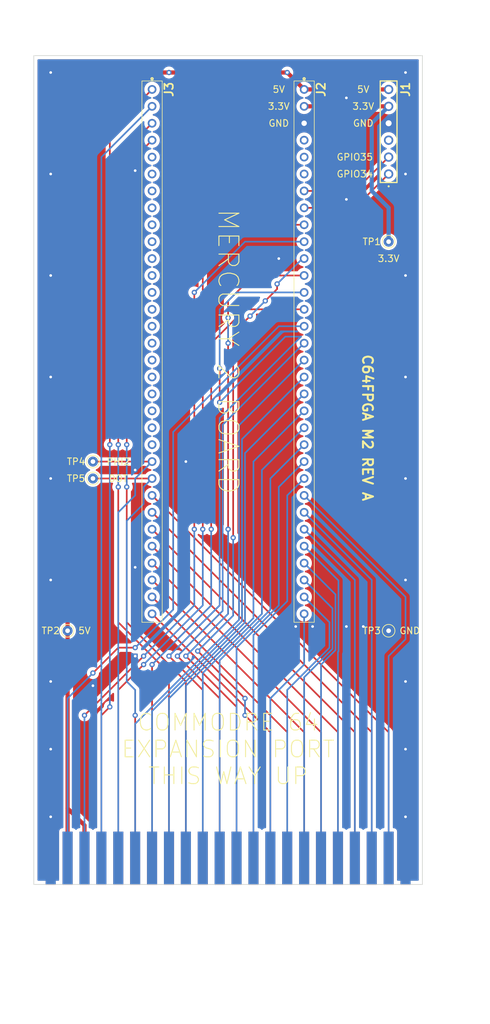
<source format=kicad_pcb>
(kicad_pcb (version 20171130) (host pcbnew "(5.1.12)-1")

  (general
    (thickness 1.6)
    (drawings 21)
    (tracks 273)
    (zones 0)
    (modules 9)
    (nets 66)
  )

  (page A4)
  (layers
    (0 F.Cu signal)
    (31 B.Cu signal)
    (32 B.Adhes user)
    (33 F.Adhes user)
    (34 B.Paste user)
    (35 F.Paste user)
    (36 B.SilkS user)
    (37 F.SilkS user)
    (38 B.Mask user)
    (39 F.Mask user)
    (40 Dwgs.User user)
    (41 Cmts.User user)
    (42 Eco1.User user)
    (43 Eco2.User user)
    (44 Edge.Cuts user)
    (45 Margin user)
    (46 B.CrtYd user)
    (47 F.CrtYd user)
    (48 B.Fab user)
    (49 F.Fab user)
  )

  (setup
    (last_trace_width 0.25)
    (trace_clearance 0.2)
    (zone_clearance 0.508)
    (zone_45_only no)
    (trace_min 0.2)
    (via_size 0.8)
    (via_drill 0.4)
    (via_min_size 0.4)
    (via_min_drill 0.3)
    (uvia_size 0.3)
    (uvia_drill 0.1)
    (uvias_allowed no)
    (uvia_min_size 0.2)
    (uvia_min_drill 0.1)
    (edge_width 0.05)
    (segment_width 0.2)
    (pcb_text_width 0.3)
    (pcb_text_size 1.5 1.5)
    (mod_edge_width 0.12)
    (mod_text_size 1 1)
    (mod_text_width 0.15)
    (pad_size 1.524 1.524)
    (pad_drill 0.762)
    (pad_to_mask_clearance 0)
    (aux_axis_origin 0 0)
    (visible_elements FFFFFF7F)
    (pcbplotparams
      (layerselection 0x010fc_ffffffff)
      (usegerberextensions false)
      (usegerberattributes true)
      (usegerberadvancedattributes true)
      (creategerberjobfile true)
      (excludeedgelayer true)
      (linewidth 0.100000)
      (plotframeref false)
      (viasonmask false)
      (mode 1)
      (useauxorigin false)
      (hpglpennumber 1)
      (hpglpenspeed 20)
      (hpglpendiameter 15.000000)
      (psnegative false)
      (psa4output false)
      (plotreference true)
      (plotvalue true)
      (plotinvisibletext false)
      (padsonsilk false)
      (subtractmaskfromsilk false)
      (outputformat 1)
      (mirror false)
      (drillshape 1)
      (scaleselection 1)
      (outputdirectory ""))
  )

  (net 0 "")
  (net 1 +5V)
  (net 2 +3V3)
  (net 3 GND)
  (net 4 "Net-(J1-Pad3)")
  (net 5 "Net-(J1-Pad2)")
  (net 6 "Net-(J1-Pad1)")
  (net 7 /A15)
  (net 8 /A14)
  (net 9 /A13)
  (net 10 /A12)
  (net 11 /A11)
  (net 12 /A10)
  (net 13 /A09)
  (net 14 /A08)
  (net 15 /A07)
  (net 16 /A06)
  (net 17 /A05)
  (net 18 /A04)
  (net 19 /A03)
  (net 20 /A02)
  (net 21 /A01)
  (net 22 /A00)
  (net 23 /ROML)
  (net 24 /ROMH)
  (net 25 /IO1)
  (net 26 /IO2)
  (net 27 /BA)
  (net 28 /DMA)
  (net 29 /RESET)
  (net 30 /RW)
  (net 31 /MERC_D9)
  (net 32 /MERC_DAC1)
  (net 33 /MERC_DAC0)
  (net 34 /D7)
  (net 35 /D6)
  (net 36 /D5)
  (net 37 /D4)
  (net 38 /D3)
  (net 39 /D2)
  (net 40 /D1)
  (net 41 /D0)
  (net 42 /DOTCLK)
  (net 43 /PHI2)
  (net 44 /MERC_D8)
  (net 45 /MERC_D7)
  (net 46 /MERC_D6)
  (net 47 /MERC_D5)
  (net 48 /MERC_D4)
  (net 49 /MERC_D3)
  (net 50 /MERC_D2)
  (net 51 /MERC_D1)
  (net 52 /MERC_D0)
  (net 53 /MERC_AVREF)
  (net 54 /MERC_AIN7)
  (net 55 /MERC_AIN6)
  (net 56 /MERC_AIN5)
  (net 57 /MERC_AIN4)
  (net 58 /MERC_AIN3)
  (net 59 /MERC_AIN2)
  (net 60 /MERC_AIN1)
  (net 61 /MERC_AIN0)
  (net 62 /EXROM)
  (net 63 /GAME)
  (net 64 /NMI)
  (net 65 /IRQ)

  (net_class Default "This is the default net class."
    (clearance 0.2)
    (trace_width 0.25)
    (via_dia 0.8)
    (via_drill 0.4)
    (uvia_dia 0.3)
    (uvia_drill 0.1)
    (add_net /A00)
    (add_net /A01)
    (add_net /A02)
    (add_net /A03)
    (add_net /A04)
    (add_net /A05)
    (add_net /A06)
    (add_net /A07)
    (add_net /A08)
    (add_net /A09)
    (add_net /A10)
    (add_net /A11)
    (add_net /A12)
    (add_net /A13)
    (add_net /A14)
    (add_net /A15)
    (add_net /BA)
    (add_net /D0)
    (add_net /D1)
    (add_net /D2)
    (add_net /D3)
    (add_net /D4)
    (add_net /D5)
    (add_net /D6)
    (add_net /D7)
    (add_net /DMA)
    (add_net /DOTCLK)
    (add_net /EXROM)
    (add_net /GAME)
    (add_net /IO1)
    (add_net /IO2)
    (add_net /IRQ)
    (add_net /MERC_AIN0)
    (add_net /MERC_AIN1)
    (add_net /MERC_AIN2)
    (add_net /MERC_AIN3)
    (add_net /MERC_AIN4)
    (add_net /MERC_AIN5)
    (add_net /MERC_AIN6)
    (add_net /MERC_AIN7)
    (add_net /MERC_AVREF)
    (add_net /MERC_D0)
    (add_net /MERC_D1)
    (add_net /MERC_D2)
    (add_net /MERC_D3)
    (add_net /MERC_D4)
    (add_net /MERC_D5)
    (add_net /MERC_D6)
    (add_net /MERC_D7)
    (add_net /MERC_D8)
    (add_net /MERC_D9)
    (add_net /MERC_DAC0)
    (add_net /MERC_DAC1)
    (add_net /NMI)
    (add_net /PHI2)
    (add_net /RESET)
    (add_net /ROMH)
    (add_net /ROML)
    (add_net /RW)
    (add_net "Net-(J1-Pad1)")
    (add_net "Net-(J1-Pad2)")
    (add_net "Net-(J1-Pad3)")
  )

  (net_class Ground ""
    (clearance 0.2)
    (trace_width 0.625)
    (via_dia 0.8)
    (via_drill 0.4)
    (uvia_dia 0.3)
    (uvia_drill 0.1)
    (add_net GND)
  )

  (net_class Power ""
    (clearance 0.2)
    (trace_width 0.625)
    (via_dia 0.8)
    (via_drill 0.4)
    (uvia_dia 0.3)
    (uvia_drill 0.1)
    (add_net +3V3)
    (add_net +5V)
  )

  (module C64:C64-Cart (layer F.Cu) (tedit 5A47AD92) (tstamp 61A233B3)
    (at 106.68 165.1)
    (path /61A1E384)
    (fp_text reference J4 (at 3.81 -9.018274) (layer F.SilkS) hide
      (effects (font (size 1 1) (thickness 0.15)))
    )
    (fp_text value Conn_02x22_Top_Bottom (at 30.48 1.27) (layer F.Fab) hide
      (effects (font (size 1 1) (thickness 0.15)))
    )
    (fp_text user "Card will be inside C64 up to this point" (at 29.21 -36.576) (layer Dwgs.User)
      (effects (font (size 1 1) (thickness 0.15)))
    )
    (fp_line (start 58.42 -35.56) (end 0 -35.56) (layer Dwgs.User) (width 0.15))
    (fp_line (start 58.42 0) (end 58.42 -35.56) (layer Dwgs.User) (width 0.15))
    (fp_line (start 0 0) (end 58.42 0) (layer F.Fab) (width 0.15))
    (fp_line (start 0 -35.56) (end 0 0) (layer Dwgs.User) (width 0.15))
    (pad NoSo smd rect (at 29.21 -3.81 180) (size 58.42 8.3) (layers F.Mask))
    (pad NoSo smd rect (at 29.21 -3.81 180) (size 58.42 8.3) (layers B.Mask))
    (pad N smd rect (at 30.48 -3.938274) (size 1.524 8) (layers B.Cu B.Paste B.Mask)
      (net 13 /A09))
    (pad P smd rect (at 33.02 -3.938274) (size 1.524 8) (layers B.Cu B.Paste B.Mask)
      (net 14 /A08))
    (pad T smd rect (at 40.64 -3.938274) (size 1.524 8) (layers B.Cu B.Paste B.Mask)
      (net 17 /A05))
    (pad S smd rect (at 38.1 -3.938274) (size 1.524 8) (layers B.Cu B.Paste B.Mask)
      (net 16 /A06))
    (pad R smd rect (at 35.56 -3.938274) (size 1.524 8) (layers B.Cu B.Paste B.Mask)
      (net 15 /A07))
    (pad Z smd rect (at 55.88 -3.938274) (size 1.524 8) (layers B.Cu B.Paste B.Mask)
      (net 3 GND))
    (pad Y smd rect (at 53.34 -3.938274) (size 1.524 8) (layers B.Cu B.Paste B.Mask)
      (net 22 /A00))
    (pad X smd rect (at 50.8 -3.938274) (size 1.524 8) (layers B.Cu B.Paste B.Mask)
      (net 21 /A01))
    (pad W smd rect (at 48.26 -3.938274) (size 1.524 8) (layers B.Cu B.Paste B.Mask)
      (net 20 /A02))
    (pad V smd rect (at 45.72 -3.938274) (size 1.524 8) (layers B.Cu B.Paste B.Mask)
      (net 19 /A03))
    (pad U smd rect (at 43.18 -3.938274) (size 1.524 8) (layers B.Cu B.Paste B.Mask)
      (net 18 /A04))
    (pad A smd rect (at 2.54 -3.938274) (size 1.524 8) (layers B.Cu B.Paste B.Mask)
      (net 3 GND))
    (pad E smd rect (at 12.7 -3.938274) (size 1.524 8) (layers B.Cu B.Paste B.Mask)
      (net 43 /PHI2))
    (pad D smd rect (at 10.16 -3.938274) (size 1.524 8) (layers B.Cu B.Paste B.Mask)
      (net 64 /NMI))
    (pad C smd rect (at 7.62 -3.938274) (size 1.524 8) (layers B.Cu B.Paste B.Mask)
      (net 29 /RESET))
    (pad B smd rect (at 5.08 -3.938274) (size 1.524 8) (layers B.Cu B.Paste B.Mask)
      (net 24 /ROMH))
    (pad M smd rect (at 27.94 -3.938274) (size 1.524 8) (layers B.Cu B.Paste B.Mask)
      (net 12 /A10))
    (pad L smd rect (at 25.4 -3.938274) (size 1.524 8) (layers B.Cu B.Paste B.Mask)
      (net 11 /A11))
    (pad K smd rect (at 22.86 -3.938274) (size 1.524 8) (layers B.Cu B.Paste B.Mask)
      (net 10 /A12))
    (pad J smd rect (at 20.32 -3.938274) (size 1.524 8) (layers B.Cu B.Paste B.Mask)
      (net 9 /A13))
    (pad H smd rect (at 17.78 -3.938274) (size 1.524 8) (layers B.Cu B.Paste B.Mask)
      (net 8 /A14))
    (pad F smd rect (at 15.24 -3.938274) (size 1.524 8) (layers B.Cu B.Paste B.Mask)
      (net 7 /A15))
    (pad 22 smd rect (at 55.88 -3.938274 180) (size 1.524 8) (layers F.Cu F.Paste F.Mask)
      (net 3 GND))
    (pad 21 smd rect (at 53.34 -3.938274 180) (size 1.524 8) (layers F.Cu F.Paste F.Mask)
      (net 41 /D0))
    (pad 20 smd rect (at 50.8 -3.938274 180) (size 1.524 8) (layers F.Cu F.Paste F.Mask)
      (net 40 /D1))
    (pad 19 smd rect (at 48.26 -3.938274 180) (size 1.524 8) (layers F.Cu F.Paste F.Mask)
      (net 39 /D2))
    (pad 18 smd rect (at 45.72 -3.938274 180) (size 1.524 8) (layers F.Cu F.Paste F.Mask)
      (net 38 /D3))
    (pad 17 smd rect (at 43.18 -3.938274 180) (size 1.524 8) (layers F.Cu F.Paste F.Mask)
      (net 37 /D4))
    (pad 16 smd rect (at 40.64 -3.938274 180) (size 1.524 8) (layers F.Cu F.Paste F.Mask)
      (net 36 /D5))
    (pad 15 smd rect (at 38.1 -3.938274 180) (size 1.524 8) (layers F.Cu F.Paste F.Mask)
      (net 35 /D6))
    (pad 3 smd rect (at 7.62 -3.938274 180) (size 1.524 8) (layers F.Cu F.Paste F.Mask)
      (net 1 +5V))
    (pad 2 smd rect (at 5.08 -3.938274 180) (size 1.524 8) (layers F.Cu F.Paste F.Mask)
      (net 1 +5V))
    (pad 12 smd rect (at 30.48 -3.938274 180) (size 1.524 8) (layers F.Cu F.Paste F.Mask)
      (net 27 /BA))
    (pad 14 smd rect (at 35.56 -3.938274 180) (size 1.524 8) (layers F.Cu F.Paste F.Mask)
      (net 34 /D7))
    (pad 13 smd rect (at 33.02 -3.938274 180) (size 1.524 8) (layers F.Cu F.Paste F.Mask)
      (net 28 /DMA))
    (pad 11 smd rect (at 27.94 -3.938274 180) (size 1.524 8) (layers F.Cu F.Paste F.Mask)
      (net 23 /ROML))
    (pad 10 smd rect (at 25.4 -3.938274 180) (size 1.524 8) (layers F.Cu F.Paste F.Mask)
      (net 26 /IO2))
    (pad 9 smd rect (at 22.86 -3.938274 180) (size 1.524 8) (layers F.Cu F.Paste F.Mask)
      (net 62 /EXROM))
    (pad 8 smd rect (at 20.32 -3.938274 180) (size 1.524 8) (layers F.Cu F.Paste F.Mask)
      (net 63 /GAME))
    (pad 7 smd rect (at 17.78 -3.938274 180) (size 1.524 8) (layers F.Cu F.Paste F.Mask)
      (net 25 /IO1))
    (pad 6 smd rect (at 15.24 -3.938274 180) (size 1.524 8) (layers F.Cu F.Paste F.Mask)
      (net 42 /DOTCLK))
    (pad 5 smd rect (at 12.7 -3.938274 180) (size 1.524 8) (layers F.Cu F.Paste F.Mask)
      (net 30 /RW))
    (pad 4 smd rect (at 10.16 -3.938274 180) (size 1.524 8) (layers F.Cu F.Paste F.Mask)
      (net 65 /IRQ))
    (pad 1 smd rect (at 2.54 -3.938274 180) (size 1.524 8) (layers F.Cu F.Paste F.Mask)
      (net 3 GND))
  )

  (module TestPoint:TestPoint_THTPad_D1.5mm_Drill0.7mm (layer F.Cu) (tedit 5A0F774F) (tstamp 61A242B6)
    (at 115.57 104.14)
    (descr "THT pad as test Point, diameter 1.5mm, hole diameter 0.7mm")
    (tags "test point THT pad")
    (path /61D58460)
    (attr virtual)
    (fp_text reference TP5 (at -2.54 0) (layer F.SilkS)
      (effects (font (size 1 1) (thickness 0.15)))
    )
    (fp_text value TestPoint (at 0 1.75) (layer F.Fab)
      (effects (font (size 1 1) (thickness 0.15)))
    )
    (fp_text user %R (at 0 -1.65) (layer F.Fab)
      (effects (font (size 1 1) (thickness 0.15)))
    )
    (fp_circle (center 0 0) (end 1.25 0) (layer F.CrtYd) (width 0.05))
    (fp_circle (center 0 0) (end 0 0.95) (layer F.SilkS) (width 0.12))
    (pad 1 thru_hole circle (at 0 0) (size 1.5 1.5) (drill 0.7) (layers *.Cu *.Mask)
      (net 42 /DOTCLK))
  )

  (module TestPoint:TestPoint_THTPad_D1.5mm_Drill0.7mm (layer F.Cu) (tedit 5A0F774F) (tstamp 61A242AE)
    (at 115.57 101.6)
    (descr "THT pad as test Point, diameter 1.5mm, hole diameter 0.7mm")
    (tags "test point THT pad")
    (path /61D5747A)
    (attr virtual)
    (fp_text reference TP4 (at -2.54 0) (layer F.SilkS)
      (effects (font (size 1 1) (thickness 0.15)))
    )
    (fp_text value TestPoint (at 0 1.75) (layer F.Fab)
      (effects (font (size 1 1) (thickness 0.15)))
    )
    (fp_text user %R (at 0 -1.65) (layer F.Fab)
      (effects (font (size 1 1) (thickness 0.15)))
    )
    (fp_circle (center 0 0) (end 1.25 0) (layer F.CrtYd) (width 0.05))
    (fp_circle (center 0 0) (end 0 0.95) (layer F.SilkS) (width 0.12))
    (pad 1 thru_hole circle (at 0 0) (size 1.5 1.5) (drill 0.7) (layers *.Cu *.Mask)
      (net 43 /PHI2))
  )

  (module TestPoint:TestPoint_THTPad_D1.5mm_Drill0.7mm (layer F.Cu) (tedit 5A0F774F) (tstamp 61A242A6)
    (at 160.02 127)
    (descr "THT pad as test Point, diameter 1.5mm, hole diameter 0.7mm")
    (tags "test point THT pad")
    (path /61C49EFE)
    (attr virtual)
    (fp_text reference TP3 (at -2.54 0) (layer F.SilkS)
      (effects (font (size 1 1) (thickness 0.15)))
    )
    (fp_text value TestPoint (at 0 1.75) (layer F.Fab)
      (effects (font (size 1 1) (thickness 0.15)))
    )
    (fp_text user %R (at 0 -1.65) (layer F.Fab)
      (effects (font (size 1 1) (thickness 0.15)))
    )
    (fp_circle (center 0 0) (end 1.25 0) (layer F.CrtYd) (width 0.05))
    (fp_circle (center 0 0) (end 0 0.95) (layer F.SilkS) (width 0.12))
    (pad 1 thru_hole circle (at 0 0) (size 1.5 1.5) (drill 0.7) (layers *.Cu *.Mask)
      (net 3 GND))
  )

  (module TestPoint:TestPoint_THTPad_D1.5mm_Drill0.7mm (layer F.Cu) (tedit 5A0F774F) (tstamp 61A2429E)
    (at 111.76 127)
    (descr "THT pad as test Point, diameter 1.5mm, hole diameter 0.7mm")
    (tags "test point THT pad")
    (path /61D456C1)
    (attr virtual)
    (fp_text reference TP2 (at -2.54 0) (layer F.SilkS)
      (effects (font (size 1 1) (thickness 0.15)))
    )
    (fp_text value TestPoint (at 0 1.75) (layer F.Fab)
      (effects (font (size 1 1) (thickness 0.15)))
    )
    (fp_text user %R (at 0 -1.65) (layer F.Fab)
      (effects (font (size 1 1) (thickness 0.15)))
    )
    (fp_circle (center 0 0) (end 1.25 0) (layer F.CrtYd) (width 0.05))
    (fp_circle (center 0 0) (end 0 0.95) (layer F.SilkS) (width 0.12))
    (pad 1 thru_hole circle (at 0 0) (size 1.5 1.5) (drill 0.7) (layers *.Cu *.Mask)
      (net 1 +5V))
  )

  (module TestPoint:TestPoint_THTPad_D1.5mm_Drill0.7mm (layer F.Cu) (tedit 5A0F774F) (tstamp 61A24296)
    (at 160.02 68.58)
    (descr "THT pad as test Point, diameter 1.5mm, hole diameter 0.7mm")
    (tags "test point THT pad")
    (path /61D46079)
    (attr virtual)
    (fp_text reference TP1 (at -2.54 0) (layer F.SilkS)
      (effects (font (size 1 1) (thickness 0.15)))
    )
    (fp_text value TestPoint (at 0 1.75) (layer F.Fab)
      (effects (font (size 1 1) (thickness 0.15)))
    )
    (fp_text user %R (at 0 -1.65) (layer F.Fab)
      (effects (font (size 1 1) (thickness 0.15)))
    )
    (fp_circle (center 0 0) (end 1.25 0) (layer F.CrtYd) (width 0.05))
    (fp_circle (center 0 0) (end 0 0.95) (layer F.SilkS) (width 0.12))
    (pad 1 thru_hole circle (at 0 0) (size 1.5 1.5) (drill 0.7) (layers *.Cu *.Mask)
      (net 2 +3V3))
  )

  (module Samac:CES-132-XX-Y-S (layer F.Cu) (tedit 0) (tstamp 61A2337C)
    (at 124.46 45.72 270)
    (descr CES-132-XX-Y-S)
    (tags Connector)
    (path /61A5CF2C)
    (fp_text reference J3 (at 0 -2.54 90) (layer F.SilkS)
      (effects (font (size 1.27 1.27) (thickness 0.254)))
    )
    (fp_text value CES-132-02-T-S (at 0 0 90) (layer F.SilkS) hide
      (effects (font (size 1.27 1.27) (thickness 0.254)))
    )
    (fp_text user %R (at 0 0 90) (layer F.Fab)
      (effects (font (size 1.27 1.27) (thickness 0.254)))
    )
    (fp_line (start -1.27 -1.525) (end 80.01 -1.525) (layer F.Fab) (width 0.2))
    (fp_line (start 80.01 -1.525) (end 80.01 1.525) (layer F.Fab) (width 0.2))
    (fp_line (start 80.01 1.525) (end -1.27 1.525) (layer F.Fab) (width 0.2))
    (fp_line (start -1.27 1.525) (end -1.27 -1.525) (layer F.Fab) (width 0.2))
    (fp_line (start -1.27 -1.525) (end 80.01 -1.525) (layer F.SilkS) (width 0.1))
    (fp_line (start 80.01 -1.525) (end 80.01 1.525) (layer F.SilkS) (width 0.1))
    (fp_line (start 80.01 1.525) (end -1.27 1.525) (layer F.SilkS) (width 0.1))
    (fp_line (start -1.27 1.525) (end -1.27 -1.525) (layer F.SilkS) (width 0.1))
    (fp_line (start -2.7 -2.725) (end 81.21 -2.725) (layer F.CrtYd) (width 0.05))
    (fp_line (start 81.21 -2.725) (end 81.21 2.725) (layer F.CrtYd) (width 0.05))
    (fp_line (start 81.21 2.725) (end -2.7 2.725) (layer F.CrtYd) (width 0.05))
    (fp_line (start -2.7 2.725) (end -2.7 -2.725) (layer F.CrtYd) (width 0.05))
    (fp_circle (center -1.6 0) (end -1.6 0.05) (layer F.SilkS) (width 0.2))
    (pad 32 thru_hole circle (at 78.74 0 270) (size 1.31 1.31) (drill 0.81) (layers *.Cu *.Mask)
      (net 34 /D7))
    (pad 31 thru_hole circle (at 76.2 0 270) (size 1.31 1.31) (drill 0.81) (layers *.Cu *.Mask)
      (net 35 /D6))
    (pad 30 thru_hole circle (at 73.66 0 270) (size 1.31 1.31) (drill 0.81) (layers *.Cu *.Mask)
      (net 36 /D5))
    (pad 29 thru_hole circle (at 71.12 0 270) (size 1.31 1.31) (drill 0.81) (layers *.Cu *.Mask)
      (net 37 /D4))
    (pad 28 thru_hole circle (at 68.58 0 270) (size 1.31 1.31) (drill 0.81) (layers *.Cu *.Mask)
      (net 38 /D3))
    (pad 27 thru_hole circle (at 66.04 0 270) (size 1.31 1.31) (drill 0.81) (layers *.Cu *.Mask)
      (net 39 /D2))
    (pad 26 thru_hole circle (at 63.5 0 270) (size 1.31 1.31) (drill 0.81) (layers *.Cu *.Mask)
      (net 40 /D1))
    (pad 25 thru_hole circle (at 60.96 0 270) (size 1.31 1.31) (drill 0.81) (layers *.Cu *.Mask)
      (net 41 /D0))
    (pad 24 thru_hole circle (at 58.42 0 270) (size 1.31 1.31) (drill 0.81) (layers *.Cu *.Mask)
      (net 42 /DOTCLK))
    (pad 23 thru_hole circle (at 55.88 0 270) (size 1.31 1.31) (drill 0.81) (layers *.Cu *.Mask)
      (net 43 /PHI2))
    (pad 22 thru_hole circle (at 53.34 0 270) (size 1.31 1.31) (drill 0.81) (layers *.Cu *.Mask)
      (net 44 /MERC_D8))
    (pad 21 thru_hole circle (at 50.8 0 270) (size 1.31 1.31) (drill 0.81) (layers *.Cu *.Mask)
      (net 45 /MERC_D7))
    (pad 20 thru_hole circle (at 48.26 0 270) (size 1.31 1.31) (drill 0.81) (layers *.Cu *.Mask)
      (net 46 /MERC_D6))
    (pad 19 thru_hole circle (at 45.72 0 270) (size 1.31 1.31) (drill 0.81) (layers *.Cu *.Mask)
      (net 47 /MERC_D5))
    (pad 18 thru_hole circle (at 43.18 0 270) (size 1.31 1.31) (drill 0.81) (layers *.Cu *.Mask)
      (net 48 /MERC_D4))
    (pad 17 thru_hole circle (at 40.64 0 270) (size 1.31 1.31) (drill 0.81) (layers *.Cu *.Mask)
      (net 49 /MERC_D3))
    (pad 16 thru_hole circle (at 38.1 0 270) (size 1.31 1.31) (drill 0.81) (layers *.Cu *.Mask)
      (net 50 /MERC_D2))
    (pad 15 thru_hole circle (at 35.56 0 270) (size 1.31 1.31) (drill 0.81) (layers *.Cu *.Mask)
      (net 51 /MERC_D1))
    (pad 14 thru_hole circle (at 33.02 0 270) (size 1.31 1.31) (drill 0.81) (layers *.Cu *.Mask)
      (net 52 /MERC_D0))
    (pad 13 thru_hole circle (at 30.48 0 270) (size 1.31 1.31) (drill 0.81) (layers *.Cu *.Mask)
      (net 53 /MERC_AVREF))
    (pad 12 thru_hole circle (at 27.94 0 270) (size 1.31 1.31) (drill 0.81) (layers *.Cu *.Mask)
      (net 54 /MERC_AIN7))
    (pad 11 thru_hole circle (at 25.4 0 270) (size 1.31 1.31) (drill 0.81) (layers *.Cu *.Mask)
      (net 55 /MERC_AIN6))
    (pad 10 thru_hole circle (at 22.86 0 270) (size 1.31 1.31) (drill 0.81) (layers *.Cu *.Mask)
      (net 56 /MERC_AIN5))
    (pad 9 thru_hole circle (at 20.32 0 270) (size 1.31 1.31) (drill 0.81) (layers *.Cu *.Mask)
      (net 57 /MERC_AIN4))
    (pad 8 thru_hole circle (at 17.78 0 270) (size 1.31 1.31) (drill 0.81) (layers *.Cu *.Mask)
      (net 58 /MERC_AIN3))
    (pad 7 thru_hole circle (at 15.24 0 270) (size 1.31 1.31) (drill 0.81) (layers *.Cu *.Mask)
      (net 59 /MERC_AIN2))
    (pad 6 thru_hole circle (at 12.7 0 270) (size 1.31 1.31) (drill 0.81) (layers *.Cu *.Mask)
      (net 60 /MERC_AIN1))
    (pad 5 thru_hole circle (at 10.16 0 270) (size 1.31 1.31) (drill 0.81) (layers *.Cu *.Mask)
      (net 61 /MERC_AIN0))
    (pad 4 thru_hole circle (at 7.62 0 270) (size 1.31 1.31) (drill 0.81) (layers *.Cu *.Mask)
      (net 62 /EXROM))
    (pad 3 thru_hole circle (at 5.08 0 270) (size 1.31 1.31) (drill 0.81) (layers *.Cu *.Mask)
      (net 63 /GAME))
    (pad 2 thru_hole circle (at 2.54 0 270) (size 1.31 1.31) (drill 0.81) (layers *.Cu *.Mask)
      (net 64 /NMI))
    (pad 1 thru_hole circle (at 0 0 270) (size 1.31 1.31) (drill 0.81) (layers *.Cu *.Mask)
      (net 65 /IRQ))
  )

  (module Samac:CES-132-XX-Y-S (layer F.Cu) (tedit 0) (tstamp 61A2334A)
    (at 147.32 45.72 270)
    (descr CES-132-XX-Y-S)
    (tags Connector)
    (path /61A598A7)
    (fp_text reference J2 (at 0 -2.54 90) (layer F.SilkS)
      (effects (font (size 1.27 1.27) (thickness 0.254)))
    )
    (fp_text value CES-132-02-T-S (at 0 0 90) (layer F.SilkS) hide
      (effects (font (size 1.27 1.27) (thickness 0.254)))
    )
    (fp_text user %R (at 0 0 90) (layer F.Fab)
      (effects (font (size 1.27 1.27) (thickness 0.254)))
    )
    (fp_line (start -1.27 -1.525) (end 80.01 -1.525) (layer F.Fab) (width 0.2))
    (fp_line (start 80.01 -1.525) (end 80.01 1.525) (layer F.Fab) (width 0.2))
    (fp_line (start 80.01 1.525) (end -1.27 1.525) (layer F.Fab) (width 0.2))
    (fp_line (start -1.27 1.525) (end -1.27 -1.525) (layer F.Fab) (width 0.2))
    (fp_line (start -1.27 -1.525) (end 80.01 -1.525) (layer F.SilkS) (width 0.1))
    (fp_line (start 80.01 -1.525) (end 80.01 1.525) (layer F.SilkS) (width 0.1))
    (fp_line (start 80.01 1.525) (end -1.27 1.525) (layer F.SilkS) (width 0.1))
    (fp_line (start -1.27 1.525) (end -1.27 -1.525) (layer F.SilkS) (width 0.1))
    (fp_line (start -2.7 -2.725) (end 81.21 -2.725) (layer F.CrtYd) (width 0.05))
    (fp_line (start 81.21 -2.725) (end 81.21 2.725) (layer F.CrtYd) (width 0.05))
    (fp_line (start 81.21 2.725) (end -2.7 2.725) (layer F.CrtYd) (width 0.05))
    (fp_line (start -2.7 2.725) (end -2.7 -2.725) (layer F.CrtYd) (width 0.05))
    (fp_circle (center -1.6 0) (end -1.6 0.05) (layer F.SilkS) (width 0.2))
    (pad 32 thru_hole circle (at 78.74 0 270) (size 1.31 1.31) (drill 0.81) (layers *.Cu *.Mask)
      (net 15 /A07))
    (pad 31 thru_hole circle (at 76.2 0 270) (size 1.31 1.31) (drill 0.81) (layers *.Cu *.Mask)
      (net 16 /A06))
    (pad 30 thru_hole circle (at 73.66 0 270) (size 1.31 1.31) (drill 0.81) (layers *.Cu *.Mask)
      (net 17 /A05))
    (pad 29 thru_hole circle (at 71.12 0 270) (size 1.31 1.31) (drill 0.81) (layers *.Cu *.Mask)
      (net 18 /A04))
    (pad 28 thru_hole circle (at 68.58 0 270) (size 1.31 1.31) (drill 0.81) (layers *.Cu *.Mask)
      (net 19 /A03))
    (pad 27 thru_hole circle (at 66.04 0 270) (size 1.31 1.31) (drill 0.81) (layers *.Cu *.Mask)
      (net 20 /A02))
    (pad 26 thru_hole circle (at 63.5 0 270) (size 1.31 1.31) (drill 0.81) (layers *.Cu *.Mask)
      (net 21 /A01))
    (pad 25 thru_hole circle (at 60.96 0 270) (size 1.31 1.31) (drill 0.81) (layers *.Cu *.Mask)
      (net 22 /A00))
    (pad 24 thru_hole circle (at 58.42 0 270) (size 1.31 1.31) (drill 0.81) (layers *.Cu *.Mask)
      (net 14 /A08))
    (pad 23 thru_hole circle (at 55.88 0 270) (size 1.31 1.31) (drill 0.81) (layers *.Cu *.Mask)
      (net 13 /A09))
    (pad 22 thru_hole circle (at 53.34 0 270) (size 1.31 1.31) (drill 0.81) (layers *.Cu *.Mask)
      (net 12 /A10))
    (pad 21 thru_hole circle (at 50.8 0 270) (size 1.31 1.31) (drill 0.81) (layers *.Cu *.Mask)
      (net 11 /A11))
    (pad 20 thru_hole circle (at 48.26 0 270) (size 1.31 1.31) (drill 0.81) (layers *.Cu *.Mask)
      (net 10 /A12))
    (pad 19 thru_hole circle (at 45.72 0 270) (size 1.31 1.31) (drill 0.81) (layers *.Cu *.Mask)
      (net 9 /A13))
    (pad 18 thru_hole circle (at 43.18 0 270) (size 1.31 1.31) (drill 0.81) (layers *.Cu *.Mask)
      (net 8 /A14))
    (pad 17 thru_hole circle (at 40.64 0 270) (size 1.31 1.31) (drill 0.81) (layers *.Cu *.Mask)
      (net 7 /A15))
    (pad 16 thru_hole circle (at 38.1 0 270) (size 1.31 1.31) (drill 0.81) (layers *.Cu *.Mask)
      (net 23 /ROML))
    (pad 15 thru_hole circle (at 35.56 0 270) (size 1.31 1.31) (drill 0.81) (layers *.Cu *.Mask)
      (net 24 /ROMH))
    (pad 14 thru_hole circle (at 33.02 0 270) (size 1.31 1.31) (drill 0.81) (layers *.Cu *.Mask)
      (net 25 /IO1))
    (pad 13 thru_hole circle (at 30.48 0 270) (size 1.31 1.31) (drill 0.81) (layers *.Cu *.Mask)
      (net 26 /IO2))
    (pad 12 thru_hole circle (at 27.94 0 270) (size 1.31 1.31) (drill 0.81) (layers *.Cu *.Mask)
      (net 27 /BA))
    (pad 11 thru_hole circle (at 25.4 0 270) (size 1.31 1.31) (drill 0.81) (layers *.Cu *.Mask)
      (net 28 /DMA))
    (pad 10 thru_hole circle (at 22.86 0 270) (size 1.31 1.31) (drill 0.81) (layers *.Cu *.Mask)
      (net 29 /RESET))
    (pad 9 thru_hole circle (at 20.32 0 270) (size 1.31 1.31) (drill 0.81) (layers *.Cu *.Mask)
      (net 30 /RW))
    (pad 8 thru_hole circle (at 17.78 0 270) (size 1.31 1.31) (drill 0.81) (layers *.Cu *.Mask)
      (net 6 "Net-(J1-Pad1)"))
    (pad 7 thru_hole circle (at 15.24 0 270) (size 1.31 1.31) (drill 0.81) (layers *.Cu *.Mask)
      (net 5 "Net-(J1-Pad2)"))
    (pad 6 thru_hole circle (at 12.7 0 270) (size 1.31 1.31) (drill 0.81) (layers *.Cu *.Mask)
      (net 31 /MERC_D9))
    (pad 5 thru_hole circle (at 10.16 0 270) (size 1.31 1.31) (drill 0.81) (layers *.Cu *.Mask)
      (net 32 /MERC_DAC1))
    (pad 4 thru_hole circle (at 7.62 0 270) (size 1.31 1.31) (drill 0.81) (layers *.Cu *.Mask)
      (net 33 /MERC_DAC0))
    (pad 3 thru_hole circle (at 5.08 0 270) (size 1.31 1.31) (drill 0.81) (layers *.Cu *.Mask)
      (net 3 GND))
    (pad 2 thru_hole circle (at 2.54 0 270) (size 1.31 1.31) (drill 0.81) (layers *.Cu *.Mask)
      (net 2 +3V3))
    (pad 1 thru_hole circle (at 0 0 270) (size 1.31 1.31) (drill 0.81) (layers *.Cu *.Mask)
      (net 1 +5V))
  )

  (module Samac:2152976 (layer F.Cu) (tedit 0) (tstamp 61A23318)
    (at 160.02 58.42 270)
    (descr 215297-6-3)
    (tags Connector)
    (path /61C3149B)
    (fp_text reference J1 (at -12.7 -2.54 90) (layer F.SilkS)
      (effects (font (size 1.27 1.27) (thickness 0.254)))
    )
    (fp_text value 215297-6 (at -6.35 0 90) (layer F.SilkS) hide
      (effects (font (size 1.27 1.27) (thickness 0.254)))
    )
    (fp_arc (start 1.85 0) (end 1.9 0) (angle -180) (layer F.SilkS) (width 0.2))
    (fp_arc (start 1.85 0) (end 1.8 0) (angle -180) (layer F.SilkS) (width 0.2))
    (fp_arc (start 1.85 0) (end 1.9 0) (angle -180) (layer F.SilkS) (width 0.2))
    (fp_text user %R (at -6.35 0 90) (layer F.Fab)
      (effects (font (size 1.27 1.27) (thickness 0.254)))
    )
    (fp_line (start 1.27 1.26) (end -13.97 1.26) (layer F.Fab) (width 0.1))
    (fp_line (start -13.97 1.26) (end -13.97 -1.26) (layer F.Fab) (width 0.1))
    (fp_line (start -13.97 -1.26) (end 1.27 -1.26) (layer F.Fab) (width 0.1))
    (fp_line (start 1.27 -1.26) (end 1.27 1.26) (layer F.Fab) (width 0.1))
    (fp_line (start 2.27 -2.26) (end -14.97 -2.26) (layer F.CrtYd) (width 0.1))
    (fp_line (start -14.97 -2.26) (end -14.97 2.26) (layer F.CrtYd) (width 0.1))
    (fp_line (start -14.97 2.26) (end 2.27 2.26) (layer F.CrtYd) (width 0.1))
    (fp_line (start 2.27 2.26) (end 2.27 -2.26) (layer F.CrtYd) (width 0.1))
    (fp_line (start 1.27 -1.26) (end -13.97 -1.26) (layer F.SilkS) (width 0.2))
    (fp_line (start -13.97 -1.26) (end -13.97 1.26) (layer F.SilkS) (width 0.2))
    (fp_line (start -13.97 1.26) (end 1.27 1.26) (layer F.SilkS) (width 0.2))
    (fp_line (start 1.27 1.26) (end 1.27 -1.26) (layer F.SilkS) (width 0.2))
    (fp_line (start 1.9 0) (end 1.9 0) (layer F.SilkS) (width 0.2))
    (fp_line (start 1.8 0) (end 1.8 0) (layer F.SilkS) (width 0.2))
    (fp_line (start 1.9 0) (end 1.9 0) (layer F.SilkS) (width 0.2))
    (pad 6 thru_hole circle (at -12.7 0 270) (size 1.4 1.4) (drill 0.9) (layers *.Cu *.Mask)
      (net 1 +5V))
    (pad 5 thru_hole circle (at -10.16 0 270) (size 1.4 1.4) (drill 0.9) (layers *.Cu *.Mask)
      (net 2 +3V3))
    (pad 4 thru_hole circle (at -7.62 0 270) (size 1.4 1.4) (drill 0.9) (layers *.Cu *.Mask)
      (net 3 GND))
    (pad 3 thru_hole circle (at -5.08 0 270) (size 1.4 1.4) (drill 0.9) (layers *.Cu *.Mask)
      (net 4 "Net-(J1-Pad3)"))
    (pad 2 thru_hole circle (at -2.54 0 270) (size 1.4 1.4) (drill 0.9) (layers *.Cu *.Mask)
      (net 5 "Net-(J1-Pad2)"))
    (pad 1 thru_hole circle (at 0 0 270) (size 1.4 1.4) (drill 0.9) (layers *.Cu *.Mask)
      (net 6 "Net-(J1-Pad1)"))
    (model C:\SamacSys_PCB_Library\KiCad\SamacSys_Parts.3dshapes\215297-6.stp
      (at (xyz 0 0 0))
      (scale (xyz 1 1 1))
      (rotate (xyz 0 0 0))
    )
  )

  (gr_text "MERCURY 2 BOARD" (at 135.89 85.09 -90) (layer F.SilkS)
    (effects (font (size 3 3) (thickness 0.15)))
  )
  (gr_text "C64FPGA M2 REV A" (at 156.845 96.52 -90) (layer F.SilkS)
    (effects (font (size 1.5 1.5) (thickness 0.3)))
  )
  (gr_text "COMMODRE 64\nEXPANSION PORT\nTHIS WAY UP" (at 135.89 144.78) (layer F.SilkS)
    (effects (font (size 2.5 2.5) (thickness 0.15)))
  )
  (gr_text GND (at 163.195 127) (layer F.SilkS)
    (effects (font (size 1 1) (thickness 0.15)))
  )
  (gr_text 3.3V (at 160.02 71.12) (layer F.SilkS)
    (effects (font (size 1 1) (thickness 0.15)))
  )
  (gr_text 5V (at 114.3 127) (layer F.SilkS)
    (effects (font (size 1 1) (thickness 0.15)))
  )
  (gr_text DOT (at 119.38 104.14) (layer F.SilkS)
    (effects (font (size 1 1) (thickness 0.15)))
  )
  (gr_text PHI2 (at 119.38 101.6) (layer F.SilkS)
    (effects (font (size 1 1) (thickness 0.15)))
  )
  (gr_text GPIO34 (at 154.94 58.42) (layer F.SilkS) (tstamp 61A23D86)
    (effects (font (size 1 1) (thickness 0.15)))
  )
  (gr_text GPIO35 (at 154.94 55.88) (layer F.SilkS)
    (effects (font (size 1 1) (thickness 0.15)))
  )
  (gr_text GND (at 156.21 50.8) (layer F.SilkS) (tstamp 61A23D7C)
    (effects (font (size 1 1) (thickness 0.15)))
  )
  (gr_text 3.3V (at 156.21 48.26) (layer F.SilkS) (tstamp 61A23D7B)
    (effects (font (size 1 1) (thickness 0.15)))
  )
  (gr_text 5V (at 156.21 45.72) (layer F.SilkS) (tstamp 61A23D7A)
    (effects (font (size 1 1) (thickness 0.15)))
  )
  (gr_text GND (at 143.51 50.8) (layer F.SilkS)
    (effects (font (size 1 1) (thickness 0.15)))
  )
  (gr_text 3.3V (at 143.51 48.26) (layer F.SilkS)
    (effects (font (size 1 1) (thickness 0.15)))
  )
  (gr_text 5V (at 143.51 45.72) (layer F.SilkS)
    (effects (font (size 1 1) (thickness 0.15)))
  )
  (gr_poly (pts (xy 165.1 165.1) (xy 106.68 165.1) (xy 106.68 40.64) (xy 165.1 40.64)) (layer Edge.Cuts) (width 0.1))
  (dimension 11.43 (width 0.15) (layer Dwgs.User)
    (gr_text "11.430 mm" (at 130.175 32.99) (layer Dwgs.User)
      (effects (font (size 1 1) (thickness 0.15)))
    )
    (feature1 (pts (xy 124.46 43.18) (xy 124.46 33.703579)))
    (feature2 (pts (xy 135.89 43.18) (xy 135.89 33.703579)))
    (crossbar (pts (xy 135.89 34.29) (xy 124.46 34.29)))
    (arrow1a (pts (xy 124.46 34.29) (xy 125.586504 33.703579)))
    (arrow1b (pts (xy 124.46 34.29) (xy 125.586504 34.876421)))
    (arrow2a (pts (xy 135.89 34.29) (xy 134.763496 33.703579)))
    (arrow2b (pts (xy 135.89 34.29) (xy 134.763496 34.876421)))
  )
  (dimension 11.43 (width 0.15) (layer Dwgs.User)
    (gr_text "11.430 mm" (at 141.605 32.99) (layer Dwgs.User)
      (effects (font (size 1 1) (thickness 0.15)))
    )
    (feature1 (pts (xy 147.32 43.18) (xy 147.32 33.703579)))
    (feature2 (pts (xy 135.89 43.18) (xy 135.89 33.703579)))
    (crossbar (pts (xy 135.89 34.29) (xy 147.32 34.29)))
    (arrow1a (pts (xy 147.32 34.29) (xy 146.193496 34.876421)))
    (arrow1b (pts (xy 147.32 34.29) (xy 146.193496 33.703579)))
    (arrow2a (pts (xy 135.89 34.29) (xy 137.016504 34.876421)))
    (arrow2b (pts (xy 135.89 34.29) (xy 137.016504 33.703579)))
  )
  (dimension 29.21 (width 0.15) (layer Dwgs.User)
    (gr_text "29.210 mm" (at 121.285 175.29) (layer Dwgs.User)
      (effects (font (size 1 1) (thickness 0.15)))
    )
    (feature1 (pts (xy 135.89 165.1) (xy 135.89 174.576421)))
    (feature2 (pts (xy 106.68 165.1) (xy 106.68 174.576421)))
    (crossbar (pts (xy 106.68 173.99) (xy 135.89 173.99)))
    (arrow1a (pts (xy 135.89 173.99) (xy 134.763496 174.576421)))
    (arrow1b (pts (xy 135.89 173.99) (xy 134.763496 173.403579)))
    (arrow2a (pts (xy 106.68 173.99) (xy 107.806504 174.576421)))
    (arrow2b (pts (xy 106.68 173.99) (xy 107.806504 173.403579)))
  )
  (dimension 58.42 (width 0.15) (layer Dwgs.User)
    (gr_text "58.420 mm" (at 135.89 186.72) (layer Dwgs.User)
      (effects (font (size 1 1) (thickness 0.15)))
    )
    (feature1 (pts (xy 165.1 165.1) (xy 165.1 186.006421)))
    (feature2 (pts (xy 106.68 165.1) (xy 106.68 186.006421)))
    (crossbar (pts (xy 106.68 185.42) (xy 165.1 185.42)))
    (arrow1a (pts (xy 165.1 185.42) (xy 163.973496 186.006421)))
    (arrow1b (pts (xy 165.1 185.42) (xy 163.973496 184.833579)))
    (arrow2a (pts (xy 106.68 185.42) (xy 107.806504 186.006421)))
    (arrow2b (pts (xy 106.68 185.42) (xy 107.806504 184.833579)))
  )

  (segment (start 125.095 123.19) (end 122.555 123.19) (width 0.25) (layer B.Cu) (net 3))
  (segment (start 147.32 45.72) (end 160.02 45.72) (width 0.625) (layer F.Cu) (net 1))
  (segment (start 114.3 161.161726) (end 114.3 156.21) (width 0.625) (layer F.Cu) (net 1))
  (segment (start 114.3 156.21) (end 111.76 153.67) (width 0.625) (layer F.Cu) (net 1))
  (segment (start 111.76 153.67) (end 111.76 127) (width 0.625) (layer F.Cu) (net 1))
  (segment (start 111.76 161.161726) (end 111.76 153.67) (width 0.625) (layer F.Cu) (net 1))
  (segment (start 111.76 46.99) (end 111.76 127) (width 0.625) (layer F.Cu) (net 1))
  (segment (start 115.57 43.18) (end 111.76 46.99) (width 0.625) (layer F.Cu) (net 1))
  (segment (start 144.78 43.18) (end 144.78 43.18) (width 0.625) (layer F.Cu) (net 1))
  (segment (start 147.32 45.72) (end 144.78 43.18) (width 0.625) (layer F.Cu) (net 1))
  (segment (start 144.78 43.18) (end 127 43.18) (width 0.625) (layer F.Cu) (net 1) (tstamp 61A25BDE))
  (via (at 144.78 43.18) (size 0.8) (drill 0.4) (layers F.Cu B.Cu) (net 1))
  (segment (start 127 43.18) (end 115.57 43.18) (width 0.625) (layer F.Cu) (net 1) (tstamp 61A25BE0))
  (via (at 127 43.18) (size 0.8) (drill 0.4) (layers F.Cu B.Cu) (net 1))
  (segment (start 147.32 48.26) (end 160.02 48.26) (width 0.625) (layer F.Cu) (net 2))
  (segment (start 160.02 68.58) (end 160.02 63.5) (width 0.625) (layer B.Cu) (net 2))
  (segment (start 160.02 63.5) (end 157.48 60.96) (width 0.625) (layer B.Cu) (net 2))
  (segment (start 157.48 50.8) (end 160.02 48.26) (width 0.625) (layer B.Cu) (net 2))
  (segment (start 157.48 60.96) (end 157.48 50.8) (width 0.625) (layer B.Cu) (net 2))
  (segment (start 162.56 129.54) (end 160.02 127) (width 0.625) (layer F.Cu) (net 3))
  (segment (start 162.56 161.161726) (end 162.56 154.94) (width 0.625) (layer F.Cu) (net 3))
  (segment (start 162.56 154.94) (end 162.56 144.78) (width 0.625) (layer F.Cu) (net 3) (tstamp 61A24E3A))
  (via (at 162.56 154.94) (size 0.8) (drill 0.4) (layers F.Cu B.Cu) (net 3))
  (via (at 109.22 154.94) (size 0.8) (drill 0.4) (layers F.Cu B.Cu) (net 3))
  (segment (start 109.22 161.161726) (end 109.22 154.94) (width 0.625) (layer F.Cu) (net 3))
  (segment (start 109.22 161.161726) (end 109.22 154.94) (width 0.625) (layer B.Cu) (net 3))
  (segment (start 162.56 161.161726) (end 162.56 154.94) (width 0.625) (layer B.Cu) (net 3))
  (segment (start 147.32 50.8) (end 160.02 50.8) (width 0.625) (layer F.Cu) (net 3))
  (via (at 143.51 71.12) (size 0.8) (drill 0.4) (layers F.Cu B.Cu) (net 3))
  (via (at 153.67 62.23) (size 0.8) (drill 0.4) (layers F.Cu B.Cu) (net 3))
  (via (at 153.67 46.99) (size 0.8) (drill 0.4) (layers F.Cu B.Cu) (net 3))
  (via (at 109.22 43.18) (size 0.8) (drill 0.4) (layers F.Cu B.Cu) (net 3))
  (via (at 162.56 43.18) (size 0.8) (drill 0.4) (layers F.Cu B.Cu) (net 3))
  (via (at 162.56 73.66) (size 0.8) (drill 0.4) (layers F.Cu B.Cu) (net 3))
  (via (at 162.56 88.9) (size 0.8) (drill 0.4) (layers F.Cu B.Cu) (net 3))
  (via (at 162.56 104.14) (size 0.8) (drill 0.4) (layers F.Cu B.Cu) (net 3))
  (via (at 162.56 119.38) (size 0.8) (drill 0.4) (layers F.Cu B.Cu) (net 3))
  (segment (start 162.56 134.62) (end 162.56 129.54) (width 0.625) (layer F.Cu) (net 3) (tstamp 61A25BE4))
  (via (at 162.56 134.62) (size 0.8) (drill 0.4) (layers F.Cu B.Cu) (net 3))
  (segment (start 162.56 144.78) (end 162.56 134.62) (width 0.625) (layer F.Cu) (net 3) (tstamp 61A25BE6))
  (via (at 162.56 144.78) (size 0.8) (drill 0.4) (layers F.Cu B.Cu) (net 3))
  (via (at 109.22 144.78) (size 0.8) (drill 0.4) (layers F.Cu B.Cu) (net 3))
  (via (at 109.22 134.62) (size 0.8) (drill 0.4) (layers F.Cu B.Cu) (net 3))
  (via (at 109.22 119.38) (size 0.8) (drill 0.4) (layers F.Cu B.Cu) (net 3))
  (via (at 109.22 104.14) (size 0.8) (drill 0.4) (layers F.Cu B.Cu) (net 3))
  (via (at 109.22 88.9) (size 0.8) (drill 0.4) (layers F.Cu B.Cu) (net 3))
  (via (at 109.22 73.66) (size 0.8) (drill 0.4) (layers F.Cu B.Cu) (net 3))
  (via (at 109.22 58.42) (size 0.8) (drill 0.4) (layers F.Cu B.Cu) (net 3))
  (via (at 162.56 58.42) (size 0.8) (drill 0.4) (layers F.Cu B.Cu) (net 3))
  (via (at 121.92 57.912) (size 0.8) (drill 0.4) (layers F.Cu B.Cu) (net 3))
  (via (at 121.92 130.81) (size 0.8) (drill 0.4) (layers F.Cu B.Cu) (net 3))
  (via (at 146.05 126.365) (size 0.8) (drill 0.4) (layers F.Cu B.Cu) (net 3))
  (via (at 148.59 126.365) (size 0.8) (drill 0.4) (layers F.Cu B.Cu) (net 3))
  (via (at 153.67 126.365) (size 0.8) (drill 0.4) (layers F.Cu B.Cu) (net 3))
  (via (at 156.21 126.365) (size 0.8) (drill 0.4) (layers F.Cu B.Cu) (net 3))
  (via (at 115.57 135.255) (size 0.8) (drill 0.4) (layers F.Cu B.Cu) (net 3))
  (via (at 129.54 101.6) (size 0.8) (drill 0.4) (layers F.Cu B.Cu) (net 3))
  (via (at 121.92 117.475) (size 0.8) (drill 0.4) (layers F.Cu B.Cu) (net 3))
  (via (at 121.92 102.87) (size 0.8) (drill 0.4) (layers F.Cu B.Cu) (net 3))
  (segment (start 154.94 60.96) (end 160.02 55.88) (width 0.25) (layer F.Cu) (net 5))
  (segment (start 147.32 60.96) (end 154.94 60.96) (width 0.25) (layer F.Cu) (net 5))
  (segment (start 154.94 63.5) (end 160.02 58.42) (width 0.25) (layer F.Cu) (net 6))
  (segment (start 147.32 63.5) (end 154.94 63.5) (width 0.25) (layer F.Cu) (net 6))
  (segment (start 137.529981 125.360019) (end 137.529981 96.150019) (width 0.25) (layer B.Cu) (net 7))
  (segment (start 137.529981 96.150019) (end 147.32 86.36) (width 0.25) (layer B.Cu) (net 7))
  (segment (start 121.92 140.97) (end 137.529981 125.360019) (width 0.25) (layer B.Cu) (net 7))
  (segment (start 121.92 161.161726) (end 121.92 140.97) (width 0.25) (layer B.Cu) (net 7))
  (segment (start 137.979991 98.240009) (end 147.32 88.9) (width 0.25) (layer B.Cu) (net 8))
  (segment (start 124.46 139.06641) (end 137.97999 125.54642) (width 0.25) (layer B.Cu) (net 8))
  (segment (start 137.97999 125.54642) (end 137.979991 98.240009) (width 0.25) (layer B.Cu) (net 8))
  (segment (start 124.46 161.161726) (end 124.46 139.06641) (width 0.25) (layer B.Cu) (net 8))
  (segment (start 138.43 100.33) (end 147.32 91.44) (width 0.25) (layer B.Cu) (net 9))
  (segment (start 127 137.16282) (end 138.43 125.73282) (width 0.25) (layer B.Cu) (net 9))
  (segment (start 138.43 125.73282) (end 138.43 100.33) (width 0.25) (layer B.Cu) (net 9))
  (segment (start 127 161.161726) (end 127 137.16282) (width 0.25) (layer B.Cu) (net 9))
  (segment (start 129.54 135.25923) (end 139.7 125.09923) (width 0.25) (layer B.Cu) (net 10))
  (segment (start 129.54 161.161726) (end 129.54 135.25923) (width 0.25) (layer B.Cu) (net 10))
  (segment (start 139.7 101.6) (end 147.32 93.98) (width 0.25) (layer B.Cu) (net 10))
  (segment (start 139.7 125.09923) (end 139.7 101.6) (width 0.25) (layer B.Cu) (net 10))
  (segment (start 132.08 133.35564) (end 140.97 124.46564) (width 0.25) (layer B.Cu) (net 11))
  (segment (start 132.08 161.161726) (end 132.08 133.35564) (width 0.25) (layer B.Cu) (net 11))
  (segment (start 140.97 102.87) (end 147.32 96.52) (width 0.25) (layer B.Cu) (net 11))
  (segment (start 140.97 124.46564) (end 140.97 102.87) (width 0.25) (layer B.Cu) (net 11))
  (segment (start 142.24 104.14) (end 147.32 99.06) (width 0.25) (layer B.Cu) (net 12))
  (segment (start 142.24 123.83205) (end 142.24 104.14) (width 0.25) (layer B.Cu) (net 12))
  (segment (start 134.62 131.45205) (end 142.24 123.83205) (width 0.25) (layer B.Cu) (net 12))
  (segment (start 134.62 161.161726) (end 134.62 131.45205) (width 0.25) (layer B.Cu) (net 12))
  (segment (start 143.51 105.41) (end 147.32 101.6) (width 0.25) (layer B.Cu) (net 13))
  (segment (start 143.51 123.19846) (end 143.51 105.41) (width 0.25) (layer B.Cu) (net 13))
  (segment (start 137.16 129.54846) (end 143.51 123.19846) (width 0.25) (layer B.Cu) (net 13))
  (segment (start 137.16 161.161726) (end 137.16 129.54846) (width 0.25) (layer B.Cu) (net 13))
  (segment (start 139.7 127.64487) (end 144.78 122.56487) (width 0.25) (layer B.Cu) (net 14))
  (segment (start 139.7 161.161726) (end 139.7 127.64487) (width 0.25) (layer B.Cu) (net 14))
  (segment (start 144.78 106.68) (end 147.32 104.14) (width 0.25) (layer B.Cu) (net 14))
  (segment (start 144.78 122.56487) (end 144.78 106.68) (width 0.25) (layer B.Cu) (net 14))
  (segment (start 142.24 161.161726) (end 142.24 137.16) (width 0.25) (layer B.Cu) (net 15))
  (segment (start 147.32 132.08) (end 147.32 124.46) (width 0.25) (layer B.Cu) (net 15))
  (segment (start 142.24 137.16) (end 147.32 132.08) (width 0.25) (layer B.Cu) (net 15))
  (segment (start 151.13 125.73) (end 147.32 121.92) (width 0.25) (layer B.Cu) (net 16))
  (segment (start 151.13 129.54) (end 151.13 125.73) (width 0.25) (layer B.Cu) (net 16))
  (segment (start 144.78 135.89) (end 151.13 129.54) (width 0.25) (layer B.Cu) (net 16))
  (segment (start 144.78 161.161726) (end 144.78 135.89) (width 0.25) (layer B.Cu) (net 16))
  (segment (start 151.58001 123.64001) (end 147.32 119.38) (width 0.25) (layer B.Cu) (net 17))
  (segment (start 147.32 133.98641) (end 151.58001 129.7264) (width 0.25) (layer B.Cu) (net 17))
  (segment (start 151.58001 129.7264) (end 151.58001 123.64001) (width 0.25) (layer B.Cu) (net 17))
  (segment (start 147.32 161.161726) (end 147.32 133.98641) (width 0.25) (layer B.Cu) (net 17))
  (segment (start 152.03002 121.55002) (end 147.32 116.84) (width 0.25) (layer B.Cu) (net 18))
  (segment (start 152.03002 129.9128) (end 152.03002 121.55002) (width 0.25) (layer B.Cu) (net 18))
  (segment (start 149.86 132.08282) (end 152.03002 129.9128) (width 0.25) (layer B.Cu) (net 18))
  (segment (start 149.86 161.161726) (end 149.86 132.08282) (width 0.25) (layer B.Cu) (net 18))
  (segment (start 152.48003 119.46003) (end 147.32 114.3) (width 0.25) (layer B.Cu) (net 19))
  (segment (start 152.48003 130.0992) (end 152.48003 119.46003) (width 0.25) (layer B.Cu) (net 19))
  (segment (start 152.4 130.17923) (end 152.48003 130.0992) (width 0.25) (layer B.Cu) (net 19))
  (segment (start 152.4 161.161726) (end 152.4 130.17923) (width 0.25) (layer B.Cu) (net 19))
  (segment (start 154.94 119.38) (end 147.32 111.76) (width 0.25) (layer B.Cu) (net 20))
  (segment (start 154.94 161.161726) (end 154.94 119.38) (width 0.25) (layer B.Cu) (net 20))
  (segment (start 157.48 119.38) (end 147.32 109.22) (width 0.25) (layer B.Cu) (net 21))
  (segment (start 157.48 161.161726) (end 157.48 119.38) (width 0.25) (layer B.Cu) (net 21))
  (segment (start 162.56 121.92) (end 147.32 106.68) (width 0.25) (layer B.Cu) (net 22))
  (segment (start 162.56 128.27) (end 162.56 121.92) (width 0.25) (layer B.Cu) (net 22))
  (segment (start 160.02 130.81) (end 162.56 128.27) (width 0.25) (layer B.Cu) (net 22))
  (segment (start 160.02 161.161726) (end 160.02 130.81) (width 0.25) (layer B.Cu) (net 22))
  (via (at 128.27 130.81) (size 0.8) (drill 0.4) (layers F.Cu B.Cu) (net 23))
  (segment (start 134.62 137.16) (end 128.27 130.81) (width 0.25) (layer F.Cu) (net 23))
  (segment (start 134.62 161.161726) (end 134.62 137.16) (width 0.25) (layer F.Cu) (net 23))
  (segment (start 135.07001 96.06999) (end 147.32 83.82) (width 0.25) (layer B.Cu) (net 23))
  (segment (start 135.07001 124.00999) (end 135.07001 96.06999) (width 0.25) (layer B.Cu) (net 23))
  (segment (start 128.27 130.81) (end 135.07001 124.00999) (width 0.25) (layer B.Cu) (net 23))
  (segment (start 111.76 137.16) (end 115.57 133.35) (width 0.25) (layer B.Cu) (net 24))
  (via (at 115.57 133.35) (size 0.8) (drill 0.4) (layers F.Cu B.Cu) (net 24))
  (segment (start 111.76 161.161726) (end 111.76 137.16) (width 0.25) (layer B.Cu) (net 24))
  (via (at 121.92 129.54) (size 0.8) (drill 0.4) (layers F.Cu B.Cu) (net 24))
  (segment (start 119.38 129.54) (end 121.92 129.54) (width 0.25) (layer F.Cu) (net 24))
  (segment (start 115.57 133.35) (end 119.38 129.54) (width 0.25) (layer F.Cu) (net 24))
  (segment (start 127.635 97.155) (end 127.635 123.825) (width 0.25) (layer B.Cu) (net 24))
  (segment (start 143.51 81.28) (end 127.635 97.155) (width 0.25) (layer B.Cu) (net 24))
  (segment (start 127.635 123.825) (end 121.92 129.54) (width 0.25) (layer B.Cu) (net 24))
  (segment (start 147.32 81.28) (end 143.51 81.28) (width 0.25) (layer B.Cu) (net 24))
  (via (at 124.46 132.08) (size 0.8) (drill 0.4) (layers F.Cu B.Cu) (net 25))
  (segment (start 124.46 161.161726) (end 124.46 132.08) (width 0.25) (layer F.Cu) (net 25))
  (via (at 133.35 111.76) (size 0.8) (drill 0.4) (layers F.Cu B.Cu) (net 25))
  (segment (start 133.35 123.19) (end 133.35 111.76) (width 0.25) (layer B.Cu) (net 25))
  (segment (start 124.46 132.08) (end 133.35 123.19) (width 0.25) (layer B.Cu) (net 25))
  (segment (start 138.43 78.74) (end 147.32 78.74) (width 0.25) (layer F.Cu) (net 25))
  (segment (start 133.35 83.82) (end 138.43 78.74) (width 0.25) (layer F.Cu) (net 25))
  (segment (start 133.35 111.76) (end 133.35 83.82) (width 0.25) (layer F.Cu) (net 25))
  (via (at 127 130.81) (size 0.8) (drill 0.4) (layers F.Cu B.Cu) (net 26))
  (segment (start 128.27 129.54) (end 134.62 123.19) (width 0.25) (layer B.Cu) (net 26))
  (segment (start 127 130.81) (end 128.27 129.54) (width 0.25) (layer B.Cu) (net 26))
  (segment (start 132.08 135.89) (end 132.08 161.161726) (width 0.25) (layer F.Cu) (net 26))
  (segment (start 127 130.81) (end 132.08 135.89) (width 0.25) (layer F.Cu) (net 26))
  (segment (start 147.32 76.2) (end 137.16 76.2) (width 0.25) (layer B.Cu) (net 26))
  (via (at 134.62 87.63) (size 0.8) (drill 0.4) (layers F.Cu B.Cu) (net 26))
  (segment (start 134.62 78.74) (end 134.62 87.63) (width 0.25) (layer B.Cu) (net 26))
  (segment (start 137.16 76.2) (end 134.62 78.74) (width 0.25) (layer B.Cu) (net 26))
  (via (at 134.62 92.71) (size 0.8) (drill 0.4) (layers F.Cu B.Cu) (net 26))
  (segment (start 134.62 87.63) (end 134.62 92.71) (width 0.25) (layer F.Cu) (net 26))
  (segment (start 134.620001 123.189999) (end 127 130.81) (width 0.25) (layer B.Cu) (net 26))
  (segment (start 134.620001 95.069597) (end 134.620001 123.189999) (width 0.25) (layer B.Cu) (net 26))
  (segment (start 146.849599 82.839999) (end 134.620001 95.069597) (width 0.25) (layer B.Cu) (net 26))
  (segment (start 144.490001 82.839999) (end 146.849599 82.839999) (width 0.25) (layer B.Cu) (net 26))
  (segment (start 134.62 92.71) (end 144.490001 82.839999) (width 0.25) (layer B.Cu) (net 26))
  (via (at 129.54 130.81) (size 0.8) (drill 0.4) (layers F.Cu B.Cu) (net 27))
  (segment (start 137.16 138.43) (end 129.54 130.81) (width 0.25) (layer F.Cu) (net 27))
  (segment (start 137.16 161.161726) (end 137.16 138.43) (width 0.25) (layer F.Cu) (net 27))
  (via (at 135.89 111.76) (size 0.8) (drill 0.4) (layers F.Cu B.Cu) (net 27))
  (segment (start 135.89 124.46) (end 135.89 111.76) (width 0.25) (layer B.Cu) (net 27))
  (segment (start 129.54 130.81) (end 135.89 124.46) (width 0.25) (layer B.Cu) (net 27))
  (via (at 135.89 83.82) (size 0.8) (drill 0.4) (layers F.Cu B.Cu) (net 27))
  (segment (start 135.89 111.76) (end 135.89 83.82) (width 0.25) (layer F.Cu) (net 27))
  (segment (start 135.89 83.82) (end 135.89 80.01) (width 0.25) (layer B.Cu) (net 27))
  (via (at 135.89 80.01) (size 0.8) (drill 0.4) (layers F.Cu B.Cu) (net 27))
  (segment (start 135.89 80.01) (end 135.89 77.47) (width 0.25) (layer F.Cu) (net 27))
  (segment (start 135.89 77.47) (end 139.7 73.66) (width 0.25) (layer F.Cu) (net 27))
  (segment (start 139.7 73.66) (end 147.32 73.66) (width 0.25) (layer F.Cu) (net 27))
  (via (at 138.43 139.7) (size 0.8) (drill 0.4) (layers F.Cu B.Cu) (net 28))
  (segment (start 139.7 140.97) (end 138.43 139.7) (width 0.25) (layer F.Cu) (net 28))
  (segment (start 139.7 161.161726) (end 139.7 140.97) (width 0.25) (layer F.Cu) (net 28))
  (via (at 138.43 137.16) (size 0.8) (drill 0.4) (layers F.Cu B.Cu) (net 28))
  (segment (start 138.43 139.7) (end 138.43 137.16) (width 0.25) (layer B.Cu) (net 28))
  (via (at 131.322653 130.052653) (size 0.8) (drill 0.4) (layers F.Cu B.Cu) (net 28))
  (segment (start 138.43 137.16) (end 131.322653 130.052653) (width 0.25) (layer F.Cu) (net 28))
  (via (at 136.652 113.03) (size 0.8) (drill 0.4) (layers F.Cu B.Cu) (net 28))
  (segment (start 136.652 124.723306) (end 136.652 113.03) (width 0.25) (layer B.Cu) (net 28))
  (segment (start 131.322653 130.052653) (end 136.652 124.723306) (width 0.25) (layer B.Cu) (net 28))
  (via (at 139.192 79.756) (size 0.8) (drill 0.4) (layers F.Cu B.Cu) (net 28))
  (segment (start 136.652 82.296) (end 139.192 79.756) (width 0.25) (layer F.Cu) (net 28))
  (segment (start 136.652 113.03) (end 136.652 82.296) (width 0.25) (layer F.Cu) (net 28))
  (via (at 141.478 77.47) (size 0.8) (drill 0.4) (layers F.Cu B.Cu) (net 28))
  (segment (start 139.192 79.756) (end 141.478 77.47) (width 0.25) (layer B.Cu) (net 28))
  (via (at 143.256 74.93) (size 0.8) (drill 0.4) (layers F.Cu B.Cu) (net 28))
  (segment (start 143.256 75.692) (end 143.256 74.93) (width 0.25) (layer F.Cu) (net 28))
  (segment (start 141.478 77.47) (end 143.256 75.692) (width 0.25) (layer F.Cu) (net 28))
  (segment (start 147.066 71.12) (end 147.32 71.12) (width 0.25) (layer B.Cu) (net 28))
  (segment (start 143.256 74.93) (end 147.066 71.12) (width 0.25) (layer B.Cu) (net 28))
  (via (at 114.3 139.7) (size 0.8) (drill 0.4) (layers F.Cu B.Cu) (net 29))
  (segment (start 114.3 161.161726) (end 114.3 139.7) (width 0.25) (layer B.Cu) (net 29))
  (via (at 123.19 130.81) (size 0.8) (drill 0.4) (layers F.Cu B.Cu) (net 29))
  (segment (start 114.3 139.7) (end 121.92 132.08) (width 0.25) (layer F.Cu) (net 29))
  (segment (start 138.43 68.58) (end 147.32 68.58) (width 0.25) (layer B.Cu) (net 29))
  (segment (start 130.81 76.2) (end 138.43 68.58) (width 0.25) (layer B.Cu) (net 29))
  (via (at 130.81 111.76) (size 0.8) (drill 0.4) (layers F.Cu B.Cu) (net 29))
  (segment (start 130.81 123.19) (end 130.81 111.76) (width 0.25) (layer B.Cu) (net 29))
  (via (at 130.81 76.2) (size 0.8) (drill 0.4) (layers F.Cu B.Cu) (net 29))
  (segment (start 130.81 111.76) (end 130.81 76.2) (width 0.25) (layer F.Cu) (net 29))
  (segment (start 123.19 130.81) (end 130.81 123.19) (width 0.25) (layer B.Cu) (net 29))
  (segment (start 121.92 132.08) (end 123.19 130.81) (width 0.25) (layer F.Cu) (net 29))
  (via (at 123.19 132.08) (size 0.8) (drill 0.4) (layers F.Cu B.Cu) (net 30))
  (segment (start 119.38 135.89) (end 123.19 132.08) (width 0.25) (layer F.Cu) (net 30))
  (segment (start 119.38 161.161726) (end 119.38 135.89) (width 0.25) (layer F.Cu) (net 30))
  (segment (start 123.19 132.08) (end 132.08 123.19) (width 0.25) (layer B.Cu) (net 30))
  (via (at 132.08 111.76) (size 0.8) (drill 0.4) (layers F.Cu B.Cu) (net 30))
  (segment (start 132.08 123.19) (end 132.08 111.76) (width 0.25) (layer B.Cu) (net 30))
  (segment (start 132.08 111.76) (end 132.08 72.39) (width 0.25) (layer F.Cu) (net 30))
  (segment (start 138.43 66.04) (end 147.32 66.04) (width 0.25) (layer F.Cu) (net 30))
  (segment (start 132.08 72.39) (end 138.43 66.04) (width 0.25) (layer F.Cu) (net 30))
  (segment (start 142.24 142.24) (end 142.24 161.161726) (width 0.25) (layer F.Cu) (net 34))
  (segment (start 124.46 124.46) (end 142.24 142.24) (width 0.25) (layer F.Cu) (net 34))
  (segment (start 144.78 142.24) (end 124.46 121.92) (width 0.25) (layer F.Cu) (net 35))
  (segment (start 144.78 161.161726) (end 144.78 142.24) (width 0.25) (layer F.Cu) (net 35))
  (segment (start 147.32 142.24) (end 147.32 161.161726) (width 0.25) (layer F.Cu) (net 36))
  (segment (start 124.46 119.38) (end 147.32 142.24) (width 0.25) (layer F.Cu) (net 36))
  (segment (start 149.86 142.24) (end 124.46 116.84) (width 0.25) (layer F.Cu) (net 37))
  (segment (start 149.86 161.161726) (end 149.86 142.24) (width 0.25) (layer F.Cu) (net 37))
  (segment (start 152.4 142.24) (end 152.4 161.161726) (width 0.25) (layer F.Cu) (net 38))
  (segment (start 124.46 114.3) (end 152.4 142.24) (width 0.25) (layer F.Cu) (net 38))
  (segment (start 154.94 142.24) (end 124.46 111.76) (width 0.25) (layer F.Cu) (net 39))
  (segment (start 154.94 161.161726) (end 154.94 142.24) (width 0.25) (layer F.Cu) (net 39))
  (segment (start 157.48 142.24) (end 157.48 161.161726) (width 0.25) (layer F.Cu) (net 40))
  (segment (start 124.46 109.22) (end 157.48 142.24) (width 0.25) (layer F.Cu) (net 40))
  (segment (start 160.02 142.24) (end 124.46 106.68) (width 0.25) (layer F.Cu) (net 41))
  (segment (start 160.02 161.161726) (end 160.02 142.24) (width 0.25) (layer F.Cu) (net 41))
  (segment (start 115.57 104.14) (end 124.46 104.14) (width 0.25) (layer F.Cu) (net 42))
  (via (at 121.92 139.7) (size 0.8) (drill 0.4) (layers F.Cu B.Cu) (net 42))
  (segment (start 121.92 161.161726) (end 121.92 139.7) (width 0.25) (layer F.Cu) (net 42))
  (segment (start 121.92 139.7) (end 121.92 135.89) (width 0.25) (layer B.Cu) (net 42))
  (segment (start 121.92 135.89) (end 120.65 134.62) (width 0.25) (layer B.Cu) (net 42))
  (segment (start 120.65 134.62) (end 120.65 110.49) (width 0.25) (layer B.Cu) (net 42))
  (segment (start 120.65 110.49) (end 123.19 107.95) (width 0.25) (layer B.Cu) (net 42))
  (segment (start 123.19 105.41) (end 124.46 104.14) (width 0.25) (layer B.Cu) (net 42))
  (segment (start 123.19 107.95) (end 123.19 105.41) (width 0.25) (layer B.Cu) (net 42))
  (segment (start 115.57 101.6) (end 124.46 101.6) (width 0.25) (layer F.Cu) (net 43))
  (segment (start 119.38 109.22) (end 119.38 161.161726) (width 0.25) (layer B.Cu) (net 43))
  (segment (start 121.92 106.68) (end 119.38 109.22) (width 0.25) (layer B.Cu) (net 43))
  (segment (start 121.92 104.14) (end 121.92 106.68) (width 0.25) (layer B.Cu) (net 43))
  (segment (start 124.46 101.6) (end 121.92 104.14) (width 0.25) (layer B.Cu) (net 43))
  (via (at 120.65 105.41) (size 0.8) (drill 0.4) (layers F.Cu B.Cu) (net 62))
  (segment (start 120.65 105.41) (end 120.65 99.06) (width 0.25) (layer B.Cu) (net 62))
  (via (at 120.65 99.06) (size 0.8) (drill 0.4) (layers F.Cu B.Cu) (net 62))
  (segment (start 120.65 57.15) (end 124.46 53.34) (width 0.25) (layer F.Cu) (net 62))
  (segment (start 120.65 99.06) (end 120.65 57.15) (width 0.25) (layer F.Cu) (net 62))
  (segment (start 129.54 134.62) (end 129.54 161.161726) (width 0.25) (layer F.Cu) (net 62))
  (segment (start 120.65 125.73) (end 129.54 134.62) (width 0.25) (layer F.Cu) (net 62))
  (segment (start 120.65 105.41) (end 120.65 125.73) (width 0.25) (layer F.Cu) (net 62))
  (via (at 119.38 99.06) (size 0.8) (drill 0.4) (layers F.Cu B.Cu) (net 63))
  (segment (start 119.38 55.88) (end 119.38 99.06) (width 0.25) (layer F.Cu) (net 63))
  (segment (start 124.46 50.8) (end 119.38 55.88) (width 0.25) (layer F.Cu) (net 63))
  (via (at 119.38 105.41) (size 0.8) (drill 0.4) (layers F.Cu B.Cu) (net 63))
  (segment (start 119.38 99.06) (end 119.38 105.41) (width 0.25) (layer B.Cu) (net 63))
  (segment (start 127 133.35) (end 127 161.161726) (width 0.25) (layer F.Cu) (net 63))
  (segment (start 119.38 125.73) (end 127 133.35) (width 0.25) (layer F.Cu) (net 63))
  (segment (start 119.38 105.41) (end 119.38 125.73) (width 0.25) (layer F.Cu) (net 63))
  (segment (start 116.84 55.88) (end 124.46 48.26) (width 0.25) (layer B.Cu) (net 64))
  (segment (start 116.84 161.161726) (end 116.84 55.88) (width 0.25) (layer B.Cu) (net 64))
  (via (at 118.11 138.43) (size 0.8) (drill 0.4) (layers F.Cu B.Cu) (net 65))
  (segment (start 116.84 139.7) (end 118.11 138.43) (width 0.25) (layer F.Cu) (net 65))
  (segment (start 116.84 161.161726) (end 116.84 139.7) (width 0.25) (layer F.Cu) (net 65))
  (segment (start 118.11 138.43) (end 118.11 132.08) (width 0.25) (layer B.Cu) (net 65))
  (via (at 118.11 99.06) (size 0.8) (drill 0.4) (layers F.Cu B.Cu) (net 65))
  (segment (start 118.11 106.68) (end 118.11 99.06) (width 0.25) (layer B.Cu) (net 65))
  (segment (start 118.11 52.07) (end 124.46 45.72) (width 0.25) (layer F.Cu) (net 65))
  (segment (start 118.11 99.06) (end 118.11 52.07) (width 0.25) (layer F.Cu) (net 65))
  (segment (start 118.11 106.68) (end 118.11 132.08) (width 0.25) (layer B.Cu) (net 65))

  (zone (net 3) (net_name GND) (layer F.Cu) (tstamp 0) (hatch edge 0.508)
    (connect_pads yes (clearance 0.508))
    (min_thickness 0.254)
    (fill yes (arc_segments 32) (thermal_gap 0.508) (thermal_bridge_width 0.508))
    (polygon
      (pts
        (xy 175.26 181.61) (xy 101.6 181.61) (xy 101.6 35.56) (xy 175.26 35.56)
      )
    )
    (filled_polygon
      (pts
        (xy 164.415001 164.415) (xy 161.420072 164.415) (xy 161.420072 157.161726) (xy 161.407812 157.037244) (xy 161.371502 156.917546)
        (xy 161.312537 156.807232) (xy 161.233185 156.710541) (xy 161.136494 156.631189) (xy 161.02618 156.572224) (xy 160.906482 156.535914)
        (xy 160.782 156.523654) (xy 160.78 156.523654) (xy 160.78 142.277322) (xy 160.783676 142.239999) (xy 160.78 142.202676)
        (xy 160.78 142.202667) (xy 160.769003 142.091014) (xy 160.725546 141.947753) (xy 160.654974 141.815724) (xy 160.560001 141.699999)
        (xy 160.531003 141.676201) (xy 131.43918 112.584379) (xy 131.445 112.58049) (xy 131.589744 112.677205) (xy 131.778102 112.755226)
        (xy 131.978061 112.795) (xy 132.181939 112.795) (xy 132.381898 112.755226) (xy 132.570256 112.677205) (xy 132.715 112.58049)
        (xy 132.859744 112.677205) (xy 133.048102 112.755226) (xy 133.248061 112.795) (xy 133.451939 112.795) (xy 133.651898 112.755226)
        (xy 133.840256 112.677205) (xy 134.009774 112.563937) (xy 134.153937 112.419774) (xy 134.267205 112.250256) (xy 134.345226 112.061898)
        (xy 134.385 111.861939) (xy 134.385 111.658061) (xy 134.345226 111.458102) (xy 134.267205 111.269744) (xy 134.153937 111.100226)
        (xy 134.11 111.056289) (xy 134.11 93.614013) (xy 134.129744 93.627205) (xy 134.318102 93.705226) (xy 134.518061 93.745)
        (xy 134.721939 93.745) (xy 134.921898 93.705226) (xy 135.110256 93.627205) (xy 135.130001 93.614012) (xy 135.13 111.056289)
        (xy 135.086063 111.100226) (xy 134.972795 111.269744) (xy 134.894774 111.458102) (xy 134.855 111.658061) (xy 134.855 111.861939)
        (xy 134.894774 112.061898) (xy 134.972795 112.250256) (xy 135.086063 112.419774) (xy 135.230226 112.563937) (xy 135.399744 112.677205)
        (xy 135.588102 112.755226) (xy 135.64897 112.767333) (xy 135.617 112.928061) (xy 135.617 113.131939) (xy 135.656774 113.331898)
        (xy 135.734795 113.520256) (xy 135.848063 113.689774) (xy 135.992226 113.833937) (xy 136.161744 113.947205) (xy 136.350102 114.025226)
        (xy 136.550061 114.065) (xy 136.753939 114.065) (xy 136.953898 114.025226) (xy 137.142256 113.947205) (xy 137.311774 113.833937)
        (xy 137.455937 113.689774) (xy 137.569205 113.520256) (xy 137.647226 113.331898) (xy 137.687 113.131939) (xy 137.687 112.928061)
        (xy 137.647226 112.728102) (xy 137.569205 112.539744) (xy 137.455937 112.370226) (xy 137.412 112.326289) (xy 137.412 82.610801)
        (xy 139.231803 80.791) (xy 139.293939 80.791) (xy 139.493898 80.751226) (xy 139.682256 80.673205) (xy 139.851774 80.559937)
        (xy 139.995937 80.415774) (xy 140.109205 80.246256) (xy 140.187226 80.057898) (xy 140.227 79.857939) (xy 140.227 79.654061)
        (xy 140.196356 79.5) (xy 146.276346 79.5) (xy 146.317991 79.562327) (xy 146.497673 79.742009) (xy 146.708956 79.883183)
        (xy 146.943721 79.980426) (xy 147.092399 80.01) (xy 146.943721 80.039574) (xy 146.708956 80.136817) (xy 146.497673 80.277991)
        (xy 146.317991 80.457673) (xy 146.176817 80.668956) (xy 146.079574 80.903721) (xy 146.03 81.152946) (xy 146.03 81.407054)
        (xy 146.079574 81.656279) (xy 146.176817 81.891044) (xy 146.317991 82.102327) (xy 146.497673 82.282009) (xy 146.708956 82.423183)
        (xy 146.943721 82.520426) (xy 147.092399 82.55) (xy 146.943721 82.579574) (xy 146.708956 82.676817) (xy 146.497673 82.817991)
        (xy 146.317991 82.997673) (xy 146.176817 83.208956) (xy 146.079574 83.443721) (xy 146.03 83.692946) (xy 146.03 83.947054)
        (xy 146.079574 84.196279) (xy 146.176817 84.431044) (xy 146.317991 84.642327) (xy 146.497673 84.822009) (xy 146.708956 84.963183)
        (xy 146.943721 85.060426) (xy 147.092399 85.09) (xy 146.943721 85.119574) (xy 146.708956 85.216817) (xy 146.497673 85.357991)
        (xy 146.317991 85.537673) (xy 146.176817 85.748956) (xy 146.079574 85.983721) (xy 146.03 86.232946) (xy 146.03 86.487054)
        (xy 146.079574 86.736279) (xy 146.176817 86.971044) (xy 146.317991 87.182327) (xy 146.497673 87.362009) (xy 146.708956 87.503183)
        (xy 146.943721 87.600426) (xy 147.092399 87.63) (xy 146.943721 87.659574) (xy 146.708956 87.756817) (xy 146.497673 87.897991)
        (xy 146.317991 88.077673) (xy 146.176817 88.288956) (xy 146.079574 88.523721) (xy 146.03 88.772946) (xy 146.03 89.027054)
        (xy 146.079574 89.276279) (xy 146.176817 89.511044) (xy 146.317991 89.722327) (xy 146.497673 89.902009) (xy 146.708956 90.043183)
        (xy 146.943721 90.140426) (xy 147.092399 90.17) (xy 146.943721 90.199574) (xy 146.708956 90.296817) (xy 146.497673 90.437991)
        (xy 146.317991 90.617673) (xy 146.176817 90.828956) (xy 146.079574 91.063721) (xy 146.03 91.312946) (xy 146.03 91.567054)
        (xy 146.079574 91.816279) (xy 146.176817 92.051044) (xy 146.317991 92.262327) (xy 146.497673 92.442009) (xy 146.708956 92.583183)
        (xy 146.943721 92.680426) (xy 147.092399 92.71) (xy 146.943721 92.739574) (xy 146.708956 92.836817) (xy 146.497673 92.977991)
        (xy 146.317991 93.157673) (xy 146.176817 93.368956) (xy 146.079574 93.603721) (xy 146.03 93.852946) (xy 146.03 94.107054)
        (xy 146.079574 94.356279) (xy 146.176817 94.591044) (xy 146.317991 94.802327) (xy 146.497673 94.982009) (xy 146.708956 95.123183)
        (xy 146.943721 95.220426) (xy 147.092399 95.25) (xy 146.943721 95.279574) (xy 146.708956 95.376817) (xy 146.497673 95.517991)
        (xy 146.317991 95.697673) (xy 146.176817 95.908956) (xy 146.079574 96.143721) (xy 146.03 96.392946) (xy 146.03 96.647054)
        (xy 146.079574 96.896279) (xy 146.176817 97.131044) (xy 146.317991 97.342327) (xy 146.497673 97.522009) (xy 146.708956 97.663183)
        (xy 146.943721 97.760426) (xy 147.092399 97.79) (xy 146.943721 97.819574) (xy 146.708956 97.916817) (xy 146.497673 98.057991)
        (xy 146.317991 98.237673) (xy 146.176817 98.448956) (xy 146.079574 98.683721) (xy 146.03 98.932946) (xy 146.03 99.187054)
        (xy 146.079574 99.436279) (xy 146.176817 99.671044) (xy 146.317991 99.882327) (xy 146.497673 100.062009) (xy 146.708956 100.203183)
        (xy 146.943721 100.300426) (xy 147.092399 100.33) (xy 146.943721 100.359574) (xy 146.708956 100.456817) (xy 146.497673 100.597991)
        (xy 146.317991 100.777673) (xy 146.176817 100.988956) (xy 146.079574 101.223721) (xy 146.03 101.472946) (xy 146.03 101.727054)
        (xy 146.079574 101.976279) (xy 146.176817 102.211044) (xy 146.317991 102.422327) (xy 146.497673 102.602009) (xy 146.708956 102.743183)
        (xy 146.943721 102.840426) (xy 147.092399 102.87) (xy 146.943721 102.899574) (xy 146.708956 102.996817) (xy 146.497673 103.137991)
        (xy 146.317991 103.317673) (xy 146.176817 103.528956) (xy 146.079574 103.763721) (xy 146.03 104.012946) (xy 146.03 104.267054)
        (xy 146.079574 104.516279) (xy 146.176817 104.751044) (xy 146.317991 104.962327) (xy 146.497673 105.142009) (xy 146.708956 105.283183)
        (xy 146.943721 105.380426) (xy 147.092399 105.41) (xy 146.943721 105.439574) (xy 146.708956 105.536817) (xy 146.497673 105.677991)
        (xy 146.317991 105.857673) (xy 146.176817 106.068956) (xy 146.079574 106.303721) (xy 146.03 106.552946) (xy 146.03 106.807054)
        (xy 146.079574 107.056279) (xy 146.176817 107.291044) (xy 146.317991 107.502327) (xy 146.497673 107.682009) (xy 146.708956 107.823183)
        (xy 146.943721 107.920426) (xy 147.092399 107.95) (xy 146.943721 107.979574) (xy 146.708956 108.076817) (xy 146.497673 108.217991)
        (xy 146.317991 108.397673) (xy 146.176817 108.608956) (xy 146.079574 108.843721) (xy 146.03 109.092946) (xy 146.03 109.347054)
        (xy 146.079574 109.596279) (xy 146.176817 109.831044) (xy 146.317991 110.042327) (xy 146.497673 110.222009) (xy 146.708956 110.363183)
        (xy 146.943721 110.460426) (xy 147.092399 110.49) (xy 146.943721 110.519574) (xy 146.708956 110.616817) (xy 146.497673 110.757991)
        (xy 146.317991 110.937673) (xy 146.176817 111.148956) (xy 146.079574 111.383721) (xy 146.03 111.632946) (xy 146.03 111.887054)
        (xy 146.079574 112.136279) (xy 146.176817 112.371044) (xy 146.317991 112.582327) (xy 146.497673 112.762009) (xy 146.708956 112.903183)
        (xy 146.943721 113.000426) (xy 147.092399 113.03) (xy 146.943721 113.059574) (xy 146.708956 113.156817) (xy 146.497673 113.297991)
        (xy 146.317991 113.477673) (xy 146.176817 113.688956) (xy 146.079574 113.923721) (xy 146.03 114.172946) (xy 146.03 114.427054)
        (xy 146.079574 114.676279) (xy 146.176817 114.911044) (xy 146.317991 115.122327) (xy 146.497673 115.302009) (xy 146.708956 115.443183)
        (xy 146.943721 115.540426) (xy 147.092399 115.57) (xy 146.943721 115.599574) (xy 146.708956 115.696817) (xy 146.497673 115.837991)
        (xy 146.317991 116.017673) (xy 146.176817 116.228956) (xy 146.079574 116.463721) (xy 146.03 116.712946) (xy 146.03 116.967054)
        (xy 146.079574 117.216279) (xy 146.176817 117.451044) (xy 146.317991 117.662327) (xy 146.497673 117.842009) (xy 146.708956 117.983183)
        (xy 146.943721 118.080426) (xy 147.092399 118.11) (xy 146.943721 118.139574) (xy 146.708956 118.236817) (xy 146.497673 118.377991)
        (xy 146.317991 118.557673) (xy 146.176817 118.768956) (xy 146.079574 119.003721) (xy 146.03 119.252946) (xy 146.03 119.507054)
        (xy 146.079574 119.756279) (xy 146.176817 119.991044) (xy 146.317991 120.202327) (xy 146.497673 120.382009) (xy 146.708956 120.523183)
        (xy 146.943721 120.620426) (xy 147.092399 120.65) (xy 146.943721 120.679574) (xy 146.708956 120.776817) (xy 146.497673 120.917991)
        (xy 146.317991 121.097673) (xy 146.176817 121.308956) (xy 146.079574 121.543721) (xy 146.03 121.792946) (xy 146.03 122.047054)
        (xy 146.079574 122.296279) (xy 146.176817 122.531044) (xy 146.317991 122.742327) (xy 146.497673 122.922009) (xy 146.708956 123.063183)
        (xy 146.943721 123.160426) (xy 147.092399 123.19) (xy 146.943721 123.219574) (xy 146.708956 123.316817) (xy 146.497673 123.457991)
        (xy 146.317991 123.637673) (xy 146.176817 123.848956) (xy 146.079574 124.083721) (xy 146.03 124.332946) (xy 146.03 124.587054)
        (xy 146.079574 124.836279) (xy 146.176817 125.071044) (xy 146.317991 125.282327) (xy 146.497673 125.462009) (xy 146.708956 125.603183)
        (xy 146.943721 125.700426) (xy 147.192946 125.75) (xy 147.447054 125.75) (xy 147.696279 125.700426) (xy 147.931044 125.603183)
        (xy 148.142327 125.462009) (xy 148.322009 125.282327) (xy 148.463183 125.071044) (xy 148.560426 124.836279) (xy 148.61 124.587054)
        (xy 148.61 124.332946) (xy 148.560426 124.083721) (xy 148.463183 123.848956) (xy 148.322009 123.637673) (xy 148.142327 123.457991)
        (xy 147.931044 123.316817) (xy 147.696279 123.219574) (xy 147.547601 123.19) (xy 147.696279 123.160426) (xy 147.931044 123.063183)
        (xy 148.142327 122.922009) (xy 148.322009 122.742327) (xy 148.463183 122.531044) (xy 148.560426 122.296279) (xy 148.61 122.047054)
        (xy 148.61 121.792946) (xy 148.560426 121.543721) (xy 148.463183 121.308956) (xy 148.322009 121.097673) (xy 148.142327 120.917991)
        (xy 147.931044 120.776817) (xy 147.696279 120.679574) (xy 147.547601 120.65) (xy 147.696279 120.620426) (xy 147.931044 120.523183)
        (xy 148.142327 120.382009) (xy 148.322009 120.202327) (xy 148.463183 119.991044) (xy 148.560426 119.756279) (xy 148.61 119.507054)
        (xy 148.61 119.252946) (xy 148.560426 119.003721) (xy 148.463183 118.768956) (xy 148.322009 118.557673) (xy 148.142327 118.377991)
        (xy 147.931044 118.236817) (xy 147.696279 118.139574) (xy 147.547601 118.11) (xy 147.696279 118.080426) (xy 147.931044 117.983183)
        (xy 148.142327 117.842009) (xy 148.322009 117.662327) (xy 148.463183 117.451044) (xy 148.560426 117.216279) (xy 148.61 116.967054)
        (xy 148.61 116.712946) (xy 148.560426 116.463721) (xy 148.463183 116.228956) (xy 148.322009 116.017673) (xy 148.142327 115.837991)
        (xy 147.931044 115.696817) (xy 147.696279 115.599574) (xy 147.547601 115.57) (xy 147.696279 115.540426) (xy 147.931044 115.443183)
        (xy 148.142327 115.302009) (xy 148.322009 115.122327) (xy 148.463183 114.911044) (xy 148.560426 114.676279) (xy 148.61 114.427054)
        (xy 148.61 114.172946) (xy 148.560426 113.923721) (xy 148.463183 113.688956) (xy 148.322009 113.477673) (xy 148.142327 113.297991)
        (xy 147.931044 113.156817) (xy 147.696279 113.059574) (xy 147.547601 113.03) (xy 147.696279 113.000426) (xy 147.931044 112.903183)
        (xy 148.142327 112.762009) (xy 148.322009 112.582327) (xy 148.463183 112.371044) (xy 148.560426 112.136279) (xy 148.61 111.887054)
        (xy 148.61 111.632946) (xy 148.560426 111.383721) (xy 148.463183 111.148956) (xy 148.322009 110.937673) (xy 148.142327 110.757991)
        (xy 147.931044 110.616817) (xy 147.696279 110.519574) (xy 147.547601 110.49) (xy 147.696279 110.460426) (xy 147.931044 110.363183)
        (xy 148.142327 110.222009) (xy 148.322009 110.042327) (xy 148.463183 109.831044) (xy 148.560426 109.596279) (xy 148.61 109.347054)
        (xy 148.61 109.092946) (xy 148.560426 108.843721) (xy 148.463183 108.608956) (xy 148.322009 108.397673) (xy 148.142327 108.217991)
        (xy 147.931044 108.076817) (xy 147.696279 107.979574) (xy 147.547601 107.95) (xy 147.696279 107.920426) (xy 147.931044 107.823183)
        (xy 148.142327 107.682009) (xy 148.322009 107.502327) (xy 148.463183 107.291044) (xy 148.560426 107.056279) (xy 148.61 106.807054)
        (xy 148.61 106.552946) (xy 148.560426 106.303721) (xy 148.463183 106.068956) (xy 148.322009 105.857673) (xy 148.142327 105.677991)
        (xy 147.931044 105.536817) (xy 147.696279 105.439574) (xy 147.547601 105.41) (xy 147.696279 105.380426) (xy 147.931044 105.283183)
        (xy 148.142327 105.142009) (xy 148.322009 104.962327) (xy 148.463183 104.751044) (xy 148.560426 104.516279) (xy 148.61 104.267054)
        (xy 148.61 104.012946) (xy 148.560426 103.763721) (xy 148.463183 103.528956) (xy 148.322009 103.317673) (xy 148.142327 103.137991)
        (xy 147.931044 102.996817) (xy 147.696279 102.899574) (xy 147.547601 102.87) (xy 147.696279 102.840426) (xy 147.931044 102.743183)
        (xy 148.142327 102.602009) (xy 148.322009 102.422327) (xy 148.463183 102.211044) (xy 148.560426 101.976279) (xy 148.61 101.727054)
        (xy 148.61 101.472946) (xy 148.560426 101.223721) (xy 148.463183 100.988956) (xy 148.322009 100.777673) (xy 148.142327 100.597991)
        (xy 147.931044 100.456817) (xy 147.696279 100.359574) (xy 147.547601 100.33) (xy 147.696279 100.300426) (xy 147.931044 100.203183)
        (xy 148.142327 100.062009) (xy 148.322009 99.882327) (xy 148.463183 99.671044) (xy 148.560426 99.436279) (xy 148.61 99.187054)
        (xy 148.61 98.932946) (xy 148.560426 98.683721) (xy 148.463183 98.448956) (xy 148.322009 98.237673) (xy 148.142327 98.057991)
        (xy 147.931044 97.916817) (xy 147.696279 97.819574) (xy 147.547601 97.79) (xy 147.696279 97.760426) (xy 147.931044 97.663183)
        (xy 148.142327 97.522009) (xy 148.322009 97.342327) (xy 148.463183 97.131044) (xy 148.560426 96.896279) (xy 148.61 96.647054)
        (xy 148.61 96.392946) (xy 148.560426 96.143721) (xy 148.463183 95.908956) (xy 148.322009 95.697673) (xy 148.142327 95.517991)
        (xy 147.931044 95.376817) (xy 147.696279 95.279574) (xy 147.547601 95.25) (xy 147.696279 95.220426) (xy 147.931044 95.123183)
        (xy 148.142327 94.982009) (xy 148.322009 94.802327) (xy 148.463183 94.591044) (xy 148.560426 94.356279) (xy 148.61 94.107054)
        (xy 148.61 93.852946) (xy 148.560426 93.603721) (xy 148.463183 93.368956) (xy 148.322009 93.157673) (xy 148.142327 92.977991)
        (xy 147.931044 92.836817) (xy 147.696279 92.739574) (xy 147.547601 92.71) (xy 147.696279 92.680426) (xy 147.931044 92.583183)
        (xy 148.142327 92.442009) (xy 148.322009 92.262327) (xy 148.463183 92.051044) (xy 148.560426 91.816279) (xy 148.61 91.567054)
        (xy 148.61 91.312946) (xy 148.560426 91.063721) (xy 148.463183 90.828956) (xy 148.322009 90.617673) (xy 148.142327 90.437991)
        (xy 147.931044 90.296817) (xy 147.696279 90.199574) (xy 147.547601 90.17) (xy 147.696279 90.140426) (xy 147.931044 90.043183)
        (xy 148.142327 89.902009) (xy 148.322009 89.722327) (xy 148.463183 89.511044) (xy 148.560426 89.276279) (xy 148.61 89.027054)
        (xy 148.61 88.772946) (xy 148.560426 88.523721) (xy 148.463183 88.288956) (xy 148.322009 88.077673) (xy 148.142327 87.897991)
        (xy 147.931044 87.756817) (xy 147.696279 87.659574) (xy 147.547601 87.63) (xy 147.696279 87.600426) (xy 147.931044 87.503183)
        (xy 148.142327 87.362009) (xy 148.322009 87.182327) (xy 148.463183 86.971044) (xy 148.560426 86.736279) (xy 148.61 86.487054)
        (xy 148.61 86.232946) (xy 148.560426 85.983721) (xy 148.463183 85.748956) (xy 148.322009 85.537673) (xy 148.142327 85.357991)
        (xy 147.931044 85.216817) (xy 147.696279 85.119574) (xy 147.547601 85.09) (xy 147.696279 85.060426) (xy 147.931044 84.963183)
        (xy 148.142327 84.822009) (xy 148.322009 84.642327) (xy 148.463183 84.431044) (xy 148.560426 84.196279) (xy 148.61 83.947054)
        (xy 148.61 83.692946) (xy 148.560426 83.443721) (xy 148.463183 83.208956) (xy 148.322009 82.997673) (xy 148.142327 82.817991)
        (xy 147.931044 82.676817) (xy 147.696279 82.579574) (xy 147.547601 82.55) (xy 147.696279 82.520426) (xy 147.931044 82.423183)
        (xy 148.142327 82.282009) (xy 148.322009 82.102327) (xy 148.463183 81.891044) (xy 148.560426 81.656279) (xy 148.61 81.407054)
        (xy 148.61 81.152946) (xy 148.560426 80.903721) (xy 148.463183 80.668956) (xy 148.322009 80.457673) (xy 148.142327 80.277991)
        (xy 147.931044 80.136817) (xy 147.696279 80.039574) (xy 147.547601 80.01) (xy 147.696279 79.980426) (xy 147.931044 79.883183)
        (xy 148.142327 79.742009) (xy 148.322009 79.562327) (xy 148.463183 79.351044) (xy 148.560426 79.116279) (xy 148.61 78.867054)
        (xy 148.61 78.612946) (xy 148.560426 78.363721) (xy 148.463183 78.128956) (xy 148.322009 77.917673) (xy 148.142327 77.737991)
        (xy 147.931044 77.596817) (xy 147.696279 77.499574) (xy 147.547601 77.47) (xy 147.696279 77.440426) (xy 147.931044 77.343183)
        (xy 148.142327 77.202009) (xy 148.322009 77.022327) (xy 148.463183 76.811044) (xy 148.560426 76.576279) (xy 148.61 76.327054)
        (xy 148.61 76.072946) (xy 148.560426 75.823721) (xy 148.463183 75.588956) (xy 148.322009 75.377673) (xy 148.142327 75.197991)
        (xy 147.931044 75.056817) (xy 147.696279 74.959574) (xy 147.547601 74.93) (xy 147.696279 74.900426) (xy 147.931044 74.803183)
        (xy 148.142327 74.662009) (xy 148.322009 74.482327) (xy 148.463183 74.271044) (xy 148.560426 74.036279) (xy 148.61 73.787054)
        (xy 148.61 73.532946) (xy 148.560426 73.283721) (xy 148.463183 73.048956) (xy 148.322009 72.837673) (xy 148.142327 72.657991)
        (xy 147.931044 72.516817) (xy 147.696279 72.419574) (xy 147.547601 72.39) (xy 147.696279 72.360426) (xy 147.931044 72.263183)
        (xy 148.142327 72.122009) (xy 148.322009 71.942327) (xy 148.463183 71.731044) (xy 148.560426 71.496279) (xy 148.61 71.247054)
        (xy 148.61 70.992946) (xy 148.560426 70.743721) (xy 148.463183 70.508956) (xy 148.322009 70.297673) (xy 148.142327 70.117991)
        (xy 147.931044 69.976817) (xy 147.696279 69.879574) (xy 147.547601 69.85) (xy 147.696279 69.820426) (xy 147.931044 69.723183)
        (xy 148.142327 69.582009) (xy 148.322009 69.402327) (xy 148.463183 69.191044) (xy 148.560426 68.956279) (xy 148.61 68.707054)
        (xy 148.61 68.452946) (xy 148.608139 68.443589) (xy 158.635 68.443589) (xy 158.635 68.716411) (xy 158.688225 68.983989)
        (xy 158.792629 69.236043) (xy 158.944201 69.462886) (xy 159.137114 69.655799) (xy 159.363957 69.807371) (xy 159.616011 69.911775)
        (xy 159.883589 69.965) (xy 160.156411 69.965) (xy 160.423989 69.911775) (xy 160.676043 69.807371) (xy 160.902886 69.655799)
        (xy 161.095799 69.462886) (xy 161.247371 69.236043) (xy 161.351775 68.983989) (xy 161.405 68.716411) (xy 161.405 68.443589)
        (xy 161.351775 68.176011) (xy 161.247371 67.923957) (xy 161.095799 67.697114) (xy 160.902886 67.504201) (xy 160.676043 67.352629)
        (xy 160.423989 67.248225) (xy 160.156411 67.195) (xy 159.883589 67.195) (xy 159.616011 67.248225) (xy 159.363957 67.352629)
        (xy 159.137114 67.504201) (xy 158.944201 67.697114) (xy 158.792629 67.923957) (xy 158.688225 68.176011) (xy 158.635 68.443589)
        (xy 148.608139 68.443589) (xy 148.560426 68.203721) (xy 148.463183 67.968956) (xy 148.322009 67.757673) (xy 148.142327 67.577991)
        (xy 147.931044 67.436817) (xy 147.696279 67.339574) (xy 147.547601 67.31) (xy 147.696279 67.280426) (xy 147.931044 67.183183)
        (xy 148.142327 67.042009) (xy 148.322009 66.862327) (xy 148.463183 66.651044) (xy 148.560426 66.416279) (xy 148.61 66.167054)
        (xy 148.61 65.912946) (xy 148.560426 65.663721) (xy 148.463183 65.428956) (xy 148.322009 65.217673) (xy 148.142327 65.037991)
        (xy 147.931044 64.896817) (xy 147.696279 64.799574) (xy 147.547601 64.77) (xy 147.696279 64.740426) (xy 147.931044 64.643183)
        (xy 148.142327 64.502009) (xy 148.322009 64.322327) (xy 148.363654 64.26) (xy 154.902678 64.26) (xy 154.94 64.263676)
        (xy 154.977322 64.26) (xy 154.977333 64.26) (xy 155.088986 64.249003) (xy 155.232247 64.205546) (xy 155.364276 64.134974)
        (xy 155.480001 64.040001) (xy 155.503804 64.010997) (xy 159.781157 59.733645) (xy 159.888514 59.755) (xy 160.151486 59.755)
        (xy 160.409405 59.703696) (xy 160.652359 59.603061) (xy 160.871013 59.456962) (xy 161.056962 59.271013) (xy 161.203061 59.052359)
        (xy 161.303696 58.809405) (xy 161.355 58.551486) (xy 161.355 58.288514) (xy 161.303696 58.030595) (xy 161.203061 57.787641)
        (xy 161.056962 57.568987) (xy 160.871013 57.383038) (xy 160.652359 57.236939) (xy 160.44247 57.15) (xy 160.652359 57.063061)
        (xy 160.871013 56.916962) (xy 161.056962 56.731013) (xy 161.203061 56.512359) (xy 161.303696 56.269405) (xy 161.355 56.011486)
        (xy 161.355 55.748514) (xy 161.303696 55.490595) (xy 161.203061 55.247641) (xy 161.056962 55.028987) (xy 160.871013 54.843038)
        (xy 160.652359 54.696939) (xy 160.44247 54.61) (xy 160.652359 54.523061) (xy 160.871013 54.376962) (xy 161.056962 54.191013)
        (xy 161.203061 53.972359) (xy 161.303696 53.729405) (xy 161.355 53.471486) (xy 161.355 53.208514) (xy 161.303696 52.950595)
        (xy 161.203061 52.707641) (xy 161.056962 52.488987) (xy 160.871013 52.303038) (xy 160.652359 52.156939) (xy 160.409405 52.056304)
        (xy 160.151486 52.005) (xy 159.888514 52.005) (xy 159.630595 52.056304) (xy 159.387641 52.156939) (xy 159.168987 52.303038)
        (xy 158.983038 52.488987) (xy 158.836939 52.707641) (xy 158.736304 52.950595) (xy 158.685 53.208514) (xy 158.685 53.471486)
        (xy 158.736304 53.729405) (xy 158.836939 53.972359) (xy 158.983038 54.191013) (xy 159.168987 54.376962) (xy 159.387641 54.523061)
        (xy 159.59753 54.61) (xy 159.387641 54.696939) (xy 159.168987 54.843038) (xy 158.983038 55.028987) (xy 158.836939 55.247641)
        (xy 158.736304 55.490595) (xy 158.685 55.748514) (xy 158.685 56.011486) (xy 158.706355 56.118843) (xy 154.625199 60.2)
        (xy 148.363654 60.2) (xy 148.322009 60.137673) (xy 148.142327 59.957991) (xy 147.931044 59.816817) (xy 147.696279 59.719574)
        (xy 147.547601 59.69) (xy 147.696279 59.660426) (xy 147.931044 59.563183) (xy 148.142327 59.422009) (xy 148.322009 59.242327)
        (xy 148.463183 59.031044) (xy 148.560426 58.796279) (xy 148.61 58.547054) (xy 148.61 58.292946) (xy 148.560426 58.043721)
        (xy 148.463183 57.808956) (xy 148.322009 57.597673) (xy 148.142327 57.417991) (xy 147.931044 57.276817) (xy 147.696279 57.179574)
        (xy 147.547601 57.15) (xy 147.696279 57.120426) (xy 147.931044 57.023183) (xy 148.142327 56.882009) (xy 148.322009 56.702327)
        (xy 148.463183 56.491044) (xy 148.560426 56.256279) (xy 148.61 56.007054) (xy 148.61 55.752946) (xy 148.560426 55.503721)
        (xy 148.463183 55.268956) (xy 148.322009 55.057673) (xy 148.142327 54.877991) (xy 147.931044 54.736817) (xy 147.696279 54.639574)
        (xy 147.547601 54.61) (xy 147.696279 54.580426) (xy 147.931044 54.483183) (xy 148.142327 54.342009) (xy 148.322009 54.162327)
        (xy 148.463183 53.951044) (xy 148.560426 53.716279) (xy 148.61 53.467054) (xy 148.61 53.212946) (xy 148.560426 52.963721)
        (xy 148.463183 52.728956) (xy 148.322009 52.517673) (xy 148.142327 52.337991) (xy 147.931044 52.196817) (xy 147.696279 52.099574)
        (xy 147.447054 52.05) (xy 147.192946 52.05) (xy 146.943721 52.099574) (xy 146.708956 52.196817) (xy 146.497673 52.337991)
        (xy 146.317991 52.517673) (xy 146.176817 52.728956) (xy 146.079574 52.963721) (xy 146.03 53.212946) (xy 146.03 53.467054)
        (xy 146.079574 53.716279) (xy 146.176817 53.951044) (xy 146.317991 54.162327) (xy 146.497673 54.342009) (xy 146.708956 54.483183)
        (xy 146.943721 54.580426) (xy 147.092399 54.61) (xy 146.943721 54.639574) (xy 146.708956 54.736817) (xy 146.497673 54.877991)
        (xy 146.317991 55.057673) (xy 146.176817 55.268956) (xy 146.079574 55.503721) (xy 146.03 55.752946) (xy 146.03 56.007054)
        (xy 146.079574 56.256279) (xy 146.176817 56.491044) (xy 146.317991 56.702327) (xy 146.497673 56.882009) (xy 146.708956 57.023183)
        (xy 146.943721 57.120426) (xy 147.092399 57.15) (xy 146.943721 57.179574) (xy 146.708956 57.276817) (xy 146.497673 57.417991)
        (xy 146.317991 57.597673) (xy 146.176817 57.808956) (xy 146.079574 58.043721) (xy 146.03 58.292946) (xy 146.03 58.547054)
        (xy 146.079574 58.796279) (xy 146.176817 59.031044) (xy 146.317991 59.242327) (xy 146.497673 59.422009) (xy 146.708956 59.563183)
        (xy 146.943721 59.660426) (xy 147.092399 59.69) (xy 146.943721 59.719574) (xy 146.708956 59.816817) (xy 146.497673 59.957991)
        (xy 146.317991 60.137673) (xy 146.176817 60.348956) (xy 146.079574 60.583721) (xy 146.03 60.832946) (xy 146.03 61.087054)
        (xy 146.079574 61.336279) (xy 146.176817 61.571044) (xy 146.317991 61.782327) (xy 146.497673 61.962009) (xy 146.708956 62.103183)
        (xy 146.943721 62.200426) (xy 147.092399 62.23) (xy 146.943721 62.259574) (xy 146.708956 62.356817) (xy 146.497673 62.497991)
        (xy 146.317991 62.677673) (xy 146.176817 62.888956) (xy 146.079574 63.123721) (xy 146.03 63.372946) (xy 146.03 63.627054)
        (xy 146.079574 63.876279) (xy 146.176817 64.111044) (xy 146.317991 64.322327) (xy 146.497673 64.502009) (xy 146.708956 64.643183)
        (xy 146.943721 64.740426) (xy 147.092399 64.77) (xy 146.943721 64.799574) (xy 146.708956 64.896817) (xy 146.497673 65.037991)
        (xy 146.317991 65.217673) (xy 146.276346 65.28) (xy 138.467322 65.28) (xy 138.429999 65.276324) (xy 138.392676 65.28)
        (xy 138.392667 65.28) (xy 138.281014 65.290997) (xy 138.137753 65.334454) (xy 138.005723 65.405026) (xy 137.976565 65.428956)
        (xy 137.889999 65.499999) (xy 137.866201 65.528997) (xy 131.568998 71.826201) (xy 131.54 71.849999) (xy 131.516202 71.878997)
        (xy 131.516201 71.878998) (xy 131.445026 71.965724) (xy 131.374454 72.097754) (xy 131.330998 72.241015) (xy 131.316324 72.39)
        (xy 131.320001 72.427333) (xy 131.320001 75.295988) (xy 131.300256 75.282795) (xy 131.111898 75.204774) (xy 130.911939 75.165)
        (xy 130.708061 75.165) (xy 130.508102 75.204774) (xy 130.319744 75.282795) (xy 130.150226 75.396063) (xy 130.006063 75.540226)
        (xy 129.892795 75.709744) (xy 129.814774 75.898102) (xy 129.775 76.098061) (xy 129.775 76.301939) (xy 129.814774 76.501898)
        (xy 129.892795 76.690256) (xy 130.006063 76.859774) (xy 130.050001 76.903712) (xy 130.05 111.056289) (xy 130.006063 111.100226)
        (xy 129.985621 111.13082) (xy 125.735376 106.880575) (xy 125.75 106.807054) (xy 125.75 106.552946) (xy 125.700426 106.303721)
        (xy 125.603183 106.068956) (xy 125.462009 105.857673) (xy 125.282327 105.677991) (xy 125.071044 105.536817) (xy 124.836279 105.439574)
        (xy 124.687601 105.41) (xy 124.836279 105.380426) (xy 125.071044 105.283183) (xy 125.282327 105.142009) (xy 125.462009 104.962327)
        (xy 125.603183 104.751044) (xy 125.700426 104.516279) (xy 125.75 104.267054) (xy 125.75 104.012946) (xy 125.700426 103.763721)
        (xy 125.603183 103.528956) (xy 125.462009 103.317673) (xy 125.282327 103.137991) (xy 125.071044 102.996817) (xy 124.836279 102.899574)
        (xy 124.687601 102.87) (xy 124.836279 102.840426) (xy 125.071044 102.743183) (xy 125.282327 102.602009) (xy 125.462009 102.422327)
        (xy 125.603183 102.211044) (xy 125.700426 101.976279) (xy 125.75 101.727054) (xy 125.75 101.472946) (xy 125.700426 101.223721)
        (xy 125.603183 100.988956) (xy 125.462009 100.777673) (xy 125.282327 100.597991) (xy 125.071044 100.456817) (xy 124.836279 100.359574)
        (xy 124.687601 100.33) (xy 124.836279 100.300426) (xy 125.071044 100.203183) (xy 125.282327 100.062009) (xy 125.462009 99.882327)
        (xy 125.603183 99.671044) (xy 125.700426 99.436279) (xy 125.75 99.187054) (xy 125.75 98.932946) (xy 125.700426 98.683721)
        (xy 125.603183 98.448956) (xy 125.462009 98.237673) (xy 125.282327 98.057991) (xy 125.071044 97.916817) (xy 124.836279 97.819574)
        (xy 124.687601 97.79) (xy 124.836279 97.760426) (xy 125.071044 97.663183) (xy 125.282327 97.522009) (xy 125.462009 97.342327)
        (xy 125.603183 97.131044) (xy 125.700426 96.896279) (xy 125.75 96.647054) (xy 125.75 96.392946) (xy 125.700426 96.143721)
        (xy 125.603183 95.908956) (xy 125.462009 95.697673) (xy 125.282327 95.517991) (xy 125.071044 95.376817) (xy 124.836279 95.279574)
        (xy 124.687601 95.25) (xy 124.836279 95.220426) (xy 125.071044 95.123183) (xy 125.282327 94.982009) (xy 125.462009 94.802327)
        (xy 125.603183 94.591044) (xy 125.700426 94.356279) (xy 125.75 94.107054) (xy 125.75 93.852946) (xy 125.700426 93.603721)
        (xy 125.603183 93.368956) (xy 125.462009 93.157673) (xy 125.282327 92.977991) (xy 125.071044 92.836817) (xy 124.836279 92.739574)
        (xy 124.687601 92.71) (xy 124.836279 92.680426) (xy 125.071044 92.583183) (xy 125.282327 92.442009) (xy 125.462009 92.262327)
        (xy 125.603183 92.051044) (xy 125.700426 91.816279) (xy 125.75 91.567054) (xy 125.75 91.312946) (xy 125.700426 91.063721)
        (xy 125.603183 90.828956) (xy 125.462009 90.617673) (xy 125.282327 90.437991) (xy 125.071044 90.296817) (xy 124.836279 90.199574)
        (xy 124.687601 90.17) (xy 124.836279 90.140426) (xy 125.071044 90.043183) (xy 125.282327 89.902009) (xy 125.462009 89.722327)
        (xy 125.603183 89.511044) (xy 125.700426 89.276279) (xy 125.75 89.027054) (xy 125.75 88.772946) (xy 125.700426 88.523721)
        (xy 125.603183 88.288956) (xy 125.462009 88.077673) (xy 125.282327 87.897991) (xy 125.071044 87.756817) (xy 124.836279 87.659574)
        (xy 124.687601 87.63) (xy 124.836279 87.600426) (xy 125.071044 87.503183) (xy 125.282327 87.362009) (xy 125.462009 87.182327)
        (xy 125.603183 86.971044) (xy 125.700426 86.736279) (xy 125.75 86.487054) (xy 125.75 86.232946) (xy 125.700426 85.983721)
        (xy 125.603183 85.748956) (xy 125.462009 85.537673) (xy 125.282327 85.357991) (xy 125.071044 85.216817) (xy 124.836279 85.119574)
        (xy 124.687601 85.09) (xy 124.836279 85.060426) (xy 125.071044 84.963183) (xy 125.282327 84.822009) (xy 125.462009 84.642327)
        (xy 125.603183 84.431044) (xy 125.700426 84.196279) (xy 125.75 83.947054) (xy 125.75 83.692946) (xy 125.700426 83.443721)
        (xy 125.603183 83.208956) (xy 125.462009 82.997673) (xy 125.282327 82.817991) (xy 125.071044 82.676817) (xy 124.836279 82.579574)
        (xy 124.687601 82.55) (xy 124.836279 82.520426) (xy 125.071044 82.423183) (xy 125.282327 82.282009) (xy 125.462009 82.102327)
        (xy 125.603183 81.891044) (xy 125.700426 81.656279) (xy 125.75 81.407054) (xy 125.75 81.152946) (xy 125.700426 80.903721)
        (xy 125.603183 80.668956) (xy 125.462009 80.457673) (xy 125.282327 80.277991) (xy 125.071044 80.136817) (xy 124.836279 80.039574)
        (xy 124.687601 80.01) (xy 124.836279 79.980426) (xy 125.071044 79.883183) (xy 125.282327 79.742009) (xy 125.462009 79.562327)
        (xy 125.603183 79.351044) (xy 125.700426 79.116279) (xy 125.75 78.867054) (xy 125.75 78.612946) (xy 125.700426 78.363721)
        (xy 125.603183 78.128956) (xy 125.462009 77.917673) (xy 125.282327 77.737991) (xy 125.071044 77.596817) (xy 124.836279 77.499574)
        (xy 124.687601 77.47) (xy 124.836279 77.440426) (xy 125.071044 77.343183) (xy 125.282327 77.202009) (xy 125.462009 77.022327)
        (xy 125.603183 76.811044) (xy 125.700426 76.576279) (xy 125.75 76.327054) (xy 125.75 76.072946) (xy 125.700426 75.823721)
        (xy 125.603183 75.588956) (xy 125.462009 75.377673) (xy 125.282327 75.197991) (xy 125.071044 75.056817) (xy 124.836279 74.959574)
        (xy 124.687601 74.93) (xy 124.836279 74.900426) (xy 125.071044 74.803183) (xy 125.282327 74.662009) (xy 125.462009 74.482327)
        (xy 125.603183 74.271044) (xy 125.700426 74.036279) (xy 125.75 73.787054) (xy 125.75 73.532946) (xy 125.700426 73.283721)
        (xy 125.603183 73.048956) (xy 125.462009 72.837673) (xy 125.282327 72.657991) (xy 125.071044 72.516817) (xy 124.836279 72.419574)
        (xy 124.687601 72.39) (xy 124.836279 72.360426) (xy 125.071044 72.263183) (xy 125.282327 72.122009) (xy 125.462009 71.942327)
        (xy 125.603183 71.731044) (xy 125.700426 71.496279) (xy 125.75 71.247054) (xy 125.75 70.992946) (xy 125.700426 70.743721)
        (xy 125.603183 70.508956) (xy 125.462009 70.297673) (xy 125.282327 70.117991) (xy 125.071044 69.976817) (xy 124.836279 69.879574)
        (xy 124.687601 69.85) (xy 124.836279 69.820426) (xy 125.071044 69.723183) (xy 125.282327 69.582009) (xy 125.462009 69.402327)
        (xy 125.603183 69.191044) (xy 125.700426 68.956279) (xy 125.75 68.707054) (xy 125.75 68.452946) (xy 125.700426 68.203721)
        (xy 125.603183 67.968956) (xy 125.462009 67.757673) (xy 125.282327 67.577991) (xy 125.071044 67.436817) (xy 124.836279 67.339574)
        (xy 124.687601 67.31) (xy 124.836279 67.280426) (xy 125.071044 67.183183) (xy 125.282327 67.042009) (xy 125.462009 66.862327)
        (xy 125.603183 66.651044) (xy 125.700426 66.416279) (xy 125.75 66.167054) (xy 125.75 65.912946) (xy 125.700426 65.663721)
        (xy 125.603183 65.428956) (xy 125.462009 65.217673) (xy 125.282327 65.037991) (xy 125.071044 64.896817) (xy 124.836279 64.799574)
        (xy 124.687601 64.77) (xy 124.836279 64.740426) (xy 125.071044 64.643183) (xy 125.282327 64.502009) (xy 125.462009 64.322327)
        (xy 125.603183 64.111044) (xy 125.700426 63.876279) (xy 125.75 63.627054) (xy 125.75 63.372946) (xy 125.700426 63.123721)
        (xy 125.603183 62.888956) (xy 125.462009 62.677673) (xy 125.282327 62.497991) (xy 125.071044 62.356817) (xy 124.836279 62.259574)
        (xy 124.687601 62.23) (xy 124.836279 62.200426) (xy 125.071044 62.103183) (xy 125.282327 61.962009) (xy 125.462009 61.782327)
        (xy 125.603183 61.571044) (xy 125.700426 61.336279) (xy 125.75 61.087054) (xy 125.75 60.832946) (xy 125.700426 60.583721)
        (xy 125.603183 60.348956) (xy 125.462009 60.137673) (xy 125.282327 59.957991) (xy 125.071044 59.816817) (xy 124.836279 59.719574)
        (xy 124.687601 59.69) (xy 124.836279 59.660426) (xy 125.071044 59.563183) (xy 125.282327 59.422009) (xy 125.462009 59.242327)
        (xy 125.603183 59.031044) (xy 125.700426 58.796279) (xy 125.75 58.547054) (xy 125.75 58.292946) (xy 125.700426 58.043721)
        (xy 125.603183 57.808956) (xy 125.462009 57.597673) (xy 125.282327 57.417991) (xy 125.071044 57.276817) (xy 124.836279 57.179574)
        (xy 124.687601 57.15) (xy 124.836279 57.120426) (xy 125.071044 57.023183) (xy 125.282327 56.882009) (xy 125.462009 56.702327)
        (xy 125.603183 56.491044) (xy 125.700426 56.256279) (xy 125.75 56.007054) (xy 125.75 55.752946) (xy 125.700426 55.503721)
        (xy 125.603183 55.268956) (xy 125.462009 55.057673) (xy 125.282327 54.877991) (xy 125.071044 54.736817) (xy 124.836279 54.639574)
        (xy 124.687601 54.61) (xy 124.836279 54.580426) (xy 125.071044 54.483183) (xy 125.282327 54.342009) (xy 125.462009 54.162327)
        (xy 125.603183 53.951044) (xy 125.700426 53.716279) (xy 125.75 53.467054) (xy 125.75 53.212946) (xy 125.700426 52.963721)
        (xy 125.603183 52.728956) (xy 125.462009 52.517673) (xy 125.282327 52.337991) (xy 125.071044 52.196817) (xy 124.836279 52.099574)
        (xy 124.687601 52.07) (xy 124.836279 52.040426) (xy 125.071044 51.943183) (xy 125.282327 51.802009) (xy 125.462009 51.622327)
        (xy 125.603183 51.411044) (xy 125.700426 51.176279) (xy 125.75 50.927054) (xy 125.75 50.672946) (xy 125.700426 50.423721)
        (xy 125.603183 50.188956) (xy 125.462009 49.977673) (xy 125.282327 49.797991) (xy 125.071044 49.656817) (xy 124.836279 49.559574)
        (xy 124.687601 49.53) (xy 124.836279 49.500426) (xy 125.071044 49.403183) (xy 125.282327 49.262009) (xy 125.462009 49.082327)
        (xy 125.603183 48.871044) (xy 125.700426 48.636279) (xy 125.75 48.387054) (xy 125.75 48.132946) (xy 125.700426 47.883721)
        (xy 125.603183 47.648956) (xy 125.462009 47.437673) (xy 125.282327 47.257991) (xy 125.071044 47.116817) (xy 124.836279 47.019574)
        (xy 124.687601 46.99) (xy 124.836279 46.960426) (xy 125.071044 46.863183) (xy 125.282327 46.722009) (xy 125.462009 46.542327)
        (xy 125.603183 46.331044) (xy 125.700426 46.096279) (xy 125.75 45.847054) (xy 125.75 45.592946) (xy 125.700426 45.343721)
        (xy 125.603183 45.108956) (xy 125.462009 44.897673) (xy 125.282327 44.717991) (xy 125.071044 44.576817) (xy 124.836279 44.479574)
        (xy 124.587054 44.43) (xy 124.332946 44.43) (xy 124.083721 44.479574) (xy 123.848956 44.576817) (xy 123.637673 44.717991)
        (xy 123.457991 44.897673) (xy 123.316817 45.108956) (xy 123.219574 45.343721) (xy 123.17 45.592946) (xy 123.17 45.847054)
        (xy 123.184624 45.920574) (xy 117.598998 51.506201) (xy 117.57 51.529999) (xy 117.546202 51.558997) (xy 117.546201 51.558998)
        (xy 117.475026 51.645724) (xy 117.404454 51.777754) (xy 117.360998 51.921015) (xy 117.346324 52.07) (xy 117.350001 52.107333)
        (xy 117.35 98.356289) (xy 117.306063 98.400226) (xy 117.192795 98.569744) (xy 117.114774 98.758102) (xy 117.075 98.958061)
        (xy 117.075 99.161939) (xy 117.114774 99.361898) (xy 117.192795 99.550256) (xy 117.306063 99.719774) (xy 117.450226 99.863937)
        (xy 117.619744 99.977205) (xy 117.808102 100.055226) (xy 118.008061 100.095) (xy 118.211939 100.095) (xy 118.411898 100.055226)
        (xy 118.600256 99.977205) (xy 118.745 99.88049) (xy 118.889744 99.977205) (xy 119.078102 100.055226) (xy 119.278061 100.095)
        (xy 119.481939 100.095) (xy 119.681898 100.055226) (xy 119.870256 99.977205) (xy 120.015 99.88049) (xy 120.159744 99.977205)
        (xy 120.348102 100.055226) (xy 120.548061 100.095) (xy 120.751939 100.095) (xy 120.951898 100.055226) (xy 121.140256 99.977205)
        (xy 121.309774 99.863937) (xy 121.453937 99.719774) (xy 121.567205 99.550256) (xy 121.645226 99.361898) (xy 121.685 99.161939)
        (xy 121.685 98.958061) (xy 121.645226 98.758102) (xy 121.567205 98.569744) (xy 121.453937 98.400226) (xy 121.41 98.356289)
        (xy 121.41 57.464801) (xy 123.181954 55.692847) (xy 123.17 55.752946) (xy 123.17 56.007054) (xy 123.219574 56.256279)
        (xy 123.316817 56.491044) (xy 123.457991 56.702327) (xy 123.637673 56.882009) (xy 123.848956 57.023183) (xy 124.083721 57.120426)
        (xy 124.232399 57.15) (xy 124.083721 57.179574) (xy 123.848956 57.276817) (xy 123.637673 57.417991) (xy 123.457991 57.597673)
        (xy 123.316817 57.808956) (xy 123.219574 58.043721) (xy 123.17 58.292946) (xy 123.17 58.547054) (xy 123.219574 58.796279)
        (xy 123.316817 59.031044) (xy 123.457991 59.242327) (xy 123.637673 59.422009) (xy 123.848956 59.563183) (xy 124.083721 59.660426)
        (xy 124.232399 59.69) (xy 124.083721 59.719574) (xy 123.848956 59.816817) (xy 123.637673 59.957991) (xy 123.457991 60.137673)
        (xy 123.316817 60.348956) (xy 123.219574 60.583721) (xy 123.17 60.832946) (xy 123.17 61.087054) (xy 123.219574 61.336279)
        (xy 123.316817 61.571044) (xy 123.457991 61.782327) (xy 123.637673 61.962009) (xy 123.848956 62.103183) (xy 124.083721 62.200426)
        (xy 124.232399 62.23) (xy 124.083721 62.259574) (xy 123.848956 62.356817) (xy 123.637673 62.497991) (xy 123.457991 62.677673)
        (xy 123.316817 62.888956) (xy 123.219574 63.123721) (xy 123.17 63.372946) (xy 123.17 63.627054) (xy 123.219574 63.876279)
        (xy 123.316817 64.111044) (xy 123.457991 64.322327) (xy 123.637673 64.502009) (xy 123.848956 64.643183) (xy 124.083721 64.740426)
        (xy 124.232399 64.77) (xy 124.083721 64.799574) (xy 123.848956 64.896817) (xy 123.637673 65.037991) (xy 123.457991 65.217673)
        (xy 123.316817 65.428956) (xy 123.219574 65.663721) (xy 123.17 65.912946) (xy 123.17 66.167054) (xy 123.219574 66.416279)
        (xy 123.316817 66.651044) (xy 123.457991 66.862327) (xy 123.637673 67.042009) (xy 123.848956 67.183183) (xy 124.083721 67.280426)
        (xy 124.232399 67.31) (xy 124.083721 67.339574) (xy 123.848956 67.436817) (xy 123.637673 67.577991) (xy 123.457991 67.757673)
        (xy 123.316817 67.968956) (xy 123.219574 68.203721) (xy 123.17 68.452946) (xy 123.17 68.707054) (xy 123.219574 68.956279)
        (xy 123.316817 69.191044) (xy 123.457991 69.402327) (xy 123.637673 69.582009) (xy 123.848956 69.723183) (xy 124.083721 69.820426)
        (xy 124.232399 69.85) (xy 124.083721 69.879574) (xy 123.848956 69.976817) (xy 123.637673 70.117991) (xy 123.457991 70.297673)
        (xy 123.316817 70.508956) (xy 123.219574 70.743721) (xy 123.17 70.992946) (xy 123.17 71.247054) (xy 123.219574 71.496279)
        (xy 123.316817 71.731044) (xy 123.457991 71.942327) (xy 123.637673 72.122009) (xy 123.848956 72.263183) (xy 124.083721 72.360426)
        (xy 124.232399 72.39) (xy 124.083721 72.419574) (xy 123.848956 72.516817) (xy 123.637673 72.657991) (xy 123.457991 72.837673)
        (xy 123.316817 73.048956) (xy 123.219574 73.283721) (xy 123.17 73.532946) (xy 123.17 73.787054) (xy 123.219574 74.036279)
        (xy 123.316817 74.271044) (xy 123.457991 74.482327) (xy 123.637673 74.662009) (xy 123.848956 74.803183) (xy 124.083721 74.900426)
        (xy 124.232399 74.93) (xy 124.083721 74.959574) (xy 123.848956 75.056817) (xy 123.637673 75.197991) (xy 123.457991 75.377673)
        (xy 123.316817 75.588956) (xy 123.219574 75.823721) (xy 123.17 76.072946) (xy 123.17 76.327054) (xy 123.219574 76.576279)
        (xy 123.316817 76.811044) (xy 123.457991 77.022327) (xy 123.637673 77.202009) (xy 123.848956 77.343183) (xy 124.083721 77.440426)
        (xy 124.232399 77.47) (xy 124.083721 77.499574) (xy 123.848956 77.596817) (xy 123.637673 77.737991) (xy 123.457991 77.917673)
        (xy 123.316817 78.128956) (xy 123.219574 78.363721) (xy 123.17 78.612946) (xy 123.17 78.867054) (xy 123.219574 79.116279)
        (xy 123.316817 79.351044) (xy 123.457991 79.562327) (xy 123.637673 79.742009) (xy 123.848956 79.883183) (xy 124.083721 79.980426)
        (xy 124.232399 80.01) (xy 124.083721 80.039574) (xy 123.848956 80.136817) (xy 123.637673 80.277991) (xy 123.457991 80.457673)
        (xy 123.316817 80.668956) (xy 123.219574 80.903721) (xy 123.17 81.152946) (xy 123.17 81.407054) (xy 123.219574 81.656279)
        (xy 123.316817 81.891044) (xy 123.457991 82.102327) (xy 123.637673 82.282009) (xy 123.848956 82.423183) (xy 124.083721 82.520426)
        (xy 124.232399 82.55) (xy 124.083721 82.579574) (xy 123.848956 82.676817) (xy 123.637673 82.817991) (xy 123.457991 82.997673)
        (xy 123.316817 83.208956) (xy 123.219574 83.443721) (xy 123.17 83.692946) (xy 123.17 83.947054) (xy 123.219574 84.196279)
        (xy 123.316817 84.431044) (xy 123.457991 84.642327) (xy 123.637673 84.822009) (xy 123.848956 84.963183) (xy 124.083721 85.060426)
        (xy 124.232399 85.09) (xy 124.083721 85.119574) (xy 123.848956 85.216817) (xy 123.637673 85.357991) (xy 123.457991 85.537673)
        (xy 123.316817 85.748956) (xy 123.219574 85.983721) (xy 123.17 86.232946) (xy 123.17 86.487054) (xy 123.219574 86.736279)
        (xy 123.316817 86.971044) (xy 123.457991 87.182327) (xy 123.637673 87.362009) (xy 123.848956 87.503183) (xy 124.083721 87.600426)
        (xy 124.232399 87.63) (xy 124.083721 87.659574) (xy 123.848956 87.756817) (xy 123.637673 87.897991) (xy 123.457991 88.077673)
        (xy 123.316817 88.288956) (xy 123.219574 88.523721) (xy 123.17 88.772946) (xy 123.17 89.027054) (xy 123.219574 89.276279)
        (xy 123.316817 89.511044) (xy 123.457991 89.722327) (xy 123.637673 89.902009) (xy 123.848956 90.043183) (xy 124.083721 90.140426)
        (xy 124.232399 90.17) (xy 124.083721 90.199574) (xy 123.848956 90.296817) (xy 123.637673 90.437991) (xy 123.457991 90.617673)
        (xy 123.316817 90.828956) (xy 123.219574 91.063721) (xy 123.17 91.312946) (xy 123.17 91.567054) (xy 123.219574 91.816279)
        (xy 123.316817 92.051044) (xy 123.457991 92.262327) (xy 123.637673 92.442009) (xy 123.848956 92.583183) (xy 124.083721 92.680426)
        (xy 124.232399 92.71) (xy 124.083721 92.739574) (xy 123.848956 92.836817) (xy 123.637673 92.977991) (xy 123.457991 93.157673)
        (xy 123.316817 93.368956) (xy 123.219574 93.603721) (xy 123.17 93.852946) (xy 123.17 94.107054) (xy 123.219574 94.356279)
        (xy 123.316817 94.591044) (xy 123.457991 94.802327) (xy 123.637673 94.982009) (xy 123.848956 95.123183) (xy 124.083721 95.220426)
        (xy 124.232399 95.25) (xy 124.083721 95.279574) (xy 123.848956 95.376817) (xy 123.637673 95.517991) (xy 123.457991 95.697673)
        (xy 123.316817 95.908956) (xy 123.219574 96.143721) (xy 123.17 96.392946) (xy 123.17 96.647054) (xy 123.219574 96.896279)
        (xy 123.316817 97.131044) (xy 123.457991 97.342327) (xy 123.637673 97.522009) (xy 123.848956 97.663183) (xy 124.083721 97.760426)
        (xy 124.232399 97.79) (xy 124.083721 97.819574) (xy 123.848956 97.916817) (xy 123.637673 98.057991) (xy 123.457991 98.237673)
        (xy 123.316817 98.448956) (xy 123.219574 98.683721) (xy 123.17 98.932946) (xy 123.17 99.187054) (xy 123.219574 99.436279)
        (xy 123.316817 99.671044) (xy 123.457991 99.882327) (xy 123.637673 100.062009) (xy 123.848956 100.203183) (xy 124.083721 100.300426)
        (xy 124.232399 100.33) (xy 124.083721 100.359574) (xy 123.848956 100.456817) (xy 123.637673 100.597991) (xy 123.457991 100.777673)
        (xy 123.416346 100.84) (xy 116.727909 100.84) (xy 116.645799 100.717114) (xy 116.452886 100.524201) (xy 116.226043 100.372629)
        (xy 115.973989 100.268225) (xy 115.706411 100.215) (xy 115.433589 100.215) (xy 115.166011 100.268225) (xy 114.913957 100.372629)
        (xy 114.687114 100.524201) (xy 114.494201 100.717114) (xy 114.342629 100.943957) (xy 114.238225 101.196011) (xy 114.185 101.463589)
        (xy 114.185 101.736411) (xy 114.238225 102.003989) (xy 114.342629 102.256043) (xy 114.494201 102.482886) (xy 114.687114 102.675799)
        (xy 114.913957 102.827371) (xy 115.016873 102.87) (xy 114.913957 102.912629) (xy 114.687114 103.064201) (xy 114.494201 103.257114)
        (xy 114.342629 103.483957) (xy 114.238225 103.736011) (xy 114.185 104.003589) (xy 114.185 104.276411) (xy 114.238225 104.543989)
        (xy 114.342629 104.796043) (xy 114.494201 105.022886) (xy 114.687114 105.215799) (xy 114.913957 105.367371) (xy 115.166011 105.471775)
        (xy 115.433589 105.525) (xy 115.706411 105.525) (xy 115.973989 105.471775) (xy 116.226043 105.367371) (xy 116.452886 105.215799)
        (xy 116.645799 105.022886) (xy 116.727909 104.9) (xy 118.475987 104.9) (xy 118.462795 104.919744) (xy 118.384774 105.108102)
        (xy 118.345 105.308061) (xy 118.345 105.511939) (xy 118.384774 105.711898) (xy 118.462795 105.900256) (xy 118.576063 106.069774)
        (xy 118.62 106.113711) (xy 118.620001 125.692667) (xy 118.616324 125.73) (xy 118.630998 125.878985) (xy 118.674454 126.022246)
        (xy 118.745026 126.154276) (xy 118.816201 126.241002) (xy 118.84 126.270001) (xy 118.868998 126.293799) (xy 121.29082 128.715621)
        (xy 121.260226 128.736063) (xy 121.216289 128.78) (xy 119.417325 128.78) (xy 119.38 128.776324) (xy 119.342675 128.78)
        (xy 119.342667 128.78) (xy 119.231014 128.790997) (xy 119.087753 128.834454) (xy 118.955724 128.905026) (xy 118.839999 128.999999)
        (xy 118.816201 129.028997) (xy 115.530199 132.315) (xy 115.468061 132.315) (xy 115.268102 132.354774) (xy 115.079744 132.432795)
        (xy 114.910226 132.546063) (xy 114.766063 132.690226) (xy 114.652795 132.859744) (xy 114.574774 133.048102) (xy 114.535 133.248061)
        (xy 114.535 133.451939) (xy 114.574774 133.651898) (xy 114.652795 133.840256) (xy 114.766063 134.009774) (xy 114.910226 134.153937)
        (xy 115.079744 134.267205) (xy 115.268102 134.345226) (xy 115.468061 134.385) (xy 115.671939 134.385) (xy 115.871898 134.345226)
        (xy 116.060256 134.267205) (xy 116.229774 134.153937) (xy 116.373937 134.009774) (xy 116.487205 133.840256) (xy 116.565226 133.651898)
        (xy 116.605 133.451939) (xy 116.605 133.389801) (xy 119.694802 130.3) (xy 121.216289 130.3) (xy 121.260226 130.343937)
        (xy 121.429744 130.457205) (xy 121.618102 130.535226) (xy 121.818061 130.575) (xy 122.021939 130.575) (xy 122.188039 130.541961)
        (xy 122.155 130.708061) (xy 122.155 130.770198) (xy 121.409002 131.516197) (xy 121.408997 131.516201) (xy 114.260199 138.665)
        (xy 114.198061 138.665) (xy 113.998102 138.704774) (xy 113.809744 138.782795) (xy 113.640226 138.896063) (xy 113.496063 139.040226)
        (xy 113.382795 139.209744) (xy 113.304774 139.398102) (xy 113.265 139.598061) (xy 113.265 139.801939) (xy 113.304774 140.001898)
        (xy 113.382795 140.190256) (xy 113.496063 140.359774) (xy 113.640226 140.503937) (xy 113.809744 140.617205) (xy 113.998102 140.695226)
        (xy 114.198061 140.735) (xy 114.401939 140.735) (xy 114.601898 140.695226) (xy 114.790256 140.617205) (xy 114.959774 140.503937)
        (xy 115.103937 140.359774) (xy 115.217205 140.190256) (xy 115.295226 140.001898) (xy 115.335 139.801939) (xy 115.335 139.739801)
        (xy 118.620001 136.454801) (xy 118.620001 137.525988) (xy 118.600256 137.512795) (xy 118.411898 137.434774) (xy 118.211939 137.395)
        (xy 118.008061 137.395) (xy 117.808102 137.434774) (xy 117.619744 137.512795) (xy 117.450226 137.626063) (xy 117.306063 137.770226)
        (xy 117.192795 137.939744) (xy 117.114774 138.128102) (xy 117.075 138.328061) (xy 117.075 138.390198) (xy 116.328998 139.136201)
        (xy 116.3 139.159999) (xy 116.276202 139.188997) (xy 116.276201 139.188998) (xy 116.205026 139.275724) (xy 116.134454 139.407754)
        (xy 116.090998 139.551015) (xy 116.076324 139.7) (xy 116.080001 139.737333) (xy 116.08 156.523654) (xy 116.078 156.523654)
        (xy 115.953518 156.535914) (xy 115.83382 156.572224) (xy 115.723506 156.631189) (xy 115.626815 156.710541) (xy 115.57 156.77977)
        (xy 115.513185 156.710541) (xy 115.416494 156.631189) (xy 115.30618 156.572224) (xy 115.2475 156.554424) (xy 115.2475 156.256533)
        (xy 115.252083 156.209999) (xy 115.2475 156.163465) (xy 115.2475 156.163458) (xy 115.23379 156.024258) (xy 115.179611 155.845653)
        (xy 115.091629 155.68105) (xy 114.973225 155.536775) (xy 114.937071 155.507104) (xy 112.7075 153.277534) (xy 112.7075 128.011185)
        (xy 112.835799 127.882886) (xy 112.987371 127.656043) (xy 113.091775 127.403989) (xy 113.145 127.136411) (xy 113.145 126.863589)
        (xy 113.091775 126.596011) (xy 112.987371 126.343957) (xy 112.835799 126.117114) (xy 112.7075 125.988815) (xy 112.7075 47.382466)
        (xy 115.962468 44.1275) (xy 126.582882 44.1275) (xy 126.698102 44.175226) (xy 126.898061 44.215) (xy 127.101939 44.215)
        (xy 127.301898 44.175226) (xy 127.417118 44.1275) (xy 144.362882 44.1275) (xy 144.404966 44.144932) (xy 146.03 45.769967)
        (xy 146.03 45.847054) (xy 146.079574 46.096279) (xy 146.176817 46.331044) (xy 146.317991 46.542327) (xy 146.497673 46.722009)
        (xy 146.708956 46.863183) (xy 146.943721 46.960426) (xy 147.092399 46.99) (xy 146.943721 47.019574) (xy 146.708956 47.116817)
        (xy 146.497673 47.257991) (xy 146.317991 47.437673) (xy 146.176817 47.648956) (xy 146.079574 47.883721) (xy 146.03 48.132946)
        (xy 146.03 48.387054) (xy 146.079574 48.636279) (xy 146.176817 48.871044) (xy 146.317991 49.082327) (xy 146.497673 49.262009)
        (xy 146.708956 49.403183) (xy 146.943721 49.500426) (xy 147.192946 49.55) (xy 147.447054 49.55) (xy 147.696279 49.500426)
        (xy 147.931044 49.403183) (xy 148.142327 49.262009) (xy 148.196836 49.2075) (xy 159.079525 49.2075) (xy 159.168987 49.296962)
        (xy 159.387641 49.443061) (xy 159.630595 49.543696) (xy 159.888514 49.595) (xy 160.151486 49.595) (xy 160.409405 49.543696)
        (xy 160.652359 49.443061) (xy 160.871013 49.296962) (xy 161.056962 49.111013) (xy 161.203061 48.892359) (xy 161.303696 48.649405)
        (xy 161.355 48.391486) (xy 161.355 48.128514) (xy 161.303696 47.870595) (xy 161.203061 47.627641) (xy 161.056962 47.408987)
        (xy 160.871013 47.223038) (xy 160.652359 47.076939) (xy 160.44247 46.99) (xy 160.652359 46.903061) (xy 160.871013 46.756962)
        (xy 161.056962 46.571013) (xy 161.203061 46.352359) (xy 161.303696 46.109405) (xy 161.355 45.851486) (xy 161.355 45.588514)
        (xy 161.303696 45.330595) (xy 161.203061 45.087641) (xy 161.056962 44.868987) (xy 160.871013 44.683038) (xy 160.652359 44.536939)
        (xy 160.409405 44.436304) (xy 160.151486 44.385) (xy 159.888514 44.385) (xy 159.630595 44.436304) (xy 159.387641 44.536939)
        (xy 159.168987 44.683038) (xy 159.079525 44.7725) (xy 148.196836 44.7725) (xy 148.142327 44.717991) (xy 147.931044 44.576817)
        (xy 147.696279 44.479574) (xy 147.447054 44.43) (xy 147.369967 44.43) (xy 145.744932 42.804966) (xy 145.697205 42.689744)
        (xy 145.583937 42.520226) (xy 145.439774 42.376063) (xy 145.270256 42.262795) (xy 145.081898 42.184774) (xy 144.881939 42.145)
        (xy 144.678061 42.145) (xy 144.478102 42.184774) (xy 144.362882 42.2325) (xy 127.417118 42.2325) (xy 127.301898 42.184774)
        (xy 127.101939 42.145) (xy 126.898061 42.145) (xy 126.698102 42.184774) (xy 126.582882 42.2325) (xy 115.616542 42.2325)
        (xy 115.57 42.227916) (xy 115.523458 42.2325) (xy 115.384258 42.24621) (xy 115.205653 42.300389) (xy 115.04105 42.388371)
        (xy 114.968912 42.447574) (xy 114.932926 42.477106) (xy 114.932925 42.477107) (xy 114.896775 42.506775) (xy 114.867109 42.542923)
        (xy 111.122934 46.2871) (xy 111.086775 46.316775) (xy 110.968371 46.46105) (xy 110.880389 46.625654) (xy 110.82621 46.804259)
        (xy 110.8125 46.943459) (xy 110.8125 46.943466) (xy 110.807917 46.99) (xy 110.8125 47.036535) (xy 110.812501 125.988814)
        (xy 110.684201 126.117114) (xy 110.532629 126.343957) (xy 110.428225 126.596011) (xy 110.375 126.863589) (xy 110.375 127.136411)
        (xy 110.428225 127.403989) (xy 110.532629 127.656043) (xy 110.684201 127.882886) (xy 110.812501 128.011186) (xy 110.8125 153.623465)
        (xy 110.807917 153.67) (xy 110.8125 153.716534) (xy 110.8125 153.716541) (xy 110.812501 153.716551) (xy 110.812501 156.554423)
        (xy 110.75382 156.572224) (xy 110.643506 156.631189) (xy 110.546815 156.710541) (xy 110.467463 156.807232) (xy 110.408498 156.917546)
        (xy 110.372188 157.037244) (xy 110.359928 157.161726) (xy 110.359928 164.415) (xy 107.365 164.415) (xy 107.365 41.325)
        (xy 164.415 41.325)
      )
    )
    (filled_polygon
      (pts
        (xy 123.457991 104.962327) (xy 123.637673 105.142009) (xy 123.848956 105.283183) (xy 124.083721 105.380426) (xy 124.232399 105.41)
        (xy 124.083721 105.439574) (xy 123.848956 105.536817) (xy 123.637673 105.677991) (xy 123.457991 105.857673) (xy 123.316817 106.068956)
        (xy 123.219574 106.303721) (xy 123.17 106.552946) (xy 123.17 106.807054) (xy 123.219574 107.056279) (xy 123.316817 107.291044)
        (xy 123.457991 107.502327) (xy 123.637673 107.682009) (xy 123.848956 107.823183) (xy 124.083721 107.920426) (xy 124.232399 107.95)
        (xy 124.083721 107.979574) (xy 123.848956 108.076817) (xy 123.637673 108.217991) (xy 123.457991 108.397673) (xy 123.316817 108.608956)
        (xy 123.219574 108.843721) (xy 123.17 109.092946) (xy 123.17 109.347054) (xy 123.219574 109.596279) (xy 123.316817 109.831044)
        (xy 123.457991 110.042327) (xy 123.637673 110.222009) (xy 123.848956 110.363183) (xy 124.083721 110.460426) (xy 124.232399 110.49)
        (xy 124.083721 110.519574) (xy 123.848956 110.616817) (xy 123.637673 110.757991) (xy 123.457991 110.937673) (xy 123.316817 111.148956)
        (xy 123.219574 111.383721) (xy 123.17 111.632946) (xy 123.17 111.887054) (xy 123.219574 112.136279) (xy 123.316817 112.371044)
        (xy 123.457991 112.582327) (xy 123.637673 112.762009) (xy 123.848956 112.903183) (xy 124.083721 113.000426) (xy 124.232399 113.03)
        (xy 124.083721 113.059574) (xy 123.848956 113.156817) (xy 123.637673 113.297991) (xy 123.457991 113.477673) (xy 123.316817 113.688956)
        (xy 123.219574 113.923721) (xy 123.17 114.172946) (xy 123.17 114.427054) (xy 123.219574 114.676279) (xy 123.316817 114.911044)
        (xy 123.457991 115.122327) (xy 123.637673 115.302009) (xy 123.848956 115.443183) (xy 124.083721 115.540426) (xy 124.232399 115.57)
        (xy 124.083721 115.599574) (xy 123.848956 115.696817) (xy 123.637673 115.837991) (xy 123.457991 116.017673) (xy 123.316817 116.228956)
        (xy 123.219574 116.463721) (xy 123.17 116.712946) (xy 123.17 116.967054) (xy 123.219574 117.216279) (xy 123.316817 117.451044)
        (xy 123.457991 117.662327) (xy 123.637673 117.842009) (xy 123.848956 117.983183) (xy 124.083721 118.080426) (xy 124.232399 118.11)
        (xy 124.083721 118.139574) (xy 123.848956 118.236817) (xy 123.637673 118.377991) (xy 123.457991 118.557673) (xy 123.316817 118.768956)
        (xy 123.219574 119.003721) (xy 123.17 119.252946) (xy 123.17 119.507054) (xy 123.219574 119.756279) (xy 123.316817 119.991044)
        (xy 123.457991 120.202327) (xy 123.637673 120.382009) (xy 123.848956 120.523183) (xy 124.083721 120.620426) (xy 124.232399 120.65)
        (xy 124.083721 120.679574) (xy 123.848956 120.776817) (xy 123.637673 120.917991) (xy 123.457991 121.097673) (xy 123.316817 121.308956)
        (xy 123.219574 121.543721) (xy 123.17 121.792946) (xy 123.17 122.047054) (xy 123.219574 122.296279) (xy 123.316817 122.531044)
        (xy 123.457991 122.742327) (xy 123.637673 122.922009) (xy 123.848956 123.063183) (xy 124.083721 123.160426) (xy 124.232399 123.19)
        (xy 124.083721 123.219574) (xy 123.848956 123.316817) (xy 123.637673 123.457991) (xy 123.457991 123.637673) (xy 123.316817 123.848956)
        (xy 123.219574 124.083721) (xy 123.17 124.332946) (xy 123.17 124.587054) (xy 123.219574 124.836279) (xy 123.316817 125.071044)
        (xy 123.457991 125.282327) (xy 123.637673 125.462009) (xy 123.848956 125.603183) (xy 124.083721 125.700426) (xy 124.332946 125.75)
        (xy 124.587054 125.75) (xy 124.660575 125.735376) (xy 128.91082 129.985621) (xy 128.905 129.98951) (xy 128.760256 129.892795)
        (xy 128.571898 129.814774) (xy 128.371939 129.775) (xy 128.168061 129.775) (xy 127.968102 129.814774) (xy 127.779744 129.892795)
        (xy 127.635 129.98951) (xy 127.490256 129.892795) (xy 127.301898 129.814774) (xy 127.101939 129.775) (xy 126.898061 129.775)
        (xy 126.698102 129.814774) (xy 126.509744 129.892795) (xy 126.340226 130.006063) (xy 126.196063 130.150226) (xy 126.175621 130.18082)
        (xy 121.41 125.415199) (xy 121.41 106.113711) (xy 121.453937 106.069774) (xy 121.567205 105.900256) (xy 121.645226 105.711898)
        (xy 121.685 105.511939) (xy 121.685 105.308061) (xy 121.645226 105.108102) (xy 121.567205 104.919744) (xy 121.554013 104.9)
        (xy 123.416346 104.9)
      )
    )
    (filled_polygon
      (pts
        (xy 123.457991 102.422327) (xy 123.637673 102.602009) (xy 123.848956 102.743183) (xy 124.083721 102.840426) (xy 124.232399 102.87)
        (xy 124.083721 102.899574) (xy 123.848956 102.996817) (xy 123.637673 103.137991) (xy 123.457991 103.317673) (xy 123.416346 103.38)
        (xy 116.727909 103.38) (xy 116.645799 103.257114) (xy 116.452886 103.064201) (xy 116.226043 102.912629) (xy 116.123127 102.87)
        (xy 116.226043 102.827371) (xy 116.452886 102.675799) (xy 116.645799 102.482886) (xy 116.727909 102.36) (xy 123.416346 102.36)
      )
    )
    (filled_polygon
      (pts
        (xy 146.317991 66.862327) (xy 146.497673 67.042009) (xy 146.708956 67.183183) (xy 146.943721 67.280426) (xy 147.092399 67.31)
        (xy 146.943721 67.339574) (xy 146.708956 67.436817) (xy 146.497673 67.577991) (xy 146.317991 67.757673) (xy 146.176817 67.968956)
        (xy 146.079574 68.203721) (xy 146.03 68.452946) (xy 146.03 68.707054) (xy 146.079574 68.956279) (xy 146.176817 69.191044)
        (xy 146.317991 69.402327) (xy 146.497673 69.582009) (xy 146.708956 69.723183) (xy 146.943721 69.820426) (xy 147.092399 69.85)
        (xy 146.943721 69.879574) (xy 146.708956 69.976817) (xy 146.497673 70.117991) (xy 146.317991 70.297673) (xy 146.176817 70.508956)
        (xy 146.079574 70.743721) (xy 146.03 70.992946) (xy 146.03 71.247054) (xy 146.079574 71.496279) (xy 146.176817 71.731044)
        (xy 146.317991 71.942327) (xy 146.497673 72.122009) (xy 146.708956 72.263183) (xy 146.943721 72.360426) (xy 147.092399 72.39)
        (xy 146.943721 72.419574) (xy 146.708956 72.516817) (xy 146.497673 72.657991) (xy 146.317991 72.837673) (xy 146.276346 72.9)
        (xy 139.737325 72.9) (xy 139.7 72.896324) (xy 139.662675 72.9) (xy 139.662667 72.9) (xy 139.551014 72.910997)
        (xy 139.407753 72.954454) (xy 139.275724 73.025026) (xy 139.159999 73.119999) (xy 139.136201 73.148997) (xy 135.378998 76.906201)
        (xy 135.35 76.929999) (xy 135.326202 76.958997) (xy 135.326201 76.958998) (xy 135.255026 77.045724) (xy 135.184454 77.177754)
        (xy 135.140998 77.321015) (xy 135.126324 77.47) (xy 135.130001 77.507332) (xy 135.13 79.306289) (xy 135.086063 79.350226)
        (xy 134.972795 79.519744) (xy 134.894774 79.708102) (xy 134.855 79.908061) (xy 134.855 80.111939) (xy 134.894774 80.311898)
        (xy 134.972795 80.500256) (xy 135.086063 80.669774) (xy 135.230226 80.813937) (xy 135.26082 80.834379) (xy 132.84 83.255199)
        (xy 132.84 72.704801) (xy 138.744802 66.8) (xy 146.276346 66.8)
      )
    )
    (filled_polygon
      (pts
        (xy 158.685 58.551486) (xy 158.706355 58.658843) (xy 154.625199 62.74) (xy 148.363654 62.74) (xy 148.322009 62.677673)
        (xy 148.142327 62.497991) (xy 147.931044 62.356817) (xy 147.696279 62.259574) (xy 147.547601 62.23) (xy 147.696279 62.200426)
        (xy 147.931044 62.103183) (xy 148.142327 61.962009) (xy 148.322009 61.782327) (xy 148.363654 61.72) (xy 154.902678 61.72)
        (xy 154.94 61.723676) (xy 154.977322 61.72) (xy 154.977333 61.72) (xy 155.088986 61.709003) (xy 155.232247 61.665546)
        (xy 155.364276 61.594974) (xy 155.480001 61.500001) (xy 155.503804 61.470997) (xy 158.685 58.289802)
      )
    )
    (filled_polygon
      (pts
        (xy 159.168987 46.756962) (xy 159.387641 46.903061) (xy 159.59753 46.99) (xy 159.387641 47.076939) (xy 159.168987 47.223038)
        (xy 159.079525 47.3125) (xy 148.196836 47.3125) (xy 148.142327 47.257991) (xy 147.931044 47.116817) (xy 147.696279 47.019574)
        (xy 147.547601 46.99) (xy 147.696279 46.960426) (xy 147.931044 46.863183) (xy 148.142327 46.722009) (xy 148.196836 46.6675)
        (xy 159.079525 46.6675)
      )
    )
  )
  (zone (net 3) (net_name GND) (layer B.Cu) (tstamp 61A25BB2) (hatch edge 0.508)
    (connect_pads yes (clearance 0.508))
    (min_thickness 0.254)
    (fill yes (arc_segments 32) (thermal_gap 0.508) (thermal_bridge_width 0.508))
    (polygon
      (pts
        (xy 175.26 181.782745) (xy 101.6 181.782745) (xy 101.6 35.732745) (xy 175.26 35.732745)
      )
    )
    (filled_polygon
      (pts
        (xy 164.415001 164.415) (xy 161.420072 164.415) (xy 161.420072 157.161726) (xy 161.407812 157.037244) (xy 161.371502 156.917546)
        (xy 161.312537 156.807232) (xy 161.233185 156.710541) (xy 161.136494 156.631189) (xy 161.02618 156.572224) (xy 160.906482 156.535914)
        (xy 160.782 156.523654) (xy 160.78 156.523654) (xy 160.78 131.124801) (xy 163.071009 128.833794) (xy 163.100001 128.810001)
        (xy 163.123795 128.781008) (xy 163.123799 128.781004) (xy 163.194973 128.694277) (xy 163.194974 128.694276) (xy 163.265546 128.562247)
        (xy 163.309003 128.418986) (xy 163.32 128.307333) (xy 163.32 128.307324) (xy 163.323676 128.270001) (xy 163.32 128.232678)
        (xy 163.32 121.957325) (xy 163.323676 121.92) (xy 163.32 121.882675) (xy 163.32 121.882667) (xy 163.309003 121.771014)
        (xy 163.265546 121.627753) (xy 163.194974 121.495724) (xy 163.100001 121.379999) (xy 163.071003 121.356201) (xy 148.595376 106.880575)
        (xy 148.61 106.807054) (xy 148.61 106.552946) (xy 148.560426 106.303721) (xy 148.463183 106.068956) (xy 148.322009 105.857673)
        (xy 148.142327 105.677991) (xy 147.931044 105.536817) (xy 147.696279 105.439574) (xy 147.547601 105.41) (xy 147.696279 105.380426)
        (xy 147.931044 105.283183) (xy 148.142327 105.142009) (xy 148.322009 104.962327) (xy 148.463183 104.751044) (xy 148.560426 104.516279)
        (xy 148.61 104.267054) (xy 148.61 104.012946) (xy 148.560426 103.763721) (xy 148.463183 103.528956) (xy 148.322009 103.317673)
        (xy 148.142327 103.137991) (xy 147.931044 102.996817) (xy 147.696279 102.899574) (xy 147.547601 102.87) (xy 147.696279 102.840426)
        (xy 147.931044 102.743183) (xy 148.142327 102.602009) (xy 148.322009 102.422327) (xy 148.463183 102.211044) (xy 148.560426 101.976279)
        (xy 148.61 101.727054) (xy 148.61 101.472946) (xy 148.560426 101.223721) (xy 148.463183 100.988956) (xy 148.322009 100.777673)
        (xy 148.142327 100.597991) (xy 147.931044 100.456817) (xy 147.696279 100.359574) (xy 147.547601 100.33) (xy 147.696279 100.300426)
        (xy 147.931044 100.203183) (xy 148.142327 100.062009) (xy 148.322009 99.882327) (xy 148.463183 99.671044) (xy 148.560426 99.436279)
        (xy 148.61 99.187054) (xy 148.61 98.932946) (xy 148.560426 98.683721) (xy 148.463183 98.448956) (xy 148.322009 98.237673)
        (xy 148.142327 98.057991) (xy 147.931044 97.916817) (xy 147.696279 97.819574) (xy 147.547601 97.79) (xy 147.696279 97.760426)
        (xy 147.931044 97.663183) (xy 148.142327 97.522009) (xy 148.322009 97.342327) (xy 148.463183 97.131044) (xy 148.560426 96.896279)
        (xy 148.61 96.647054) (xy 148.61 96.392946) (xy 148.560426 96.143721) (xy 148.463183 95.908956) (xy 148.322009 95.697673)
        (xy 148.142327 95.517991) (xy 147.931044 95.376817) (xy 147.696279 95.279574) (xy 147.547601 95.25) (xy 147.696279 95.220426)
        (xy 147.931044 95.123183) (xy 148.142327 94.982009) (xy 148.322009 94.802327) (xy 148.463183 94.591044) (xy 148.560426 94.356279)
        (xy 148.61 94.107054) (xy 148.61 93.852946) (xy 148.560426 93.603721) (xy 148.463183 93.368956) (xy 148.322009 93.157673)
        (xy 148.142327 92.977991) (xy 147.931044 92.836817) (xy 147.696279 92.739574) (xy 147.547601 92.71) (xy 147.696279 92.680426)
        (xy 147.931044 92.583183) (xy 148.142327 92.442009) (xy 148.322009 92.262327) (xy 148.463183 92.051044) (xy 148.560426 91.816279)
        (xy 148.61 91.567054) (xy 148.61 91.312946) (xy 148.560426 91.063721) (xy 148.463183 90.828956) (xy 148.322009 90.617673)
        (xy 148.142327 90.437991) (xy 147.931044 90.296817) (xy 147.696279 90.199574) (xy 147.547601 90.17) (xy 147.696279 90.140426)
        (xy 147.931044 90.043183) (xy 148.142327 89.902009) (xy 148.322009 89.722327) (xy 148.463183 89.511044) (xy 148.560426 89.276279)
        (xy 148.61 89.027054) (xy 148.61 88.772946) (xy 148.560426 88.523721) (xy 148.463183 88.288956) (xy 148.322009 88.077673)
        (xy 148.142327 87.897991) (xy 147.931044 87.756817) (xy 147.696279 87.659574) (xy 147.547601 87.63) (xy 147.696279 87.600426)
        (xy 147.931044 87.503183) (xy 148.142327 87.362009) (xy 148.322009 87.182327) (xy 148.463183 86.971044) (xy 148.560426 86.736279)
        (xy 148.61 86.487054) (xy 148.61 86.232946) (xy 148.560426 85.983721) (xy 148.463183 85.748956) (xy 148.322009 85.537673)
        (xy 148.142327 85.357991) (xy 147.931044 85.216817) (xy 147.696279 85.119574) (xy 147.547601 85.09) (xy 147.696279 85.060426)
        (xy 147.931044 84.963183) (xy 148.142327 84.822009) (xy 148.322009 84.642327) (xy 148.463183 84.431044) (xy 148.560426 84.196279)
        (xy 148.61 83.947054) (xy 148.61 83.692946) (xy 148.560426 83.443721) (xy 148.463183 83.208956) (xy 148.322009 82.997673)
        (xy 148.142327 82.817991) (xy 147.931044 82.676817) (xy 147.696279 82.579574) (xy 147.556355 82.551741) (xy 147.555359 82.548457)
        (xy 147.696279 82.520426) (xy 147.931044 82.423183) (xy 148.142327 82.282009) (xy 148.322009 82.102327) (xy 148.463183 81.891044)
        (xy 148.560426 81.656279) (xy 148.61 81.407054) (xy 148.61 81.152946) (xy 148.560426 80.903721) (xy 148.463183 80.668956)
        (xy 148.322009 80.457673) (xy 148.142327 80.277991) (xy 147.931044 80.136817) (xy 147.696279 80.039574) (xy 147.547601 80.01)
        (xy 147.696279 79.980426) (xy 147.931044 79.883183) (xy 148.142327 79.742009) (xy 148.322009 79.562327) (xy 148.463183 79.351044)
        (xy 148.560426 79.116279) (xy 148.61 78.867054) (xy 148.61 78.612946) (xy 148.560426 78.363721) (xy 148.463183 78.128956)
        (xy 148.322009 77.917673) (xy 148.142327 77.737991) (xy 147.931044 77.596817) (xy 147.696279 77.499574) (xy 147.547601 77.47)
        (xy 147.696279 77.440426) (xy 147.931044 77.343183) (xy 148.142327 77.202009) (xy 148.322009 77.022327) (xy 148.463183 76.811044)
        (xy 148.560426 76.576279) (xy 148.61 76.327054) (xy 148.61 76.072946) (xy 148.560426 75.823721) (xy 148.463183 75.588956)
        (xy 148.322009 75.377673) (xy 148.142327 75.197991) (xy 147.931044 75.056817) (xy 147.696279 74.959574) (xy 147.547601 74.93)
        (xy 147.696279 74.900426) (xy 147.931044 74.803183) (xy 148.142327 74.662009) (xy 148.322009 74.482327) (xy 148.463183 74.271044)
        (xy 148.560426 74.036279) (xy 148.61 73.787054) (xy 148.61 73.532946) (xy 148.560426 73.283721) (xy 148.463183 73.048956)
        (xy 148.322009 72.837673) (xy 148.142327 72.657991) (xy 147.931044 72.516817) (xy 147.696279 72.419574) (xy 147.547601 72.39)
        (xy 147.696279 72.360426) (xy 147.931044 72.263183) (xy 148.142327 72.122009) (xy 148.322009 71.942327) (xy 148.463183 71.731044)
        (xy 148.560426 71.496279) (xy 148.61 71.247054) (xy 148.61 70.992946) (xy 148.560426 70.743721) (xy 148.463183 70.508956)
        (xy 148.322009 70.297673) (xy 148.142327 70.117991) (xy 147.931044 69.976817) (xy 147.696279 69.879574) (xy 147.547601 69.85)
        (xy 147.696279 69.820426) (xy 147.931044 69.723183) (xy 148.142327 69.582009) (xy 148.322009 69.402327) (xy 148.463183 69.191044)
        (xy 148.560426 68.956279) (xy 148.61 68.707054) (xy 148.61 68.452946) (xy 148.560426 68.203721) (xy 148.463183 67.968956)
        (xy 148.322009 67.757673) (xy 148.142327 67.577991) (xy 147.931044 67.436817) (xy 147.696279 67.339574) (xy 147.547601 67.31)
        (xy 147.696279 67.280426) (xy 147.931044 67.183183) (xy 148.142327 67.042009) (xy 148.322009 66.862327) (xy 148.463183 66.651044)
        (xy 148.560426 66.416279) (xy 148.61 66.167054) (xy 148.61 65.912946) (xy 148.560426 65.663721) (xy 148.463183 65.428956)
        (xy 148.322009 65.217673) (xy 148.142327 65.037991) (xy 147.931044 64.896817) (xy 147.696279 64.799574) (xy 147.547601 64.77)
        (xy 147.696279 64.740426) (xy 147.931044 64.643183) (xy 148.142327 64.502009) (xy 148.322009 64.322327) (xy 148.463183 64.111044)
        (xy 148.560426 63.876279) (xy 148.61 63.627054) (xy 148.61 63.372946) (xy 148.560426 63.123721) (xy 148.463183 62.888956)
        (xy 148.322009 62.677673) (xy 148.142327 62.497991) (xy 147.931044 62.356817) (xy 147.696279 62.259574) (xy 147.547601 62.23)
        (xy 147.696279 62.200426) (xy 147.931044 62.103183) (xy 148.142327 61.962009) (xy 148.322009 61.782327) (xy 148.463183 61.571044)
        (xy 148.560426 61.336279) (xy 148.61 61.087054) (xy 148.61 60.832946) (xy 148.560426 60.583721) (xy 148.463183 60.348956)
        (xy 148.322009 60.137673) (xy 148.142327 59.957991) (xy 147.931044 59.816817) (xy 147.696279 59.719574) (xy 147.547601 59.69)
        (xy 147.696279 59.660426) (xy 147.931044 59.563183) (xy 148.142327 59.422009) (xy 148.322009 59.242327) (xy 148.463183 59.031044)
        (xy 148.560426 58.796279) (xy 148.61 58.547054) (xy 148.61 58.292946) (xy 148.560426 58.043721) (xy 148.463183 57.808956)
        (xy 148.322009 57.597673) (xy 148.142327 57.417991) (xy 147.931044 57.276817) (xy 147.696279 57.179574) (xy 147.547601 57.15)
        (xy 147.696279 57.120426) (xy 147.931044 57.023183) (xy 148.142327 56.882009) (xy 148.322009 56.702327) (xy 148.463183 56.491044)
        (xy 148.560426 56.256279) (xy 148.61 56.007054) (xy 148.61 55.752946) (xy 148.560426 55.503721) (xy 148.463183 55.268956)
        (xy 148.322009 55.057673) (xy 148.142327 54.877991) (xy 147.931044 54.736817) (xy 147.696279 54.639574) (xy 147.547601 54.61)
        (xy 147.696279 54.580426) (xy 147.931044 54.483183) (xy 148.142327 54.342009) (xy 148.322009 54.162327) (xy 148.463183 53.951044)
        (xy 148.560426 53.716279) (xy 148.61 53.467054) (xy 148.61 53.212946) (xy 148.560426 52.963721) (xy 148.463183 52.728956)
        (xy 148.322009 52.517673) (xy 148.142327 52.337991) (xy 147.931044 52.196817) (xy 147.696279 52.099574) (xy 147.447054 52.05)
        (xy 147.192946 52.05) (xy 146.943721 52.099574) (xy 146.708956 52.196817) (xy 146.497673 52.337991) (xy 146.317991 52.517673)
        (xy 146.176817 52.728956) (xy 146.079574 52.963721) (xy 146.03 53.212946) (xy 146.03 53.467054) (xy 146.079574 53.716279)
        (xy 146.176817 53.951044) (xy 146.317991 54.162327) (xy 146.497673 54.342009) (xy 146.708956 54.483183) (xy 146.943721 54.580426)
        (xy 147.092399 54.61) (xy 146.943721 54.639574) (xy 146.708956 54.736817) (xy 146.497673 54.877991) (xy 146.317991 55.057673)
        (xy 146.176817 55.268956) (xy 146.079574 55.503721) (xy 146.03 55.752946) (xy 146.03 56.007054) (xy 146.079574 56.256279)
        (xy 146.176817 56.491044) (xy 146.317991 56.702327) (xy 146.497673 56.882009) (xy 146.708956 57.023183) (xy 146.943721 57.120426)
        (xy 147.092399 57.15) (xy 146.943721 57.179574) (xy 146.708956 57.276817) (xy 146.497673 57.417991) (xy 146.317991 57.597673)
        (xy 146.176817 57.808956) (xy 146.079574 58.043721) (xy 146.03 58.292946) (xy 146.03 58.547054) (xy 146.079574 58.796279)
        (xy 146.176817 59.031044) (xy 146.317991 59.242327) (xy 146.497673 59.422009) (xy 146.708956 59.563183) (xy 146.943721 59.660426)
        (xy 147.092399 59.69) (xy 146.943721 59.719574) (xy 146.708956 59.816817) (xy 146.497673 59.957991) (xy 146.317991 60.137673)
        (xy 146.176817 60.348956) (xy 146.079574 60.583721) (xy 146.03 60.832946) (xy 146.03 61.087054) (xy 146.079574 61.336279)
        (xy 146.176817 61.571044) (xy 146.317991 61.782327) (xy 146.497673 61.962009) (xy 146.708956 62.103183) (xy 146.943721 62.200426)
        (xy 147.092399 62.23) (xy 146.943721 62.259574) (xy 146.708956 62.356817) (xy 146.497673 62.497991) (xy 146.317991 62.677673)
        (xy 146.176817 62.888956) (xy 146.079574 63.123721) (xy 146.03 63.372946) (xy 146.03 63.627054) (xy 146.079574 63.876279)
        (xy 146.176817 64.111044) (xy 146.317991 64.322327) (xy 146.497673 64.502009) (xy 146.708956 64.643183) (xy 146.943721 64.740426)
        (xy 147.092399 64.77) (xy 146.943721 64.799574) (xy 146.708956 64.896817) (xy 146.497673 65.037991) (xy 146.317991 65.217673)
        (xy 146.176817 65.428956) (xy 146.079574 65.663721) (xy 146.03 65.912946) (xy 146.03 66.167054) (xy 146.079574 66.416279)
        (xy 146.176817 66.651044) (xy 146.317991 66.862327) (xy 146.497673 67.042009) (xy 146.708956 67.183183) (xy 146.943721 67.280426)
        (xy 147.092399 67.31) (xy 146.943721 67.339574) (xy 146.708956 67.436817) (xy 146.497673 67.577991) (xy 146.317991 67.757673)
        (xy 146.276346 67.82) (xy 138.467322 67.82) (xy 138.429999 67.816324) (xy 138.392676 67.82) (xy 138.392667 67.82)
        (xy 138.281014 67.830997) (xy 138.137753 67.874454) (xy 138.005724 67.945026) (xy 137.889999 68.039999) (xy 137.866201 68.068997)
        (xy 130.770199 75.165) (xy 130.708061 75.165) (xy 130.508102 75.204774) (xy 130.319744 75.282795) (xy 130.150226 75.396063)
        (xy 130.006063 75.540226) (xy 129.892795 75.709744) (xy 129.814774 75.898102) (xy 129.775 76.098061) (xy 129.775 76.301939)
        (xy 129.814774 76.501898) (xy 129.892795 76.690256) (xy 130.006063 76.859774) (xy 130.150226 77.003937) (xy 130.319744 77.117205)
        (xy 130.508102 77.195226) (xy 130.708061 77.235) (xy 130.911939 77.235) (xy 131.111898 77.195226) (xy 131.300256 77.117205)
        (xy 131.469774 77.003937) (xy 131.613937 76.859774) (xy 131.727205 76.690256) (xy 131.805226 76.501898) (xy 131.845 76.301939)
        (xy 131.845 76.239801) (xy 138.744802 69.34) (xy 146.276346 69.34) (xy 146.317991 69.402327) (xy 146.497673 69.582009)
        (xy 146.708956 69.723183) (xy 146.943721 69.820426) (xy 147.092399 69.85) (xy 146.943721 69.879574) (xy 146.708956 69.976817)
        (xy 146.497673 70.117991) (xy 146.317991 70.297673) (xy 146.176817 70.508956) (xy 146.079574 70.743721) (xy 146.03 70.992946)
        (xy 146.03 71.081198) (xy 143.216199 73.895) (xy 143.154061 73.895) (xy 142.954102 73.934774) (xy 142.765744 74.012795)
        (xy 142.596226 74.126063) (xy 142.452063 74.270226) (xy 142.338795 74.439744) (xy 142.260774 74.628102) (xy 142.221 74.828061)
        (xy 142.221 75.031939) (xy 142.260774 75.231898) (xy 142.338795 75.420256) (xy 142.351987 75.44) (xy 137.197322 75.44)
        (xy 137.159999 75.436324) (xy 137.122676 75.44) (xy 137.122667 75.44) (xy 137.011014 75.450997) (xy 136.867753 75.494454)
        (xy 136.735724 75.565026) (xy 136.735722 75.565027) (xy 136.735723 75.565027) (xy 136.648996 75.636201) (xy 136.648992 75.636205)
        (xy 136.619999 75.659999) (xy 136.596205 75.688992) (xy 134.109003 78.176196) (xy 134.079999 78.199999) (xy 134.024871 78.267174)
        (xy 133.985026 78.315724) (xy 133.914455 78.447753) (xy 133.914454 78.447754) (xy 133.870997 78.591015) (xy 133.86 78.702668)
        (xy 133.86 78.702678) (xy 133.856324 78.74) (xy 133.86 78.777322) (xy 133.860001 86.926288) (xy 133.816063 86.970226)
        (xy 133.702795 87.139744) (xy 133.624774 87.328102) (xy 133.585 87.528061) (xy 133.585 87.731939) (xy 133.624774 87.931898)
        (xy 133.702795 88.120256) (xy 133.816063 88.289774) (xy 133.960226 88.433937) (xy 134.129744 88.547205) (xy 134.318102 88.625226)
        (xy 134.518061 88.665) (xy 134.721939 88.665) (xy 134.921898 88.625226) (xy 135.110256 88.547205) (xy 135.279774 88.433937)
        (xy 135.423937 88.289774) (xy 135.537205 88.120256) (xy 135.615226 87.931898) (xy 135.655 87.731939) (xy 135.655 87.528061)
        (xy 135.615226 87.328102) (xy 135.537205 87.139744) (xy 135.423937 86.970226) (xy 135.38 86.926289) (xy 135.38 84.724013)
        (xy 135.399744 84.737205) (xy 135.588102 84.815226) (xy 135.788061 84.855) (xy 135.991939 84.855) (xy 136.191898 84.815226)
        (xy 136.380256 84.737205) (xy 136.549774 84.623937) (xy 136.693937 84.479774) (xy 136.807205 84.310256) (xy 136.885226 84.121898)
        (xy 136.925 83.921939) (xy 136.925 83.718061) (xy 136.885226 83.518102) (xy 136.807205 83.329744) (xy 136.693937 83.160226)
        (xy 136.65 83.116289) (xy 136.65 80.713711) (xy 136.693937 80.669774) (xy 136.807205 80.500256) (xy 136.885226 80.311898)
        (xy 136.925 80.111939) (xy 136.925 79.908061) (xy 136.885226 79.708102) (xy 136.807205 79.519744) (xy 136.693937 79.350226)
        (xy 136.549774 79.206063) (xy 136.380256 79.092795) (xy 136.191898 79.014774) (xy 135.991939 78.975) (xy 135.788061 78.975)
        (xy 135.588102 79.014774) (xy 135.399744 79.092795) (xy 135.38 79.105987) (xy 135.38 79.054801) (xy 137.474803 76.96)
        (xy 140.573987 76.96) (xy 140.560795 76.979744) (xy 140.482774 77.168102) (xy 140.443 77.368061) (xy 140.443 77.430198)
        (xy 139.152199 78.721) (xy 139.090061 78.721) (xy 138.890102 78.760774) (xy 138.701744 78.838795) (xy 138.532226 78.952063)
        (xy 138.388063 79.096226) (xy 138.274795 79.265744) (xy 138.196774 79.454102) (xy 138.157 79.654061) (xy 138.157 79.857939)
        (xy 138.196774 80.057898) (xy 138.274795 80.246256) (xy 138.388063 80.415774) (xy 138.532226 80.559937) (xy 138.701744 80.673205)
        (xy 138.890102 80.751226) (xy 139.090061 80.791) (xy 139.293939 80.791) (xy 139.493898 80.751226) (xy 139.682256 80.673205)
        (xy 139.851774 80.559937) (xy 139.995937 80.415774) (xy 140.109205 80.246256) (xy 140.187226 80.057898) (xy 140.227 79.857939)
        (xy 140.227 79.795801) (xy 141.517802 78.505) (xy 141.579939 78.505) (xy 141.779898 78.465226) (xy 141.968256 78.387205)
        (xy 142.137774 78.273937) (xy 142.281937 78.129774) (xy 142.395205 77.960256) (xy 142.473226 77.771898) (xy 142.513 77.571939)
        (xy 142.513 77.368061) (xy 142.473226 77.168102) (xy 142.395205 76.979744) (xy 142.382013 76.96) (xy 146.276346 76.96)
        (xy 146.317991 77.022327) (xy 146.497673 77.202009) (xy 146.708956 77.343183) (xy 146.943721 77.440426) (xy 147.092399 77.47)
        (xy 146.943721 77.499574) (xy 146.708956 77.596817) (xy 146.497673 77.737991) (xy 146.317991 77.917673) (xy 146.176817 78.128956)
        (xy 146.079574 78.363721) (xy 146.03 78.612946) (xy 146.03 78.867054) (xy 146.079574 79.116279) (xy 146.176817 79.351044)
        (xy 146.317991 79.562327) (xy 146.497673 79.742009) (xy 146.708956 79.883183) (xy 146.943721 79.980426) (xy 147.092399 80.01)
        (xy 146.943721 80.039574) (xy 146.708956 80.136817) (xy 146.497673 80.277991) (xy 146.317991 80.457673) (xy 146.276346 80.52)
        (xy 143.547322 80.52) (xy 143.509999 80.516324) (xy 143.472676 80.52) (xy 143.472667 80.52) (xy 143.361014 80.530997)
        (xy 143.217753 80.574454) (xy 143.085724 80.645026) (xy 142.969999 80.739999) (xy 142.946201 80.768997) (xy 127.124003 96.591196)
        (xy 127.094999 96.614999) (xy 127.050693 96.668987) (xy 127.000026 96.730724) (xy 126.945002 96.833666) (xy 126.929454 96.862754)
        (xy 126.885997 97.006015) (xy 126.875 97.117668) (xy 126.875 97.117678) (xy 126.871324 97.155) (xy 126.875 97.192322)
        (xy 126.875001 123.510197) (xy 125.738046 124.647153) (xy 125.75 124.587054) (xy 125.75 124.332946) (xy 125.700426 124.083721)
        (xy 125.603183 123.848956) (xy 125.462009 123.637673) (xy 125.282327 123.457991) (xy 125.071044 123.316817) (xy 124.836279 123.219574)
        (xy 124.687601 123.19) (xy 124.836279 123.160426) (xy 125.071044 123.063183) (xy 125.282327 122.922009) (xy 125.462009 122.742327)
        (xy 125.603183 122.531044) (xy 125.700426 122.296279) (xy 125.75 122.047054) (xy 125.75 121.792946) (xy 125.700426 121.543721)
        (xy 125.603183 121.308956) (xy 125.462009 121.097673) (xy 125.282327 120.917991) (xy 125.071044 120.776817) (xy 124.836279 120.679574)
        (xy 124.687601 120.65) (xy 124.836279 120.620426) (xy 125.071044 120.523183) (xy 125.282327 120.382009) (xy 125.462009 120.202327)
        (xy 125.603183 119.991044) (xy 125.700426 119.756279) (xy 125.75 119.507054) (xy 125.75 119.252946) (xy 125.700426 119.003721)
        (xy 125.603183 118.768956) (xy 125.462009 118.557673) (xy 125.282327 118.377991) (xy 125.071044 118.236817) (xy 124.836279 118.139574)
        (xy 124.687601 118.11) (xy 124.836279 118.080426) (xy 125.071044 117.983183) (xy 125.282327 117.842009) (xy 125.462009 117.662327)
        (xy 125.603183 117.451044) (xy 125.700426 117.216279) (xy 125.75 116.967054) (xy 125.75 116.712946) (xy 125.700426 116.463721)
        (xy 125.603183 116.228956) (xy 125.462009 116.017673) (xy 125.282327 115.837991) (xy 125.071044 115.696817) (xy 124.836279 115.599574)
        (xy 124.687601 115.57) (xy 124.836279 115.540426) (xy 125.071044 115.443183) (xy 125.282327 115.302009) (xy 125.462009 115.122327)
        (xy 125.603183 114.911044) (xy 125.700426 114.676279) (xy 125.75 114.427054) (xy 125.75 114.172946) (xy 125.700426 113.923721)
        (xy 125.603183 113.688956) (xy 125.462009 113.477673) (xy 125.282327 113.297991) (xy 125.071044 113.156817) (xy 124.836279 113.059574)
        (xy 124.687601 113.03) (xy 124.836279 113.000426) (xy 125.071044 112.903183) (xy 125.282327 112.762009) (xy 125.462009 112.582327)
        (xy 125.603183 112.371044) (xy 125.700426 112.136279) (xy 125.75 111.887054) (xy 125.75 111.632946) (xy 125.700426 111.383721)
        (xy 125.603183 111.148956) (xy 125.462009 110.937673) (xy 125.282327 110.757991) (xy 125.071044 110.616817) (xy 124.836279 110.519574)
        (xy 124.687601 110.49) (xy 124.836279 110.460426) (xy 125.071044 110.363183) (xy 125.282327 110.222009) (xy 125.462009 110.042327)
        (xy 125.603183 109.831044) (xy 125.700426 109.596279) (xy 125.75 109.347054) (xy 125.75 109.092946) (xy 125.700426 108.843721)
        (xy 125.603183 108.608956) (xy 125.462009 108.397673) (xy 125.282327 108.217991) (xy 125.071044 108.076817) (xy 124.836279 107.979574)
        (xy 124.687601 107.95) (xy 124.836279 107.920426) (xy 125.071044 107.823183) (xy 125.282327 107.682009) (xy 125.462009 107.502327)
        (xy 125.603183 107.291044) (xy 125.700426 107.056279) (xy 125.75 106.807054) (xy 125.75 106.552946) (xy 125.700426 106.303721)
        (xy 125.603183 106.068956) (xy 125.462009 105.857673) (xy 125.282327 105.677991) (xy 125.071044 105.536817) (xy 124.836279 105.439574)
        (xy 124.687601 105.41) (xy 124.836279 105.380426) (xy 125.071044 105.283183) (xy 125.282327 105.142009) (xy 125.462009 104.962327)
        (xy 125.603183 104.751044) (xy 125.700426 104.516279) (xy 125.75 104.267054) (xy 125.75 104.012946) (xy 125.700426 103.763721)
        (xy 125.603183 103.528956) (xy 125.462009 103.317673) (xy 125.282327 103.137991) (xy 125.071044 102.996817) (xy 124.836279 102.899574)
        (xy 124.687601 102.87) (xy 124.836279 102.840426) (xy 125.071044 102.743183) (xy 125.282327 102.602009) (xy 125.462009 102.422327)
        (xy 125.603183 102.211044) (xy 125.700426 101.976279) (xy 125.75 101.727054) (xy 125.75 101.472946) (xy 125.700426 101.223721)
        (xy 125.603183 100.988956) (xy 125.462009 100.777673) (xy 125.282327 100.597991) (xy 125.071044 100.456817) (xy 124.836279 100.359574)
        (xy 124.687601 100.33) (xy 124.836279 100.300426) (xy 125.071044 100.203183) (xy 125.282327 100.062009) (xy 125.462009 99.882327)
        (xy 125.603183 99.671044) (xy 125.700426 99.436279) (xy 125.75 99.187054) (xy 125.75 98.932946) (xy 125.700426 98.683721)
        (xy 125.603183 98.448956) (xy 125.462009 98.237673) (xy 125.282327 98.057991) (xy 125.071044 97.916817) (xy 124.836279 97.819574)
        (xy 124.687601 97.79) (xy 124.836279 97.760426) (xy 125.071044 97.663183) (xy 125.282327 97.522009) (xy 125.462009 97.342327)
        (xy 125.603183 97.131044) (xy 125.700426 96.896279) (xy 125.75 96.647054) (xy 125.75 96.392946) (xy 125.700426 96.143721)
        (xy 125.603183 95.908956) (xy 125.462009 95.697673) (xy 125.282327 95.517991) (xy 125.071044 95.376817) (xy 124.836279 95.279574)
        (xy 124.687601 95.25) (xy 124.836279 95.220426) (xy 125.071044 95.123183) (xy 125.282327 94.982009) (xy 125.462009 94.802327)
        (xy 125.603183 94.591044) (xy 125.700426 94.356279) (xy 125.75 94.107054) (xy 125.75 93.852946) (xy 125.700426 93.603721)
        (xy 125.603183 93.368956) (xy 125.462009 93.157673) (xy 125.282327 92.977991) (xy 125.071044 92.836817) (xy 124.836279 92.739574)
        (xy 124.687601 92.71) (xy 124.836279 92.680426) (xy 125.071044 92.583183) (xy 125.282327 92.442009) (xy 125.462009 92.262327)
        (xy 125.603183 92.051044) (xy 125.700426 91.816279) (xy 125.75 91.567054) (xy 125.75 91.312946) (xy 125.700426 91.063721)
        (xy 125.603183 90.828956) (xy 125.462009 90.617673) (xy 125.282327 90.437991) (xy 125.071044 90.296817) (xy 124.836279 90.199574)
        (xy 124.687601 90.17) (xy 124.836279 90.140426) (xy 125.071044 90.043183) (xy 125.282327 89.902009) (xy 125.462009 89.722327)
        (xy 125.603183 89.511044) (xy 125.700426 89.276279) (xy 125.75 89.027054) (xy 125.75 88.772946) (xy 125.700426 88.523721)
        (xy 125.603183 88.288956) (xy 125.462009 88.077673) (xy 125.282327 87.897991) (xy 125.071044 87.756817) (xy 124.836279 87.659574)
        (xy 124.687601 87.63) (xy 124.836279 87.600426) (xy 125.071044 87.503183) (xy 125.282327 87.362009) (xy 125.462009 87.182327)
        (xy 125.603183 86.971044) (xy 125.700426 86.736279) (xy 125.75 86.487054) (xy 125.75 86.232946) (xy 125.700426 85.983721)
        (xy 125.603183 85.748956) (xy 125.462009 85.537673) (xy 125.282327 85.357991) (xy 125.071044 85.216817) (xy 124.836279 85.119574)
        (xy 124.687601 85.09) (xy 124.836279 85.060426) (xy 125.071044 84.963183) (xy 125.282327 84.822009) (xy 125.462009 84.642327)
        (xy 125.603183 84.431044) (xy 125.700426 84.196279) (xy 125.75 83.947054) (xy 125.75 83.692946) (xy 125.700426 83.443721)
        (xy 125.603183 83.208956) (xy 125.462009 82.997673) (xy 125.282327 82.817991) (xy 125.071044 82.676817) (xy 124.836279 82.579574)
        (xy 124.687601 82.55) (xy 124.836279 82.520426) (xy 125.071044 82.423183) (xy 125.282327 82.282009) (xy 125.462009 82.102327)
        (xy 125.603183 81.891044) (xy 125.700426 81.656279) (xy 125.75 81.407054) (xy 125.75 81.152946) (xy 125.700426 80.903721)
        (xy 125.603183 80.668956) (xy 125.462009 80.457673) (xy 125.282327 80.277991) (xy 125.071044 80.136817) (xy 124.836279 80.039574)
        (xy 124.687601 80.01) (xy 124.836279 79.980426) (xy 125.071044 79.883183) (xy 125.282327 79.742009) (xy 125.462009 79.562327)
        (xy 125.603183 79.351044) (xy 125.700426 79.116279) (xy 125.75 78.867054) (xy 125.75 78.612946) (xy 125.700426 78.363721)
        (xy 125.603183 78.128956) (xy 125.462009 77.917673) (xy 125.282327 77.737991) (xy 125.071044 77.596817) (xy 124.836279 77.499574)
        (xy 124.687601 77.47) (xy 124.836279 77.440426) (xy 125.071044 77.343183) (xy 125.282327 77.202009) (xy 125.462009 77.022327)
        (xy 125.603183 76.811044) (xy 125.700426 76.576279) (xy 125.75 76.327054) (xy 125.75 76.072946) (xy 125.700426 75.823721)
        (xy 125.603183 75.588956) (xy 125.462009 75.377673) (xy 125.282327 75.197991) (xy 125.071044 75.056817) (xy 124.836279 74.959574)
        (xy 124.687601 74.93) (xy 124.836279 74.900426) (xy 125.071044 74.803183) (xy 125.282327 74.662009) (xy 125.462009 74.482327)
        (xy 125.603183 74.271044) (xy 125.700426 74.036279) (xy 125.75 73.787054) (xy 125.75 73.532946) (xy 125.700426 73.283721)
        (xy 125.603183 73.048956) (xy 125.462009 72.837673) (xy 125.282327 72.657991) (xy 125.071044 72.516817) (xy 124.836279 72.419574)
        (xy 124.687601 72.39) (xy 124.836279 72.360426) (xy 125.071044 72.263183) (xy 125.282327 72.122009) (xy 125.462009 71.942327)
        (xy 125.603183 71.731044) (xy 125.700426 71.496279) (xy 125.75 71.247054) (xy 125.75 70.992946) (xy 125.700426 70.743721)
        (xy 125.603183 70.508956) (xy 125.462009 70.297673) (xy 125.282327 70.117991) (xy 125.071044 69.976817) (xy 124.836279 69.879574)
        (xy 124.687601 69.85) (xy 124.836279 69.820426) (xy 125.071044 69.723183) (xy 125.282327 69.582009) (xy 125.462009 69.402327)
        (xy 125.603183 69.191044) (xy 125.700426 68.956279) (xy 125.75 68.707054) (xy 125.75 68.452946) (xy 125.700426 68.203721)
        (xy 125.603183 67.968956) (xy 125.462009 67.757673) (xy 125.282327 67.577991) (xy 125.071044 67.436817) (xy 124.836279 67.339574)
        (xy 124.687601 67.31) (xy 124.836279 67.280426) (xy 125.071044 67.183183) (xy 125.282327 67.042009) (xy 125.462009 66.862327)
        (xy 125.603183 66.651044) (xy 125.700426 66.416279) (xy 125.75 66.167054) (xy 125.75 65.912946) (xy 125.700426 65.663721)
        (xy 125.603183 65.428956) (xy 125.462009 65.217673) (xy 125.282327 65.037991) (xy 125.071044 64.896817) (xy 124.836279 64.799574)
        (xy 124.687601 64.77) (xy 124.836279 64.740426) (xy 125.071044 64.643183) (xy 125.282327 64.502009) (xy 125.462009 64.322327)
        (xy 125.603183 64.111044) (xy 125.700426 63.876279) (xy 125.75 63.627054) (xy 125.75 63.372946) (xy 125.700426 63.123721)
        (xy 125.603183 62.888956) (xy 125.462009 62.677673) (xy 125.282327 62.497991) (xy 125.071044 62.356817) (xy 124.836279 62.259574)
        (xy 124.687601 62.23) (xy 124.836279 62.200426) (xy 125.071044 62.103183) (xy 125.282327 61.962009) (xy 125.462009 61.782327)
        (xy 125.603183 61.571044) (xy 125.700426 61.336279) (xy 125.75 61.087054) (xy 125.75 60.832946) (xy 125.700426 60.583721)
        (xy 125.603183 60.348956) (xy 125.462009 60.137673) (xy 125.282327 59.957991) (xy 125.071044 59.816817) (xy 124.836279 59.719574)
        (xy 124.687601 59.69) (xy 124.836279 59.660426) (xy 125.071044 59.563183) (xy 125.282327 59.422009) (xy 125.462009 59.242327)
        (xy 125.603183 59.031044) (xy 125.700426 58.796279) (xy 125.75 58.547054) (xy 125.75 58.292946) (xy 125.700426 58.043721)
        (xy 125.603183 57.808956) (xy 125.462009 57.597673) (xy 125.282327 57.417991) (xy 125.071044 57.276817) (xy 124.836279 57.179574)
        (xy 124.687601 57.15) (xy 124.836279 57.120426) (xy 125.071044 57.023183) (xy 125.282327 56.882009) (xy 125.462009 56.702327)
        (xy 125.603183 56.491044) (xy 125.700426 56.256279) (xy 125.75 56.007054) (xy 125.75 55.752946) (xy 125.700426 55.503721)
        (xy 125.603183 55.268956) (xy 125.462009 55.057673) (xy 125.282327 54.877991) (xy 125.071044 54.736817) (xy 124.836279 54.639574)
        (xy 124.687601 54.61) (xy 124.836279 54.580426) (xy 125.071044 54.483183) (xy 125.282327 54.342009) (xy 125.462009 54.162327)
        (xy 125.603183 53.951044) (xy 125.700426 53.716279) (xy 125.75 53.467054) (xy 125.75 53.212946) (xy 125.700426 52.963721)
        (xy 125.603183 52.728956) (xy 125.462009 52.517673) (xy 125.282327 52.337991) (xy 125.071044 52.196817) (xy 124.836279 52.099574)
        (xy 124.687601 52.07) (xy 124.836279 52.040426) (xy 125.071044 51.943183) (xy 125.282327 51.802009) (xy 125.462009 51.622327)
        (xy 125.603183 51.411044) (xy 125.700426 51.176279) (xy 125.75 50.927054) (xy 125.75 50.8) (xy 156.527917 50.8)
        (xy 156.532501 50.846545) (xy 156.5325 60.913465) (xy 156.527917 60.96) (xy 156.5325 61.006534) (xy 156.5325 61.006541)
        (xy 156.54621 61.145741) (xy 156.600389 61.324346) (xy 156.688371 61.48895) (xy 156.806775 61.633225) (xy 156.842934 61.6629)
        (xy 159.072501 63.892468) (xy 159.0725 67.568815) (xy 158.944201 67.697114) (xy 158.792629 67.923957) (xy 158.688225 68.176011)
        (xy 158.635 68.443589) (xy 158.635 68.716411) (xy 158.688225 68.983989) (xy 158.792629 69.236043) (xy 158.944201 69.462886)
        (xy 159.137114 69.655799) (xy 159.363957 69.807371) (xy 159.616011 69.911775) (xy 159.883589 69.965) (xy 160.156411 69.965)
        (xy 160.423989 69.911775) (xy 160.676043 69.807371) (xy 160.902886 69.655799) (xy 161.095799 69.462886) (xy 161.247371 69.236043)
        (xy 161.351775 68.983989) (xy 161.405 68.716411) (xy 161.405 68.443589) (xy 161.351775 68.176011) (xy 161.247371 67.923957)
        (xy 161.095799 67.697114) (xy 160.9675 67.568815) (xy 160.9675 63.546533) (xy 160.972083 63.499999) (xy 160.9675 63.453465)
        (xy 160.9675 63.453458) (xy 160.95379 63.314258) (xy 160.899611 63.135653) (xy 160.811629 62.97105) (xy 160.693225 62.826775)
        (xy 160.657071 62.797104) (xy 158.4275 60.567534) (xy 158.4275 53.208514) (xy 158.685 53.208514) (xy 158.685 53.471486)
        (xy 158.736304 53.729405) (xy 158.836939 53.972359) (xy 158.983038 54.191013) (xy 159.168987 54.376962) (xy 159.387641 54.523061)
        (xy 159.59753 54.61) (xy 159.387641 54.696939) (xy 159.168987 54.843038) (xy 158.983038 55.028987) (xy 158.836939 55.247641)
        (xy 158.736304 55.490595) (xy 158.685 55.748514) (xy 158.685 56.011486) (xy 158.736304 56.269405) (xy 158.836939 56.512359)
        (xy 158.983038 56.731013) (xy 159.168987 56.916962) (xy 159.387641 57.063061) (xy 159.59753 57.15) (xy 159.387641 57.236939)
        (xy 159.168987 57.383038) (xy 158.983038 57.568987) (xy 158.836939 57.787641) (xy 158.736304 58.030595) (xy 158.685 58.288514)
        (xy 158.685 58.551486) (xy 158.736304 58.809405) (xy 158.836939 59.052359) (xy 158.983038 59.271013) (xy 159.168987 59.456962)
        (xy 159.387641 59.603061) (xy 159.630595 59.703696) (xy 159.888514 59.755) (xy 160.151486 59.755) (xy 160.409405 59.703696)
        (xy 160.652359 59.603061) (xy 160.871013 59.456962) (xy 161.056962 59.271013) (xy 161.203061 59.052359) (xy 161.303696 58.809405)
        (xy 161.355 58.551486) (xy 161.355 58.288514) (xy 161.303696 58.030595) (xy 161.203061 57.787641) (xy 161.056962 57.568987)
        (xy 160.871013 57.383038) (xy 160.652359 57.236939) (xy 160.44247 57.15) (xy 160.652359 57.063061) (xy 160.871013 56.916962)
        (xy 161.056962 56.731013) (xy 161.203061 56.512359) (xy 161.303696 56.269405) (xy 161.355 56.011486) (xy 161.355 55.748514)
        (xy 161.303696 55.490595) (xy 161.203061 55.247641) (xy 161.056962 55.028987) (xy 160.871013 54.843038) (xy 160.652359 54.696939)
        (xy 160.44247 54.61) (xy 160.652359 54.523061) (xy 160.871013 54.376962) (xy 161.056962 54.191013) (xy 161.203061 53.972359)
        (xy 161.303696 53.729405) (xy 161.355 53.471486) (xy 161.355 53.208514) (xy 161.303696 52.950595) (xy 161.203061 52.707641)
        (xy 161.056962 52.488987) (xy 160.871013 52.303038) (xy 160.652359 52.156939) (xy 160.409405 52.056304) (xy 160.151486 52.005)
        (xy 159.888514 52.005) (xy 159.630595 52.056304) (xy 159.387641 52.156939) (xy 159.168987 52.303038) (xy 158.983038 52.488987)
        (xy 158.836939 52.707641) (xy 158.736304 52.950595) (xy 158.685 53.208514) (xy 158.4275 53.208514) (xy 158.4275 51.192466)
        (xy 160.024967 49.595) (xy 160.151486 49.595) (xy 160.409405 49.543696) (xy 160.652359 49.443061) (xy 160.871013 49.296962)
        (xy 161.056962 49.111013) (xy 161.203061 48.892359) (xy 161.303696 48.649405) (xy 161.355 48.391486) (xy 161.355 48.128514)
        (xy 161.303696 47.870595) (xy 161.203061 47.627641) (xy 161.056962 47.408987) (xy 160.871013 47.223038) (xy 160.652359 47.076939)
        (xy 160.44247 46.99) (xy 160.652359 46.903061) (xy 160.871013 46.756962) (xy 161.056962 46.571013) (xy 161.203061 46.352359)
        (xy 161.303696 46.109405) (xy 161.355 45.851486) (xy 161.355 45.588514) (xy 161.303696 45.330595) (xy 161.203061 45.087641)
        (xy 161.056962 44.868987) (xy 160.871013 44.683038) (xy 160.652359 44.536939) (xy 160.409405 44.436304) (xy 160.151486 44.385)
        (xy 159.888514 44.385) (xy 159.630595 44.436304) (xy 159.387641 44.536939) (xy 159.168987 44.683038) (xy 158.983038 44.868987)
        (xy 158.836939 45.087641) (xy 158.736304 45.330595) (xy 158.685 45.588514) (xy 158.685 45.851486) (xy 158.736304 46.109405)
        (xy 158.836939 46.352359) (xy 158.983038 46.571013) (xy 159.168987 46.756962) (xy 159.387641 46.903061) (xy 159.59753 46.99)
        (xy 159.387641 47.076939) (xy 159.168987 47.223038) (xy 158.983038 47.408987) (xy 158.836939 47.627641) (xy 158.736304 47.870595)
        (xy 158.685 48.128514) (xy 158.685 48.255033) (xy 156.84293 50.097104) (xy 156.806776 50.126775) (xy 156.688372 50.27105)
        (xy 156.641344 50.359033) (xy 156.600389 50.435654) (xy 156.54621 50.614258) (xy 156.527917 50.8) (xy 125.75 50.8)
        (xy 125.75 50.672946) (xy 125.700426 50.423721) (xy 125.603183 50.188956) (xy 125.462009 49.977673) (xy 125.282327 49.797991)
        (xy 125.071044 49.656817) (xy 124.836279 49.559574) (xy 124.687601 49.53) (xy 124.836279 49.500426) (xy 125.071044 49.403183)
        (xy 125.282327 49.262009) (xy 125.462009 49.082327) (xy 125.603183 48.871044) (xy 125.700426 48.636279) (xy 125.75 48.387054)
        (xy 125.75 48.132946) (xy 125.700426 47.883721) (xy 125.603183 47.648956) (xy 125.462009 47.437673) (xy 125.282327 47.257991)
        (xy 125.071044 47.116817) (xy 124.836279 47.019574) (xy 124.687601 46.99) (xy 124.836279 46.960426) (xy 125.071044 46.863183)
        (xy 125.282327 46.722009) (xy 125.462009 46.542327) (xy 125.603183 46.331044) (xy 125.700426 46.096279) (xy 125.75 45.847054)
        (xy 125.75 45.592946) (xy 146.03 45.592946) (xy 146.03 45.847054) (xy 146.079574 46.096279) (xy 146.176817 46.331044)
        (xy 146.317991 46.542327) (xy 146.497673 46.722009) (xy 146.708956 46.863183) (xy 146.943721 46.960426) (xy 147.092399 46.99)
        (xy 146.943721 47.019574) (xy 146.708956 47.116817) (xy 146.497673 47.257991) (xy 146.317991 47.437673) (xy 146.176817 47.648956)
        (xy 146.079574 47.883721) (xy 146.03 48.132946) (xy 146.03 48.387054) (xy 146.079574 48.636279) (xy 146.176817 48.871044)
        (xy 146.317991 49.082327) (xy 146.497673 49.262009) (xy 146.708956 49.403183) (xy 146.943721 49.500426) (xy 147.192946 49.55)
        (xy 147.447054 49.55) (xy 147.696279 49.500426) (xy 147.931044 49.403183) (xy 148.142327 49.262009) (xy 148.322009 49.082327)
        (xy 148.463183 48.871044) (xy 148.560426 48.636279) (xy 148.61 48.387054) (xy 148.61 48.132946) (xy 148.560426 47.883721)
        (xy 148.463183 47.648956) (xy 148.322009 47.437673) (xy 148.142327 47.257991) (xy 147.931044 47.116817) (xy 147.696279 47.019574)
        (xy 147.547601 46.99) (xy 147.696279 46.960426) (xy 147.931044 46.863183) (xy 148.142327 46.722009) (xy 148.322009 46.542327)
        (xy 148.463183 46.331044) (xy 148.560426 46.096279) (xy 148.61 45.847054) (xy 148.61 45.592946) (xy 148.560426 45.343721)
        (xy 148.463183 45.108956) (xy 148.322009 44.897673) (xy 148.142327 44.717991) (xy 147.931044 44.576817) (xy 147.696279 44.479574)
        (xy 147.447054 44.43) (xy 147.192946 44.43) (xy 146.943721 44.479574) (xy 146.708956 44.576817) (xy 146.497673 44.717991)
        (xy 146.317991 44.897673) (xy 146.176817 45.108956) (xy 146.079574 45.343721) (xy 146.03 45.592946) (xy 125.75 45.592946)
        (xy 125.700426 45.343721) (xy 125.603183 45.108956) (xy 125.462009 44.897673) (xy 125.282327 44.717991) (xy 125.071044 44.576817)
        (xy 124.836279 44.479574) (xy 124.587054 44.43) (xy 124.332946 44.43) (xy 124.083721 44.479574) (xy 123.848956 44.576817)
        (xy 123.637673 44.717991) (xy 123.457991 44.897673) (xy 123.316817 45.108956) (xy 123.219574 45.343721) (xy 123.17 45.592946)
        (xy 123.17 45.847054) (xy 123.219574 46.096279) (xy 123.316817 46.331044) (xy 123.457991 46.542327) (xy 123.637673 46.722009)
        (xy 123.848956 46.863183) (xy 124.083721 46.960426) (xy 124.232399 46.99) (xy 124.083721 47.019574) (xy 123.848956 47.116817)
        (xy 123.637673 47.257991) (xy 123.457991 47.437673) (xy 123.316817 47.648956) (xy 123.219574 47.883721) (xy 123.17 48.132946)
        (xy 123.17 48.387054) (xy 123.184624 48.460574) (xy 116.328998 55.316201) (xy 116.3 55.339999) (xy 116.276202 55.368997)
        (xy 116.276201 55.368998) (xy 116.205026 55.455724) (xy 116.134454 55.587754) (xy 116.090998 55.731015) (xy 116.076324 55.88)
        (xy 116.080001 55.917333) (xy 116.080001 100.312136) (xy 115.973989 100.268225) (xy 115.706411 100.215) (xy 115.433589 100.215)
        (xy 115.166011 100.268225) (xy 114.913957 100.372629) (xy 114.687114 100.524201) (xy 114.494201 100.717114) (xy 114.342629 100.943957)
        (xy 114.238225 101.196011) (xy 114.185 101.463589) (xy 114.185 101.736411) (xy 114.238225 102.003989) (xy 114.342629 102.256043)
        (xy 114.494201 102.482886) (xy 114.687114 102.675799) (xy 114.913957 102.827371) (xy 115.016873 102.87) (xy 114.913957 102.912629)
        (xy 114.687114 103.064201) (xy 114.494201 103.257114) (xy 114.342629 103.483957) (xy 114.238225 103.736011) (xy 114.185 104.003589)
        (xy 114.185 104.276411) (xy 114.238225 104.543989) (xy 114.342629 104.796043) (xy 114.494201 105.022886) (xy 114.687114 105.215799)
        (xy 114.913957 105.367371) (xy 115.166011 105.471775) (xy 115.433589 105.525) (xy 115.706411 105.525) (xy 115.973989 105.471775)
        (xy 116.080001 105.427864) (xy 116.08 132.445988) (xy 116.060256 132.432795) (xy 115.871898 132.354774) (xy 115.671939 132.315)
        (xy 115.468061 132.315) (xy 115.268102 132.354774) (xy 115.079744 132.432795) (xy 114.910226 132.546063) (xy 114.766063 132.690226)
        (xy 114.652795 132.859744) (xy 114.574774 133.048102) (xy 114.535 133.248061) (xy 114.535 133.310198) (xy 111.248998 136.596201)
        (xy 111.22 136.619999) (xy 111.196202 136.648997) (xy 111.196201 136.648998) (xy 111.125026 136.735724) (xy 111.054454 136.867754)
        (xy 111.010998 137.011015) (xy 110.996324 137.16) (xy 111.000001 137.197333) (xy 111 156.523654) (xy 110.998 156.523654)
        (xy 110.873518 156.535914) (xy 110.75382 156.572224) (xy 110.643506 156.631189) (xy 110.546815 156.710541) (xy 110.467463 156.807232)
        (xy 110.408498 156.917546) (xy 110.372188 157.037244) (xy 110.359928 157.161726) (xy 110.359928 164.415) (xy 107.365 164.415)
        (xy 107.365 126.863589) (xy 110.375 126.863589) (xy 110.375 127.136411) (xy 110.428225 127.403989) (xy 110.532629 127.656043)
        (xy 110.684201 127.882886) (xy 110.877114 128.075799) (xy 111.103957 128.227371) (xy 111.356011 128.331775) (xy 111.623589 128.385)
        (xy 111.896411 128.385) (xy 112.163989 128.331775) (xy 112.416043 128.227371) (xy 112.642886 128.075799) (xy 112.835799 127.882886)
        (xy 112.987371 127.656043) (xy 113.091775 127.403989) (xy 113.145 127.136411) (xy 113.145 126.863589) (xy 113.091775 126.596011)
        (xy 112.987371 126.343957) (xy 112.835799 126.117114) (xy 112.642886 125.924201) (xy 112.416043 125.772629) (xy 112.163989 125.668225)
        (xy 111.896411 125.615) (xy 111.623589 125.615) (xy 111.356011 125.668225) (xy 111.103957 125.772629) (xy 110.877114 125.924201)
        (xy 110.684201 126.117114) (xy 110.532629 126.343957) (xy 110.428225 126.596011) (xy 110.375 126.863589) (xy 107.365 126.863589)
        (xy 107.365 43.078061) (xy 125.965 43.078061) (xy 125.965 43.281939) (xy 126.004774 43.481898) (xy 126.082795 43.670256)
        (xy 126.196063 43.839774) (xy 126.340226 43.983937) (xy 126.509744 44.097205) (xy 126.698102 44.175226) (xy 126.898061 44.215)
        (xy 127.101939 44.215) (xy 127.301898 44.175226) (xy 127.490256 44.097205) (xy 127.659774 43.983937) (xy 127.803937 43.839774)
        (xy 127.917205 43.670256) (xy 127.995226 43.481898) (xy 128.035 43.281939) (xy 128.035 43.078061) (xy 143.745 43.078061)
        (xy 143.745 43.281939) (xy 143.784774 43.481898) (xy 143.862795 43.670256) (xy 143.976063 43.839774) (xy 144.120226 43.983937)
        (xy 144.289744 44.097205) (xy 144.478102 44.175226) (xy 144.678061 44.215) (xy 144.881939 44.215) (xy 145.081898 44.175226)
        (xy 145.270256 44.097205) (xy 145.439774 43.983937) (xy 145.583937 43.839774) (xy 145.697205 43.670256) (xy 145.775226 43.481898)
        (xy 145.815 43.281939) (xy 145.815 43.078061) (xy 145.775226 42.878102) (xy 145.697205 42.689744) (xy 145.583937 42.520226)
        (xy 145.439774 42.376063) (xy 145.270256 42.262795) (xy 145.081898 42.184774) (xy 144.881939 42.145) (xy 144.678061 42.145)
        (xy 144.478102 42.184774) (xy 144.289744 42.262795) (xy 144.120226 42.376063) (xy 143.976063 42.520226) (xy 143.862795 42.689744)
        (xy 143.784774 42.878102) (xy 143.745 43.078061) (xy 128.035 43.078061) (xy 127.995226 42.878102) (xy 127.917205 42.689744)
        (xy 127.803937 42.520226) (xy 127.659774 42.376063) (xy 127.490256 42.262795) (xy 127.301898 42.184774) (xy 127.101939 42.145)
        (xy 126.898061 42.145) (xy 126.698102 42.184774) (xy 126.509744 42.262795) (xy 126.340226 42.376063) (xy 126.196063 42.520226)
        (xy 126.082795 42.689744) (xy 126.004774 42.878102) (xy 125.965 43.078061) (xy 107.365 43.078061) (xy 107.365 41.325)
        (xy 164.415 41.325)
      )
    )
    (filled_polygon
      (pts
        (xy 116.08 156.523654) (xy 116.078 156.523654) (xy 115.953518 156.535914) (xy 115.83382 156.572224) (xy 115.723506 156.631189)
        (xy 115.626815 156.710541) (xy 115.57 156.77977) (xy 115.513185 156.710541) (xy 115.416494 156.631189) (xy 115.30618 156.572224)
        (xy 115.186482 156.535914) (xy 115.062 156.523654) (xy 115.06 156.523654) (xy 115.06 140.403711) (xy 115.103937 140.359774)
        (xy 115.217205 140.190256) (xy 115.295226 140.001898) (xy 115.335 139.801939) (xy 115.335 139.598061) (xy 115.295226 139.398102)
        (xy 115.217205 139.209744) (xy 115.103937 139.040226) (xy 114.959774 138.896063) (xy 114.790256 138.782795) (xy 114.601898 138.704774)
        (xy 114.401939 138.665) (xy 114.198061 138.665) (xy 113.998102 138.704774) (xy 113.809744 138.782795) (xy 113.640226 138.896063)
        (xy 113.496063 139.040226) (xy 113.382795 139.209744) (xy 113.304774 139.398102) (xy 113.265 139.598061) (xy 113.265 139.801939)
        (xy 113.304774 140.001898) (xy 113.382795 140.190256) (xy 113.496063 140.359774) (xy 113.540001 140.403712) (xy 113.54 156.523654)
        (xy 113.538 156.523654) (xy 113.413518 156.535914) (xy 113.29382 156.572224) (xy 113.183506 156.631189) (xy 113.086815 156.710541)
        (xy 113.03 156.77977) (xy 112.973185 156.710541) (xy 112.876494 156.631189) (xy 112.76618 156.572224) (xy 112.646482 156.535914)
        (xy 112.522 156.523654) (xy 112.52 156.523654) (xy 112.52 137.474801) (xy 115.609802 134.385) (xy 115.671939 134.385)
        (xy 115.871898 134.345226) (xy 116.060256 134.267205) (xy 116.08 134.254012)
      )
    )
    (filled_polygon
      (pts
        (xy 154.180001 119.694803) (xy 154.18 156.523654) (xy 154.178 156.523654) (xy 154.053518 156.535914) (xy 153.93382 156.572224)
        (xy 153.823506 156.631189) (xy 153.726815 156.710541) (xy 153.67 156.77977) (xy 153.613185 156.710541) (xy 153.516494 156.631189)
        (xy 153.40618 156.572224) (xy 153.286482 156.535914) (xy 153.162 156.523654) (xy 153.16 156.523654) (xy 153.16 130.439296)
        (xy 153.185576 130.391447) (xy 153.229033 130.248186) (xy 153.24003 130.136533) (xy 153.24003 130.136532) (xy 153.243707 130.0992)
        (xy 153.24003 130.061867) (xy 153.24003 119.497352) (xy 153.243706 119.460029) (xy 153.24003 119.422706) (xy 153.24003 119.422697)
        (xy 153.229033 119.311044) (xy 153.185576 119.167783) (xy 153.115004 119.035754) (xy 153.088715 119.003721) (xy 153.043829 118.949026)
        (xy 153.043825 118.949022) (xy 153.020031 118.920029) (xy 152.991038 118.896235) (xy 148.595376 114.500575) (xy 148.61 114.427054)
        (xy 148.61 114.172946) (xy 148.598045 114.112847)
      )
    )
    (filled_polygon
      (pts
        (xy 146.03 106.552946) (xy 146.03 106.807054) (xy 146.079574 107.056279) (xy 146.176817 107.291044) (xy 146.317991 107.502327)
        (xy 146.497673 107.682009) (xy 146.708956 107.823183) (xy 146.943721 107.920426) (xy 147.092399 107.95) (xy 146.943721 107.979574)
        (xy 146.708956 108.076817) (xy 146.497673 108.217991) (xy 146.317991 108.397673) (xy 146.176817 108.608956) (xy 146.079574 108.843721)
        (xy 146.03 109.092946) (xy 146.03 109.347054) (xy 146.079574 109.596279) (xy 146.176817 109.831044) (xy 146.317991 110.042327)
        (xy 146.497673 110.222009) (xy 146.708956 110.363183) (xy 146.943721 110.460426) (xy 147.092399 110.49) (xy 146.943721 110.519574)
        (xy 146.708956 110.616817) (xy 146.497673 110.757991) (xy 146.317991 110.937673) (xy 146.176817 111.148956) (xy 146.079574 111.383721)
        (xy 146.03 111.632946) (xy 146.03 111.887054) (xy 146.079574 112.136279) (xy 146.176817 112.371044) (xy 146.317991 112.582327)
        (xy 146.497673 112.762009) (xy 146.708956 112.903183) (xy 146.943721 113.000426) (xy 147.092399 113.03) (xy 146.943721 113.059574)
        (xy 146.708956 113.156817) (xy 146.497673 113.297991) (xy 146.317991 113.477673) (xy 146.176817 113.688956) (xy 146.079574 113.923721)
        (xy 146.03 114.172946) (xy 146.03 114.427054) (xy 146.079574 114.676279) (xy 146.176817 114.911044) (xy 146.317991 115.122327)
        (xy 146.497673 115.302009) (xy 146.708956 115.443183) (xy 146.943721 115.540426) (xy 147.092399 115.57) (xy 146.943721 115.599574)
        (xy 146.708956 115.696817) (xy 146.497673 115.837991) (xy 146.317991 116.017673) (xy 146.176817 116.228956) (xy 146.079574 116.463721)
        (xy 146.03 116.712946) (xy 146.03 116.967054) (xy 146.079574 117.216279) (xy 146.176817 117.451044) (xy 146.317991 117.662327)
        (xy 146.497673 117.842009) (xy 146.708956 117.983183) (xy 146.943721 118.080426) (xy 147.092399 118.11) (xy 146.943721 118.139574)
        (xy 146.708956 118.236817) (xy 146.497673 118.377991) (xy 146.317991 118.557673) (xy 146.176817 118.768956) (xy 146.079574 119.003721)
        (xy 146.03 119.252946) (xy 146.03 119.507054) (xy 146.079574 119.756279) (xy 146.176817 119.991044) (xy 146.317991 120.202327)
        (xy 146.497673 120.382009) (xy 146.708956 120.523183) (xy 146.943721 120.620426) (xy 147.092399 120.65) (xy 146.943721 120.679574)
        (xy 146.708956 120.776817) (xy 146.497673 120.917991) (xy 146.317991 121.097673) (xy 146.176817 121.308956) (xy 146.079574 121.543721)
        (xy 146.03 121.792946) (xy 146.03 122.047054) (xy 146.079574 122.296279) (xy 146.176817 122.531044) (xy 146.317991 122.742327)
        (xy 146.497673 122.922009) (xy 146.708956 123.063183) (xy 146.943721 123.160426) (xy 147.092399 123.19) (xy 146.943721 123.219574)
        (xy 146.708956 123.316817) (xy 146.497673 123.457991) (xy 146.317991 123.637673) (xy 146.176817 123.848956) (xy 146.079574 124.083721)
        (xy 146.03 124.332946) (xy 146.03 124.587054) (xy 146.079574 124.836279) (xy 146.176817 125.071044) (xy 146.317991 125.282327)
        (xy 146.497673 125.462009) (xy 146.560001 125.503655) (xy 146.56 131.765198) (xy 141.728998 136.596201) (xy 141.7 136.619999)
        (xy 141.676202 136.648997) (xy 141.676201 136.648998) (xy 141.605026 136.735724) (xy 141.534454 136.867754) (xy 141.490998 137.011015)
        (xy 141.476324 137.16) (xy 141.480001 137.197333) (xy 141.48 156.523654) (xy 141.478 156.523654) (xy 141.353518 156.535914)
        (xy 141.23382 156.572224) (xy 141.123506 156.631189) (xy 141.026815 156.710541) (xy 140.97 156.77977) (xy 140.913185 156.710541)
        (xy 140.816494 156.631189) (xy 140.70618 156.572224) (xy 140.586482 156.535914) (xy 140.462 156.523654) (xy 140.46 156.523654)
        (xy 140.46 127.959671) (xy 145.291004 123.128668) (xy 145.320001 123.104871) (xy 145.349953 123.068374) (xy 145.414974 122.989147)
        (xy 145.485546 122.857117) (xy 145.485546 122.857116) (xy 145.529003 122.713856) (xy 145.54 122.602203) (xy 145.54 122.602193)
        (xy 145.543676 122.56487) (xy 145.54 122.527547) (xy 145.54 106.994801) (xy 146.041954 106.492847)
      )
    )
    (filled_polygon
      (pts
        (xy 161.800001 122.234803) (xy 161.8 127.955197) (xy 159.508998 130.246201) (xy 159.48 130.269999) (xy 159.456202 130.298997)
        (xy 159.456201 130.298998) (xy 159.385026 130.385724) (xy 159.314454 130.517754) (xy 159.270998 130.661015) (xy 159.256324 130.81)
        (xy 159.260001 130.847333) (xy 159.26 156.523654) (xy 159.258 156.523654) (xy 159.133518 156.535914) (xy 159.01382 156.572224)
        (xy 158.903506 156.631189) (xy 158.806815 156.710541) (xy 158.75 156.77977) (xy 158.693185 156.710541) (xy 158.596494 156.631189)
        (xy 158.48618 156.572224) (xy 158.366482 156.535914) (xy 158.242 156.523654) (xy 158.24 156.523654) (xy 158.24 119.417325)
        (xy 158.243676 119.38) (xy 158.24 119.342675) (xy 158.24 119.342667) (xy 158.229003 119.231014) (xy 158.185546 119.087753)
        (xy 158.114974 118.955724) (xy 158.020001 118.839999) (xy 157.991003 118.816201) (xy 148.595376 109.420575) (xy 148.61 109.347054)
        (xy 148.61 109.092946) (xy 148.598045 109.032847)
      )
    )
    (filled_polygon
      (pts
        (xy 156.720001 119.694803) (xy 156.72 156.523654) (xy 156.718 156.523654) (xy 156.593518 156.535914) (xy 156.47382 156.572224)
        (xy 156.363506 156.631189) (xy 156.266815 156.710541) (xy 156.21 156.77977) (xy 156.153185 156.710541) (xy 156.056494 156.631189)
        (xy 155.94618 156.572224) (xy 155.826482 156.535914) (xy 155.702 156.523654) (xy 155.7 156.523654) (xy 155.7 119.417322)
        (xy 155.703676 119.379999) (xy 155.7 119.342676) (xy 155.7 119.342667) (xy 155.689003 119.231014) (xy 155.645546 119.087753)
        (xy 155.574974 118.955724) (xy 155.480001 118.839999) (xy 155.451003 118.816201) (xy 148.595376 111.960575) (xy 148.61 111.887054)
        (xy 148.61 111.632946) (xy 148.598045 111.572847)
      )
    )
    (filled_polygon
      (pts
        (xy 121.429744 130.457205) (xy 121.618102 130.535226) (xy 121.818061 130.575) (xy 122.021939 130.575) (xy 122.188039 130.541961)
        (xy 122.155 130.708061) (xy 122.155 130.911939) (xy 122.194774 131.111898) (xy 122.272795 131.300256) (xy 122.36951 131.445)
        (xy 122.272795 131.589744) (xy 122.194774 131.778102) (xy 122.155 131.978061) (xy 122.155 132.181939) (xy 122.194774 132.381898)
        (xy 122.272795 132.570256) (xy 122.386063 132.739774) (xy 122.530226 132.883937) (xy 122.699744 132.997205) (xy 122.888102 133.075226)
        (xy 123.088061 133.115) (xy 123.291939 133.115) (xy 123.491898 133.075226) (xy 123.680256 132.997205) (xy 123.825 132.90049)
        (xy 123.969744 132.997205) (xy 124.158102 133.075226) (xy 124.358061 133.115) (xy 124.561939 133.115) (xy 124.761898 133.075226)
        (xy 124.950256 132.997205) (xy 125.119774 132.883937) (xy 125.263937 132.739774) (xy 125.377205 132.570256) (xy 125.455226 132.381898)
        (xy 125.495 132.181939) (xy 125.495 132.119801) (xy 126.175621 131.43918) (xy 126.196063 131.469774) (xy 126.340226 131.613937)
        (xy 126.509744 131.727205) (xy 126.698102 131.805226) (xy 126.898061 131.845) (xy 127.101939 131.845) (xy 127.301898 131.805226)
        (xy 127.490256 131.727205) (xy 127.635 131.63049) (xy 127.779744 131.727205) (xy 127.968102 131.805226) (xy 128.168061 131.845)
        (xy 128.371939 131.845) (xy 128.571898 131.805226) (xy 128.760256 131.727205) (xy 128.905 131.63049) (xy 129.049744 131.727205)
        (xy 129.238102 131.805226) (xy 129.438061 131.845) (xy 129.641939 131.845) (xy 129.841898 131.805226) (xy 130.030256 131.727205)
        (xy 130.199774 131.613937) (xy 130.343937 131.469774) (xy 130.457205 131.300256) (xy 130.535226 131.111898) (xy 130.575 130.911939)
        (xy 130.575 130.849801) (xy 130.615545 130.809256) (xy 130.662879 130.85659) (xy 130.832397 130.969858) (xy 130.841549 130.973649)
        (xy 122.744379 139.07082) (xy 122.723937 139.040226) (xy 122.68 138.996289) (xy 122.68 135.927322) (xy 122.683676 135.889999)
        (xy 122.68 135.852676) (xy 122.68 135.852667) (xy 122.669003 135.741014) (xy 122.625546 135.597753) (xy 122.554974 135.465724)
        (xy 122.460001 135.349999) (xy 122.431003 135.326201) (xy 121.41 134.305199) (xy 121.41 130.444013)
      )
    )
    (filled_polygon
      (pts
        (xy 150.370001 126.044803) (xy 150.37 129.225198) (xy 148.08 131.515198) (xy 148.08 125.503654) (xy 148.142327 125.462009)
        (xy 148.322009 125.282327) (xy 148.463183 125.071044) (xy 148.560426 124.836279) (xy 148.61 124.587054) (xy 148.61 124.332946)
        (xy 148.598046 124.272847)
      )
    )
    (filled_polygon
      (pts
        (xy 146.303072 82.079999) (xy 144.527323 82.079999) (xy 144.49 82.076323) (xy 144.452677 82.079999) (xy 144.452668 82.079999)
        (xy 144.341015 82.090996) (xy 144.197754 82.134453) (xy 144.065725 82.205025) (xy 143.95 82.299998) (xy 143.926202 82.328996)
        (xy 134.580199 91.675) (xy 134.518061 91.675) (xy 134.318102 91.714774) (xy 134.129744 91.792795) (xy 133.960226 91.906063)
        (xy 133.816063 92.050226) (xy 133.702795 92.219744) (xy 133.624774 92.408102) (xy 133.585 92.608061) (xy 133.585 92.811939)
        (xy 133.624774 93.011898) (xy 133.702795 93.200256) (xy 133.816063 93.369774) (xy 133.960226 93.513937) (xy 134.129744 93.627205)
        (xy 134.318102 93.705226) (xy 134.518061 93.745) (xy 134.721939 93.745) (xy 134.90651 93.708287) (xy 134.109004 94.505793)
        (xy 134.08 94.529596) (xy 134.029571 94.591044) (xy 133.985027 94.645321) (xy 133.914456 94.77735) (xy 133.914455 94.777351)
        (xy 133.870998 94.920612) (xy 133.860001 95.032265) (xy 133.860001 95.032275) (xy 133.856325 95.069597) (xy 133.860001 95.106919)
        (xy 133.860002 110.855989) (xy 133.840256 110.842795) (xy 133.651898 110.764774) (xy 133.451939 110.725) (xy 133.248061 110.725)
        (xy 133.048102 110.764774) (xy 132.859744 110.842795) (xy 132.715 110.93951) (xy 132.570256 110.842795) (xy 132.381898 110.764774)
        (xy 132.181939 110.725) (xy 131.978061 110.725) (xy 131.778102 110.764774) (xy 131.589744 110.842795) (xy 131.445 110.93951)
        (xy 131.300256 110.842795) (xy 131.111898 110.764774) (xy 130.911939 110.725) (xy 130.708061 110.725) (xy 130.508102 110.764774)
        (xy 130.319744 110.842795) (xy 130.150226 110.956063) (xy 130.006063 111.100226) (xy 129.892795 111.269744) (xy 129.814774 111.458102)
        (xy 129.775 111.658061) (xy 129.775 111.861939) (xy 129.814774 112.061898) (xy 129.892795 112.250256) (xy 130.006063 112.419774)
        (xy 130.050001 112.463712) (xy 130.05 122.875198) (xy 123.150199 129.775) (xy 123.088061 129.775) (xy 122.921961 129.808039)
        (xy 122.955 129.641939) (xy 122.955 129.579801) (xy 128.146003 124.388799) (xy 128.175001 124.365001) (xy 128.269974 124.249276)
        (xy 128.340546 124.117247) (xy 128.384003 123.973986) (xy 128.395 123.862333) (xy 128.398677 123.825) (xy 128.395 123.787667)
        (xy 128.395 97.469801) (xy 143.824802 82.04) (xy 146.276346 82.04)
      )
    )
    (filled_polygon
      (pts
        (xy 123.17 109.092946) (xy 123.17 109.347054) (xy 123.219574 109.596279) (xy 123.316817 109.831044) (xy 123.457991 110.042327)
        (xy 123.637673 110.222009) (xy 123.848956 110.363183) (xy 124.083721 110.460426) (xy 124.232399 110.49) (xy 124.083721 110.519574)
        (xy 123.848956 110.616817) (xy 123.637673 110.757991) (xy 123.457991 110.937673) (xy 123.316817 111.148956) (xy 123.219574 111.383721)
        (xy 123.17 111.632946) (xy 123.17 111.887054) (xy 123.219574 112.136279) (xy 123.316817 112.371044) (xy 123.457991 112.582327)
        (xy 123.637673 112.762009) (xy 123.848956 112.903183) (xy 124.083721 113.000426) (xy 124.232399 113.03) (xy 124.083721 113.059574)
        (xy 123.848956 113.156817) (xy 123.637673 113.297991) (xy 123.457991 113.477673) (xy 123.316817 113.688956) (xy 123.219574 113.923721)
        (xy 123.17 114.172946) (xy 123.17 114.427054) (xy 123.219574 114.676279) (xy 123.316817 114.911044) (xy 123.457991 115.122327)
        (xy 123.637673 115.302009) (xy 123.848956 115.443183) (xy 124.083721 115.540426) (xy 124.232399 115.57) (xy 124.083721 115.599574)
        (xy 123.848956 115.696817) (xy 123.637673 115.837991) (xy 123.457991 116.017673) (xy 123.316817 116.228956) (xy 123.219574 116.463721)
        (xy 123.17 116.712946) (xy 123.17 116.967054) (xy 123.219574 117.216279) (xy 123.316817 117.451044) (xy 123.457991 117.662327)
        (xy 123.637673 117.842009) (xy 123.848956 117.983183) (xy 124.083721 118.080426) (xy 124.232399 118.11) (xy 124.083721 118.139574)
        (xy 123.848956 118.236817) (xy 123.637673 118.377991) (xy 123.457991 118.557673) (xy 123.316817 118.768956) (xy 123.219574 119.003721)
        (xy 123.17 119.252946) (xy 123.17 119.507054) (xy 123.219574 119.756279) (xy 123.316817 119.991044) (xy 123.457991 120.202327)
        (xy 123.637673 120.382009) (xy 123.848956 120.523183) (xy 124.083721 120.620426) (xy 124.232399 120.65) (xy 124.083721 120.679574)
        (xy 123.848956 120.776817) (xy 123.637673 120.917991) (xy 123.457991 121.097673) (xy 123.316817 121.308956) (xy 123.219574 121.543721)
        (xy 123.17 121.792946) (xy 123.17 122.047054) (xy 123.219574 122.296279) (xy 123.316817 122.531044) (xy 123.457991 122.742327)
        (xy 123.637673 122.922009) (xy 123.848956 123.063183) (xy 124.083721 123.160426) (xy 124.232399 123.19) (xy 124.083721 123.219574)
        (xy 123.848956 123.316817) (xy 123.637673 123.457991) (xy 123.457991 123.637673) (xy 123.316817 123.848956) (xy 123.219574 124.083721)
        (xy 123.17 124.332946) (xy 123.17 124.587054) (xy 123.219574 124.836279) (xy 123.316817 125.071044) (xy 123.457991 125.282327)
        (xy 123.637673 125.462009) (xy 123.848956 125.603183) (xy 124.083721 125.700426) (xy 124.332946 125.75) (xy 124.587054 125.75)
        (xy 124.647153 125.738046) (xy 121.880199 128.505) (xy 121.818061 128.505) (xy 121.618102 128.544774) (xy 121.429744 128.622795)
        (xy 121.41 128.635987) (xy 121.41 110.804801) (xy 123.181954 109.032848)
      )
    )
    (filled_polygon
      (pts
        (xy 123.17 50.672946) (xy 123.17 50.927054) (xy 123.219574 51.176279) (xy 123.316817 51.411044) (xy 123.457991 51.622327)
        (xy 123.637673 51.802009) (xy 123.848956 51.943183) (xy 124.083721 52.040426) (xy 124.232399 52.07) (xy 124.083721 52.099574)
        (xy 123.848956 52.196817) (xy 123.637673 52.337991) (xy 123.457991 52.517673) (xy 123.316817 52.728956) (xy 123.219574 52.963721)
        (xy 123.17 53.212946) (xy 123.17 53.467054) (xy 123.219574 53.716279) (xy 123.316817 53.951044) (xy 123.457991 54.162327)
        (xy 123.637673 54.342009) (xy 123.848956 54.483183) (xy 124.083721 54.580426) (xy 124.232399 54.61) (xy 124.083721 54.639574)
        (xy 123.848956 54.736817) (xy 123.637673 54.877991) (xy 123.457991 55.057673) (xy 123.316817 55.268956) (xy 123.219574 55.503721)
        (xy 123.17 55.752946) (xy 123.17 56.007054) (xy 123.219574 56.256279) (xy 123.316817 56.491044) (xy 123.457991 56.702327)
        (xy 123.637673 56.882009) (xy 123.848956 57.023183) (xy 124.083721 57.120426) (xy 124.232399 57.15) (xy 124.083721 57.179574)
        (xy 123.848956 57.276817) (xy 123.637673 57.417991) (xy 123.457991 57.597673) (xy 123.316817 57.808956) (xy 123.219574 58.043721)
        (xy 123.17 58.292946) (xy 123.17 58.547054) (xy 123.219574 58.796279) (xy 123.316817 59.031044) (xy 123.457991 59.242327)
        (xy 123.637673 59.422009) (xy 123.848956 59.563183) (xy 124.083721 59.660426) (xy 124.232399 59.69) (xy 124.083721 59.719574)
        (xy 123.848956 59.816817) (xy 123.637673 59.957991) (xy 123.457991 60.137673) (xy 123.316817 60.348956) (xy 123.219574 60.583721)
        (xy 123.17 60.832946) (xy 123.17 61.087054) (xy 123.219574 61.336279) (xy 123.316817 61.571044) (xy 123.457991 61.782327)
        (xy 123.637673 61.962009) (xy 123.848956 62.103183) (xy 124.083721 62.200426) (xy 124.232399 62.23) (xy 124.083721 62.259574)
        (xy 123.848956 62.356817) (xy 123.637673 62.497991) (xy 123.457991 62.677673) (xy 123.316817 62.888956) (xy 123.219574 63.123721)
        (xy 123.17 63.372946) (xy 123.17 63.627054) (xy 123.219574 63.876279) (xy 123.316817 64.111044) (xy 123.457991 64.322327)
        (xy 123.637673 64.502009) (xy 123.848956 64.643183) (xy 124.083721 64.740426) (xy 124.232399 64.77) (xy 124.083721 64.799574)
        (xy 123.848956 64.896817) (xy 123.637673 65.037991) (xy 123.457991 65.217673) (xy 123.316817 65.428956) (xy 123.219574 65.663721)
        (xy 123.17 65.912946) (xy 123.17 66.167054) (xy 123.219574 66.416279) (xy 123.316817 66.651044) (xy 123.457991 66.862327)
        (xy 123.637673 67.042009) (xy 123.848956 67.183183) (xy 124.083721 67.280426) (xy 124.232399 67.31) (xy 124.083721 67.339574)
        (xy 123.848956 67.436817) (xy 123.637673 67.577991) (xy 123.457991 67.757673) (xy 123.316817 67.968956) (xy 123.219574 68.203721)
        (xy 123.17 68.452946) (xy 123.17 68.707054) (xy 123.219574 68.956279) (xy 123.316817 69.191044) (xy 123.457991 69.402327)
        (xy 123.637673 69.582009) (xy 123.848956 69.723183) (xy 124.083721 69.820426) (xy 124.232399 69.85) (xy 124.083721 69.879574)
        (xy 123.848956 69.976817) (xy 123.637673 70.117991) (xy 123.457991 70.297673) (xy 123.316817 70.508956) (xy 123.219574 70.743721)
        (xy 123.17 70.992946) (xy 123.17 71.247054) (xy 123.219574 71.496279) (xy 123.316817 71.731044) (xy 123.457991 71.942327)
        (xy 123.637673 72.122009) (xy 123.848956 72.263183) (xy 124.083721 72.360426) (xy 124.232399 72.39) (xy 124.083721 72.419574)
        (xy 123.848956 72.516817) (xy 123.637673 72.657991) (xy 123.457991 72.837673) (xy 123.316817 73.048956) (xy 123.219574 73.283721)
        (xy 123.17 73.532946) (xy 123.17 73.787054) (xy 123.219574 74.036279) (xy 123.316817 74.271044) (xy 123.457991 74.482327)
        (xy 123.637673 74.662009) (xy 123.848956 74.803183) (xy 124.083721 74.900426) (xy 124.232399 74.93) (xy 124.083721 74.959574)
        (xy 123.848956 75.056817) (xy 123.637673 75.197991) (xy 123.457991 75.377673) (xy 123.316817 75.588956) (xy 123.219574 75.823721)
        (xy 123.17 76.072946) (xy 123.17 76.327054) (xy 123.219574 76.576279) (xy 123.316817 76.811044) (xy 123.457991 77.022327)
        (xy 123.637673 77.202009) (xy 123.848956 77.343183) (xy 124.083721 77.440426) (xy 124.232399 77.47) (xy 124.083721 77.499574)
        (xy 123.848956 77.596817) (xy 123.637673 77.737991) (xy 123.457991 77.917673) (xy 123.316817 78.128956) (xy 123.219574 78.363721)
        (xy 123.17 78.612946) (xy 123.17 78.867054) (xy 123.219574 79.116279) (xy 123.316817 79.351044) (xy 123.457991 79.562327)
        (xy 123.637673 79.742009) (xy 123.848956 79.883183) (xy 124.083721 79.980426) (xy 124.232399 80.01) (xy 124.083721 80.039574)
        (xy 123.848956 80.136817) (xy 123.637673 80.277991) (xy 123.457991 80.457673) (xy 123.316817 80.668956) (xy 123.219574 80.903721)
        (xy 123.17 81.152946) (xy 123.17 81.407054) (xy 123.219574 81.656279) (xy 123.316817 81.891044) (xy 123.457991 82.102327)
        (xy 123.637673 82.282009) (xy 123.848956 82.423183) (xy 124.083721 82.520426) (xy 124.232399 82.55) (xy 124.083721 82.579574)
        (xy 123.848956 82.676817) (xy 123.637673 82.817991) (xy 123.457991 82.997673) (xy 123.316817 83.208956) (xy 123.219574 83.443721)
        (xy 123.17 83.692946) (xy 123.17 83.947054) (xy 123.219574 84.196279) (xy 123.316817 84.431044) (xy 123.457991 84.642327)
        (xy 123.637673 84.822009) (xy 123.848956 84.963183) (xy 124.083721 85.060426) (xy 124.232399 85.09) (xy 124.083721 85.119574)
        (xy 123.848956 85.216817) (xy 123.637673 85.357991) (xy 123.457991 85.537673) (xy 123.316817 85.748956) (xy 123.219574 85.983721)
        (xy 123.17 86.232946) (xy 123.17 86.487054) (xy 123.219574 86.736279) (xy 123.316817 86.971044) (xy 123.457991 87.182327)
        (xy 123.637673 87.362009) (xy 123.848956 87.503183) (xy 124.083721 87.600426) (xy 124.232399 87.63) (xy 124.083721 87.659574)
        (xy 123.848956 87.756817) (xy 123.637673 87.897991) (xy 123.457991 88.077673) (xy 123.316817 88.288956) (xy 123.219574 88.523721)
        (xy 123.17 88.772946) (xy 123.17 89.027054) (xy 123.219574 89.276279) (xy 123.316817 89.511044) (xy 123.457991 89.722327)
        (xy 123.637673 89.902009) (xy 123.848956 90.043183) (xy 124.083721 90.140426) (xy 124.232399 90.17) (xy 124.083721 90.199574)
        (xy 123.848956 90.296817) (xy 123.637673 90.437991) (xy 123.457991 90.617673) (xy 123.316817 90.828956) (xy 123.219574 91.063721)
        (xy 123.17 91.312946) (xy 123.17 91.567054) (xy 123.219574 91.816279) (xy 123.316817 92.051044) (xy 123.457991 92.262327)
        (xy 123.637673 92.442009) (xy 123.848956 92.583183) (xy 124.083721 92.680426) (xy 124.232399 92.71) (xy 124.083721 92.739574)
        (xy 123.848956 92.836817) (xy 123.637673 92.977991) (xy 123.457991 93.157673) (xy 123.316817 93.368956) (xy 123.219574 93.603721)
        (xy 123.17 93.852946) (xy 123.17 94.107054) (xy 123.219574 94.356279) (xy 123.316817 94.591044) (xy 123.457991 94.802327)
        (xy 123.637673 94.982009) (xy 123.848956 95.123183) (xy 124.083721 95.220426) (xy 124.232399 95.25) (xy 124.083721 95.279574)
        (xy 123.848956 95.376817) (xy 123.637673 95.517991) (xy 123.457991 95.697673) (xy 123.316817 95.908956) (xy 123.219574 96.143721)
        (xy 123.17 96.392946) (xy 123.17 96.647054) (xy 123.219574 96.896279) (xy 123.316817 97.131044) (xy 123.457991 97.342327)
        (xy 123.637673 97.522009) (xy 123.848956 97.663183) (xy 124.083721 97.760426) (xy 124.232399 97.79) (xy 124.083721 97.819574)
        (xy 123.848956 97.916817) (xy 123.637673 98.057991) (xy 123.457991 98.237673) (xy 123.316817 98.448956) (xy 123.219574 98.683721)
        (xy 123.17 98.932946) (xy 123.17 99.187054) (xy 123.219574 99.436279) (xy 123.316817 99.671044) (xy 123.457991 99.882327)
        (xy 123.637673 100.062009) (xy 123.848956 100.203183) (xy 124.083721 100.300426) (xy 124.232399 100.33) (xy 124.083721 100.359574)
        (xy 123.848956 100.456817) (xy 123.637673 100.597991) (xy 123.457991 100.777673) (xy 123.316817 100.988956) (xy 123.219574 101.223721)
        (xy 123.17 101.472946) (xy 123.17 101.727054) (xy 123.184624 101.800574) (xy 121.41 103.575199) (xy 121.41 99.763711)
        (xy 121.453937 99.719774) (xy 121.567205 99.550256) (xy 121.645226 99.361898) (xy 121.685 99.161939) (xy 121.685 98.958061)
        (xy 121.645226 98.758102) (xy 121.567205 98.569744) (xy 121.453937 98.400226) (xy 121.309774 98.256063) (xy 121.140256 98.142795)
        (xy 120.951898 98.064774) (xy 120.751939 98.025) (xy 120.548061 98.025) (xy 120.348102 98.064774) (xy 120.159744 98.142795)
        (xy 120.015 98.23951) (xy 119.870256 98.142795) (xy 119.681898 98.064774) (xy 119.481939 98.025) (xy 119.278061 98.025)
        (xy 119.078102 98.064774) (xy 118.889744 98.142795) (xy 118.745 98.23951) (xy 118.600256 98.142795) (xy 118.411898 98.064774)
        (xy 118.211939 98.025) (xy 118.008061 98.025) (xy 117.808102 98.064774) (xy 117.619744 98.142795) (xy 117.6 98.155987)
        (xy 117.6 56.194801) (xy 123.181954 50.612847)
      )
    )
  )
)

</source>
